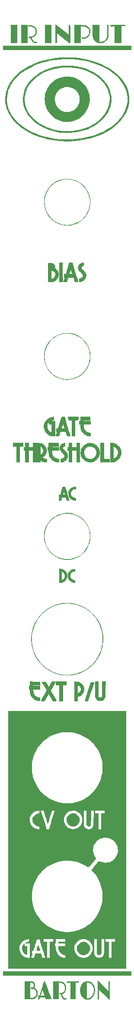
<source format=gbr>
G04 #@! TF.GenerationSoftware,KiCad,Pcbnew,5.1.10-88a1d61d58~90~ubuntu20.04.1*
G04 #@! TF.CreationDate,2021-10-02T17:31:35-04:00*
G04 #@! TF.ProjectId,irinput_panel,6972696e-7075-4745-9f70-616e656c2e6b,rev?*
G04 #@! TF.SameCoordinates,Original*
G04 #@! TF.FileFunction,Legend,Top*
G04 #@! TF.FilePolarity,Positive*
%FSLAX46Y46*%
G04 Gerber Fmt 4.6, Leading zero omitted, Abs format (unit mm)*
G04 Created by KiCad (PCBNEW 5.1.10-88a1d61d58~90~ubuntu20.04.1) date 2021-10-02 17:31:35*
%MOMM*%
%LPD*%
G01*
G04 APERTURE LIST*
%ADD10C,0.010000*%
G04 APERTURE END LIST*
D10*
G36*
X34949847Y-199375222D02*
G01*
X35051704Y-199472980D01*
X35182969Y-199599574D01*
X35336739Y-199748313D01*
X35506113Y-199912506D01*
X35684186Y-200085462D01*
X35864057Y-200260491D01*
X36017211Y-200409807D01*
X36731111Y-201106515D01*
X36726176Y-200165200D01*
X36725516Y-199950758D01*
X36725794Y-199751948D01*
X36726936Y-199574584D01*
X36728864Y-199424477D01*
X36731504Y-199307441D01*
X36734780Y-199229290D01*
X36738616Y-199195834D01*
X36738819Y-199195442D01*
X36779755Y-199169260D01*
X36832537Y-199174690D01*
X36871845Y-199208714D01*
X36873156Y-199211450D01*
X36876340Y-199243806D01*
X36879002Y-199322699D01*
X36881123Y-199443867D01*
X36882687Y-199603050D01*
X36883676Y-199795988D01*
X36884072Y-200018418D01*
X36883858Y-200266080D01*
X36883017Y-200534713D01*
X36881531Y-200820056D01*
X36880400Y-200987089D01*
X36867700Y-202718279D01*
X35861504Y-201749089D01*
X35671379Y-201566026D01*
X35490993Y-201392476D01*
X35323893Y-201231842D01*
X35173625Y-201087525D01*
X35043735Y-200962930D01*
X34937769Y-200861459D01*
X34859275Y-200786514D01*
X34811798Y-200741499D01*
X34800016Y-200730573D01*
X34744722Y-200681246D01*
X34748020Y-201624693D01*
X34748339Y-201839291D01*
X34747804Y-202038182D01*
X34746495Y-202215573D01*
X34744490Y-202365673D01*
X34741868Y-202482690D01*
X34738707Y-202560834D01*
X34735087Y-202594313D01*
X34734860Y-202594769D01*
X34695024Y-202618683D01*
X34641129Y-202615170D01*
X34603860Y-202589650D01*
X34600220Y-202559448D01*
X34596981Y-202482553D01*
X34594178Y-202363068D01*
X34591843Y-202205099D01*
X34590012Y-202012750D01*
X34588717Y-201790125D01*
X34587993Y-201541330D01*
X34587874Y-201270468D01*
X34588393Y-200981646D01*
X34589042Y-200797622D01*
X34596384Y-199037344D01*
X34949847Y-199375222D01*
G37*
X34949847Y-199375222D02*
X35051704Y-199472980D01*
X35182969Y-199599574D01*
X35336739Y-199748313D01*
X35506113Y-199912506D01*
X35684186Y-200085462D01*
X35864057Y-200260491D01*
X36017211Y-200409807D01*
X36731111Y-201106515D01*
X36726176Y-200165200D01*
X36725516Y-199950758D01*
X36725794Y-199751948D01*
X36726936Y-199574584D01*
X36728864Y-199424477D01*
X36731504Y-199307441D01*
X36734780Y-199229290D01*
X36738616Y-199195834D01*
X36738819Y-199195442D01*
X36779755Y-199169260D01*
X36832537Y-199174690D01*
X36871845Y-199208714D01*
X36873156Y-199211450D01*
X36876340Y-199243806D01*
X36879002Y-199322699D01*
X36881123Y-199443867D01*
X36882687Y-199603050D01*
X36883676Y-199795988D01*
X36884072Y-200018418D01*
X36883858Y-200266080D01*
X36883017Y-200534713D01*
X36881531Y-200820056D01*
X36880400Y-200987089D01*
X36867700Y-202718279D01*
X35861504Y-201749089D01*
X35671379Y-201566026D01*
X35490993Y-201392476D01*
X35323893Y-201231842D01*
X35173625Y-201087525D01*
X35043735Y-200962930D01*
X34937769Y-200861459D01*
X34859275Y-200786514D01*
X34811798Y-200741499D01*
X34800016Y-200730573D01*
X34744722Y-200681246D01*
X34748020Y-201624693D01*
X34748339Y-201839291D01*
X34747804Y-202038182D01*
X34746495Y-202215573D01*
X34744490Y-202365673D01*
X34741868Y-202482690D01*
X34738707Y-202560834D01*
X34735087Y-202594313D01*
X34734860Y-202594769D01*
X34695024Y-202618683D01*
X34641129Y-202615170D01*
X34603860Y-202589650D01*
X34600220Y-202559448D01*
X34596981Y-202482553D01*
X34594178Y-202363068D01*
X34591843Y-202205099D01*
X34590012Y-202012750D01*
X34588717Y-201790125D01*
X34587993Y-201541330D01*
X34587874Y-201270468D01*
X34588393Y-200981646D01*
X34589042Y-200797622D01*
X34596384Y-199037344D01*
X34949847Y-199375222D01*
G36*
X26599750Y-199192841D02*
G01*
X26873763Y-199194593D01*
X27103155Y-199200441D01*
X27294036Y-199211841D01*
X27452517Y-199230250D01*
X27584706Y-199257125D01*
X27696715Y-199293920D01*
X27794653Y-199342094D01*
X27884631Y-199403103D01*
X27972758Y-199478402D01*
X28030022Y-199533777D01*
X28177846Y-199709243D01*
X28281994Y-199899171D01*
X28345250Y-200110633D01*
X28370399Y-200350697D01*
X28371098Y-200399913D01*
X28350159Y-200651669D01*
X28288690Y-200886344D01*
X28189863Y-201098388D01*
X28056845Y-201282248D01*
X27892807Y-201432375D01*
X27724341Y-201532628D01*
X27643064Y-201575085D01*
X27583958Y-201614393D01*
X27558797Y-201642615D01*
X27558600Y-201644380D01*
X27568341Y-201694193D01*
X27594059Y-201776355D01*
X27630495Y-201877068D01*
X27672390Y-201982532D01*
X27714486Y-202078949D01*
X27751525Y-202152518D01*
X27753645Y-202156202D01*
X27828000Y-202260674D01*
X27918467Y-202353399D01*
X28011970Y-202422701D01*
X28089057Y-202455653D01*
X28169055Y-202459445D01*
X28253652Y-202444715D01*
X28256515Y-202443792D01*
X28321540Y-202428505D01*
X28366769Y-202428754D01*
X28370903Y-202430593D01*
X28395303Y-202471415D01*
X28391061Y-202530621D01*
X28361785Y-202587349D01*
X28340348Y-202607259D01*
X28266746Y-202635292D01*
X28166182Y-202644547D01*
X28058955Y-202634868D01*
X27974025Y-202610056D01*
X27875974Y-202551033D01*
X27771373Y-202461929D01*
X27676480Y-202358056D01*
X27619313Y-202276036D01*
X27583635Y-202205742D01*
X27538449Y-202103270D01*
X27490563Y-201984550D01*
X27460995Y-201905611D01*
X27366153Y-201643500D01*
X27275288Y-201651447D01*
X27187296Y-201641739D01*
X27125889Y-201600326D01*
X27101464Y-201534440D01*
X27101400Y-201530495D01*
X27112717Y-201483269D01*
X27151513Y-201453124D01*
X27225056Y-201437286D01*
X27340612Y-201432980D01*
X27356475Y-201433094D01*
X27544757Y-201417690D01*
X27706431Y-201364219D01*
X27853023Y-201268179D01*
X27910019Y-201216834D01*
X28046443Y-201049753D01*
X28143705Y-200852669D01*
X28200465Y-200629493D01*
X28215383Y-200384137D01*
X28213192Y-200332150D01*
X28180150Y-200098913D01*
X28109432Y-199898933D01*
X27999435Y-199729692D01*
X27848551Y-199588676D01*
X27669610Y-199480399D01*
X27580359Y-199438049D01*
X27507193Y-199410067D01*
X27433971Y-199392822D01*
X27344553Y-199382683D01*
X27222798Y-199376018D01*
X27201701Y-199375132D01*
X26923600Y-199363674D01*
X26923600Y-202596000D01*
X25907600Y-202596000D01*
X25907600Y-199192400D01*
X26599750Y-199192841D01*
G37*
X26599750Y-199192841D02*
X26873763Y-199194593D01*
X27103155Y-199200441D01*
X27294036Y-199211841D01*
X27452517Y-199230250D01*
X27584706Y-199257125D01*
X27696715Y-199293920D01*
X27794653Y-199342094D01*
X27884631Y-199403103D01*
X27972758Y-199478402D01*
X28030022Y-199533777D01*
X28177846Y-199709243D01*
X28281994Y-199899171D01*
X28345250Y-200110633D01*
X28370399Y-200350697D01*
X28371098Y-200399913D01*
X28350159Y-200651669D01*
X28288690Y-200886344D01*
X28189863Y-201098388D01*
X28056845Y-201282248D01*
X27892807Y-201432375D01*
X27724341Y-201532628D01*
X27643064Y-201575085D01*
X27583958Y-201614393D01*
X27558797Y-201642615D01*
X27558600Y-201644380D01*
X27568341Y-201694193D01*
X27594059Y-201776355D01*
X27630495Y-201877068D01*
X27672390Y-201982532D01*
X27714486Y-202078949D01*
X27751525Y-202152518D01*
X27753645Y-202156202D01*
X27828000Y-202260674D01*
X27918467Y-202353399D01*
X28011970Y-202422701D01*
X28089057Y-202455653D01*
X28169055Y-202459445D01*
X28253652Y-202444715D01*
X28256515Y-202443792D01*
X28321540Y-202428505D01*
X28366769Y-202428754D01*
X28370903Y-202430593D01*
X28395303Y-202471415D01*
X28391061Y-202530621D01*
X28361785Y-202587349D01*
X28340348Y-202607259D01*
X28266746Y-202635292D01*
X28166182Y-202644547D01*
X28058955Y-202634868D01*
X27974025Y-202610056D01*
X27875974Y-202551033D01*
X27771373Y-202461929D01*
X27676480Y-202358056D01*
X27619313Y-202276036D01*
X27583635Y-202205742D01*
X27538449Y-202103270D01*
X27490563Y-201984550D01*
X27460995Y-201905611D01*
X27366153Y-201643500D01*
X27275288Y-201651447D01*
X27187296Y-201641739D01*
X27125889Y-201600326D01*
X27101464Y-201534440D01*
X27101400Y-201530495D01*
X27112717Y-201483269D01*
X27151513Y-201453124D01*
X27225056Y-201437286D01*
X27340612Y-201432980D01*
X27356475Y-201433094D01*
X27544757Y-201417690D01*
X27706431Y-201364219D01*
X27853023Y-201268179D01*
X27910019Y-201216834D01*
X28046443Y-201049753D01*
X28143705Y-200852669D01*
X28200465Y-200629493D01*
X28215383Y-200384137D01*
X28213192Y-200332150D01*
X28180150Y-200098913D01*
X28109432Y-199898933D01*
X27999435Y-199729692D01*
X27848551Y-199588676D01*
X27669610Y-199480399D01*
X27580359Y-199438049D01*
X27507193Y-199410067D01*
X27433971Y-199392822D01*
X27344553Y-199382683D01*
X27222798Y-199376018D01*
X27201701Y-199375132D01*
X26923600Y-199363674D01*
X26923600Y-202596000D01*
X25907600Y-202596000D01*
X25907600Y-199192400D01*
X26599750Y-199192841D01*
G36*
X32802798Y-199158066D02*
G01*
X33043971Y-199217738D01*
X33225239Y-199297349D01*
X33385102Y-199404784D01*
X33540476Y-199549997D01*
X33679895Y-199720448D01*
X33791891Y-199903596D01*
X33806314Y-199932850D01*
X33882227Y-200105334D01*
X33935988Y-200263215D01*
X33971727Y-200423874D01*
X33993575Y-200604688D01*
X34003205Y-200761128D01*
X34000161Y-201094687D01*
X33959100Y-201397810D01*
X33878942Y-201674936D01*
X33758607Y-201930504D01*
X33692784Y-202037072D01*
X33532287Y-202236368D01*
X33342977Y-202399356D01*
X33131090Y-202523554D01*
X32902862Y-202606483D01*
X32664527Y-202645663D01*
X32422323Y-202638616D01*
X32260453Y-202606654D01*
X32032836Y-202519678D01*
X31822231Y-202387902D01*
X31633329Y-202215809D01*
X31470826Y-202007881D01*
X31339413Y-201768603D01*
X31309510Y-201698302D01*
X31238807Y-201490285D01*
X31193440Y-201276990D01*
X31171352Y-201044644D01*
X31170487Y-200779476D01*
X31170814Y-200769476D01*
X31177213Y-200618563D01*
X31186225Y-200503474D01*
X31200201Y-200409235D01*
X31216646Y-200340981D01*
X32409691Y-200340981D01*
X32409890Y-200624706D01*
X32410000Y-200894800D01*
X32410208Y-201227255D01*
X32410878Y-201512049D01*
X32412071Y-201752324D01*
X32413853Y-201951218D01*
X32416287Y-202111870D01*
X32419438Y-202237419D01*
X32423369Y-202331004D01*
X32428144Y-202395765D01*
X32433828Y-202434841D01*
X32440484Y-202451370D01*
X32441750Y-202452178D01*
X32507120Y-202464264D01*
X32604779Y-202465797D01*
X32717438Y-202457302D01*
X32821499Y-202440655D01*
X33038774Y-202369576D01*
X33239045Y-202253846D01*
X33418127Y-202097971D01*
X33571834Y-201906456D01*
X33695979Y-201683805D01*
X33786377Y-201434526D01*
X33798168Y-201389500D01*
X33828027Y-201218993D01*
X33843296Y-201019697D01*
X33844183Y-200808966D01*
X33830896Y-200604150D01*
X33803643Y-200422603D01*
X33785710Y-200348991D01*
X33703403Y-200114555D01*
X33597622Y-199914745D01*
X33460579Y-199735871D01*
X33401278Y-199673145D01*
X33210114Y-199512326D01*
X33003986Y-199399998D01*
X32782473Y-199335978D01*
X32586410Y-199319400D01*
X32550254Y-199318066D01*
X32519373Y-199316525D01*
X32493353Y-199318465D01*
X32471783Y-199327576D01*
X32454249Y-199347548D01*
X32440337Y-199382068D01*
X32429635Y-199434827D01*
X32421730Y-199509513D01*
X32416208Y-199609816D01*
X32412656Y-199739425D01*
X32410661Y-199902030D01*
X32409811Y-200101319D01*
X32409691Y-200340981D01*
X31216646Y-200340981D01*
X31221492Y-200320870D01*
X31252447Y-200223404D01*
X31259912Y-200201765D01*
X31349338Y-199978914D01*
X31452670Y-199791761D01*
X31578916Y-199625442D01*
X31664303Y-199534545D01*
X31860848Y-199372640D01*
X32079622Y-199253029D01*
X32313972Y-199176722D01*
X32557248Y-199144731D01*
X32802798Y-199158066D01*
G37*
X32802798Y-199158066D02*
X33043971Y-199217738D01*
X33225239Y-199297349D01*
X33385102Y-199404784D01*
X33540476Y-199549997D01*
X33679895Y-199720448D01*
X33791891Y-199903596D01*
X33806314Y-199932850D01*
X33882227Y-200105334D01*
X33935988Y-200263215D01*
X33971727Y-200423874D01*
X33993575Y-200604688D01*
X34003205Y-200761128D01*
X34000161Y-201094687D01*
X33959100Y-201397810D01*
X33878942Y-201674936D01*
X33758607Y-201930504D01*
X33692784Y-202037072D01*
X33532287Y-202236368D01*
X33342977Y-202399356D01*
X33131090Y-202523554D01*
X32902862Y-202606483D01*
X32664527Y-202645663D01*
X32422323Y-202638616D01*
X32260453Y-202606654D01*
X32032836Y-202519678D01*
X31822231Y-202387902D01*
X31633329Y-202215809D01*
X31470826Y-202007881D01*
X31339413Y-201768603D01*
X31309510Y-201698302D01*
X31238807Y-201490285D01*
X31193440Y-201276990D01*
X31171352Y-201044644D01*
X31170487Y-200779476D01*
X31170814Y-200769476D01*
X31177213Y-200618563D01*
X31186225Y-200503474D01*
X31200201Y-200409235D01*
X31216646Y-200340981D01*
X32409691Y-200340981D01*
X32409890Y-200624706D01*
X32410000Y-200894800D01*
X32410208Y-201227255D01*
X32410878Y-201512049D01*
X32412071Y-201752324D01*
X32413853Y-201951218D01*
X32416287Y-202111870D01*
X32419438Y-202237419D01*
X32423369Y-202331004D01*
X32428144Y-202395765D01*
X32433828Y-202434841D01*
X32440484Y-202451370D01*
X32441750Y-202452178D01*
X32507120Y-202464264D01*
X32604779Y-202465797D01*
X32717438Y-202457302D01*
X32821499Y-202440655D01*
X33038774Y-202369576D01*
X33239045Y-202253846D01*
X33418127Y-202097971D01*
X33571834Y-201906456D01*
X33695979Y-201683805D01*
X33786377Y-201434526D01*
X33798168Y-201389500D01*
X33828027Y-201218993D01*
X33843296Y-201019697D01*
X33844183Y-200808966D01*
X33830896Y-200604150D01*
X33803643Y-200422603D01*
X33785710Y-200348991D01*
X33703403Y-200114555D01*
X33597622Y-199914745D01*
X33460579Y-199735871D01*
X33401278Y-199673145D01*
X33210114Y-199512326D01*
X33003986Y-199399998D01*
X32782473Y-199335978D01*
X32586410Y-199319400D01*
X32550254Y-199318066D01*
X32519373Y-199316525D01*
X32493353Y-199318465D01*
X32471783Y-199327576D01*
X32454249Y-199347548D01*
X32440337Y-199382068D01*
X32429635Y-199434827D01*
X32421730Y-199509513D01*
X32416208Y-199609816D01*
X32412656Y-199739425D01*
X32410661Y-199902030D01*
X32409811Y-200101319D01*
X32409691Y-200340981D01*
X31216646Y-200340981D01*
X31221492Y-200320870D01*
X31252447Y-200223404D01*
X31259912Y-200201765D01*
X31349338Y-199978914D01*
X31452670Y-199791761D01*
X31578916Y-199625442D01*
X31664303Y-199534545D01*
X31860848Y-199372640D01*
X32079622Y-199253029D01*
X32313972Y-199176722D01*
X32557248Y-199144731D01*
X32802798Y-199158066D01*
G36*
X24143045Y-199045296D02*
G01*
X24152939Y-199069647D01*
X24178962Y-199137047D01*
X24219412Y-199242977D01*
X24272590Y-199382919D01*
X24336793Y-199552352D01*
X24410322Y-199746758D01*
X24491476Y-199961617D01*
X24578553Y-200192411D01*
X24669854Y-200434619D01*
X24763677Y-200683724D01*
X24858321Y-200935205D01*
X24952086Y-201184544D01*
X25043272Y-201427221D01*
X25130177Y-201658718D01*
X25211100Y-201874514D01*
X25284341Y-202070092D01*
X25348199Y-202240931D01*
X25400974Y-202382513D01*
X25440964Y-202490318D01*
X25466469Y-202559827D01*
X25475787Y-202586522D01*
X25475800Y-202586629D01*
X25451665Y-202589459D01*
X25384305Y-202591326D01*
X25281287Y-202592178D01*
X25150178Y-202591962D01*
X24998544Y-202590626D01*
X24963056Y-202590175D01*
X24450313Y-202583300D01*
X24371646Y-202380100D01*
X24292980Y-202176900D01*
X23257830Y-202176900D01*
X23178652Y-202392800D01*
X23135695Y-202502567D01*
X23101244Y-202571209D01*
X23070630Y-202606661D01*
X23047164Y-202616275D01*
X22988939Y-202604749D01*
X22961593Y-202583773D01*
X22941482Y-202543627D01*
X22952081Y-202492989D01*
X22960082Y-202474597D01*
X22988827Y-202408701D01*
X23024433Y-202322785D01*
X23039245Y-202285866D01*
X23086657Y-202166232D01*
X23017578Y-202133124D01*
X22964238Y-202092080D01*
X22948533Y-202028504D01*
X22948500Y-202024157D01*
X22952254Y-201976303D01*
X22972463Y-201955063D01*
X23342200Y-201955063D01*
X23355280Y-201967079D01*
X23397921Y-201975857D01*
X23475226Y-201981758D01*
X23592295Y-201985144D01*
X23754230Y-201986378D01*
X23784141Y-201986400D01*
X24226082Y-201986400D01*
X23998763Y-201384961D01*
X23935855Y-201219154D01*
X23878094Y-201068113D01*
X23828126Y-200938661D01*
X23788596Y-200837621D01*
X23762150Y-200771813D01*
X23752157Y-200749058D01*
X23740622Y-200764315D01*
X23716352Y-200820397D01*
X23681934Y-200909692D01*
X23639953Y-201024591D01*
X23592998Y-201157483D01*
X23543655Y-201300758D01*
X23494510Y-201446806D01*
X23448152Y-201588018D01*
X23407166Y-201716782D01*
X23374140Y-201825489D01*
X23351661Y-201906528D01*
X23342316Y-201952290D01*
X23342200Y-201955063D01*
X22972463Y-201955063D01*
X22973021Y-201954477D01*
X23025051Y-201948517D01*
X23054908Y-201948300D01*
X23161317Y-201948300D01*
X23648638Y-200493096D01*
X23735730Y-200233484D01*
X23818067Y-199988938D01*
X23894240Y-199763580D01*
X23962841Y-199561534D01*
X24022463Y-199386922D01*
X24071696Y-199243867D01*
X24109134Y-199136492D01*
X24133368Y-199068922D01*
X24142990Y-199045278D01*
X24143045Y-199045296D01*
G37*
X24143045Y-199045296D02*
X24152939Y-199069647D01*
X24178962Y-199137047D01*
X24219412Y-199242977D01*
X24272590Y-199382919D01*
X24336793Y-199552352D01*
X24410322Y-199746758D01*
X24491476Y-199961617D01*
X24578553Y-200192411D01*
X24669854Y-200434619D01*
X24763677Y-200683724D01*
X24858321Y-200935205D01*
X24952086Y-201184544D01*
X25043272Y-201427221D01*
X25130177Y-201658718D01*
X25211100Y-201874514D01*
X25284341Y-202070092D01*
X25348199Y-202240931D01*
X25400974Y-202382513D01*
X25440964Y-202490318D01*
X25466469Y-202559827D01*
X25475787Y-202586522D01*
X25475800Y-202586629D01*
X25451665Y-202589459D01*
X25384305Y-202591326D01*
X25281287Y-202592178D01*
X25150178Y-202591962D01*
X24998544Y-202590626D01*
X24963056Y-202590175D01*
X24450313Y-202583300D01*
X24371646Y-202380100D01*
X24292980Y-202176900D01*
X23257830Y-202176900D01*
X23178652Y-202392800D01*
X23135695Y-202502567D01*
X23101244Y-202571209D01*
X23070630Y-202606661D01*
X23047164Y-202616275D01*
X22988939Y-202604749D01*
X22961593Y-202583773D01*
X22941482Y-202543627D01*
X22952081Y-202492989D01*
X22960082Y-202474597D01*
X22988827Y-202408701D01*
X23024433Y-202322785D01*
X23039245Y-202285866D01*
X23086657Y-202166232D01*
X23017578Y-202133124D01*
X22964238Y-202092080D01*
X22948533Y-202028504D01*
X22948500Y-202024157D01*
X22952254Y-201976303D01*
X22972463Y-201955063D01*
X23342200Y-201955063D01*
X23355280Y-201967079D01*
X23397921Y-201975857D01*
X23475226Y-201981758D01*
X23592295Y-201985144D01*
X23754230Y-201986378D01*
X23784141Y-201986400D01*
X24226082Y-201986400D01*
X23998763Y-201384961D01*
X23935855Y-201219154D01*
X23878094Y-201068113D01*
X23828126Y-200938661D01*
X23788596Y-200837621D01*
X23762150Y-200771813D01*
X23752157Y-200749058D01*
X23740622Y-200764315D01*
X23716352Y-200820397D01*
X23681934Y-200909692D01*
X23639953Y-201024591D01*
X23592998Y-201157483D01*
X23543655Y-201300758D01*
X23494510Y-201446806D01*
X23448152Y-201588018D01*
X23407166Y-201716782D01*
X23374140Y-201825489D01*
X23351661Y-201906528D01*
X23342316Y-201952290D01*
X23342200Y-201955063D01*
X22972463Y-201955063D01*
X22973021Y-201954477D01*
X23025051Y-201948517D01*
X23054908Y-201948300D01*
X23161317Y-201948300D01*
X23648638Y-200493096D01*
X23735730Y-200233484D01*
X23818067Y-199988938D01*
X23894240Y-199763580D01*
X23962841Y-199561534D01*
X24022463Y-199386922D01*
X24071696Y-199243867D01*
X24109134Y-199136492D01*
X24133368Y-199068922D01*
X24142990Y-199045278D01*
X24143045Y-199045296D01*
G36*
X21805500Y-199205220D02*
G01*
X21937274Y-199274640D01*
X22084153Y-199378415D01*
X22190769Y-199512223D01*
X22255113Y-199672669D01*
X22275258Y-199845634D01*
X22264032Y-200007863D01*
X22226369Y-200145199D01*
X22155767Y-200279476D01*
X22137925Y-200306693D01*
X22052909Y-200433026D01*
X22119704Y-200449450D01*
X22260094Y-200506452D01*
X22399308Y-200603290D01*
X22526246Y-200729978D01*
X22629806Y-200876532D01*
X22661346Y-200936673D01*
X22738648Y-201155383D01*
X22772218Y-201384793D01*
X22763289Y-201616089D01*
X22713096Y-201840457D01*
X22622873Y-202049080D01*
X22493856Y-202233145D01*
X22477178Y-202251700D01*
X22366542Y-202347621D01*
X22222905Y-202437714D01*
X22063944Y-202512662D01*
X21907339Y-202563153D01*
X21871883Y-202570630D01*
X21810558Y-202577295D01*
X21706540Y-202583304D01*
X21567934Y-202588419D01*
X21402845Y-202592399D01*
X21219377Y-202595005D01*
X21025636Y-202595997D01*
X21014633Y-202596000D01*
X20294200Y-202596000D01*
X20294200Y-202418200D01*
X21310200Y-202418200D01*
X21494350Y-202417758D01*
X21619560Y-202411909D01*
X21755005Y-202397207D01*
X21847257Y-202381548D01*
X22030707Y-202329452D01*
X22181938Y-202254211D01*
X22317469Y-202147004D01*
X22353942Y-202110994D01*
X22466102Y-201963469D01*
X22544179Y-201792353D01*
X22588618Y-201606434D01*
X22599867Y-201414504D01*
X22578373Y-201225350D01*
X22524581Y-201047763D01*
X22438939Y-200890532D01*
X22321893Y-200762447D01*
X22283934Y-200733272D01*
X22169186Y-200661346D01*
X22057878Y-200614823D01*
X21932607Y-200588462D01*
X21775972Y-200577024D01*
X21763892Y-200576661D01*
X21641987Y-200571693D01*
X21562164Y-200562823D01*
X21515708Y-200546834D01*
X21493907Y-200520512D01*
X21488045Y-200480642D01*
X21488000Y-200474863D01*
X21504061Y-200416104D01*
X21555302Y-200384195D01*
X21646311Y-200376947D01*
X21687308Y-200379728D01*
X21812609Y-200368175D01*
X21921846Y-200313043D01*
X22009880Y-200220363D01*
X22071567Y-200096168D01*
X22101768Y-199946489D01*
X22103950Y-199890900D01*
X22086780Y-199726289D01*
X22034095Y-199595140D01*
X21944130Y-199495853D01*
X21815123Y-199426829D01*
X21645309Y-199386469D01*
X21536200Y-199376039D01*
X21310200Y-199363153D01*
X21310200Y-202418200D01*
X20294200Y-202418200D01*
X20294200Y-199188426D01*
X21805500Y-199205220D01*
G37*
X21805500Y-199205220D02*
X21937274Y-199274640D01*
X22084153Y-199378415D01*
X22190769Y-199512223D01*
X22255113Y-199672669D01*
X22275258Y-199845634D01*
X22264032Y-200007863D01*
X22226369Y-200145199D01*
X22155767Y-200279476D01*
X22137925Y-200306693D01*
X22052909Y-200433026D01*
X22119704Y-200449450D01*
X22260094Y-200506452D01*
X22399308Y-200603290D01*
X22526246Y-200729978D01*
X22629806Y-200876532D01*
X22661346Y-200936673D01*
X22738648Y-201155383D01*
X22772218Y-201384793D01*
X22763289Y-201616089D01*
X22713096Y-201840457D01*
X22622873Y-202049080D01*
X22493856Y-202233145D01*
X22477178Y-202251700D01*
X22366542Y-202347621D01*
X22222905Y-202437714D01*
X22063944Y-202512662D01*
X21907339Y-202563153D01*
X21871883Y-202570630D01*
X21810558Y-202577295D01*
X21706540Y-202583304D01*
X21567934Y-202588419D01*
X21402845Y-202592399D01*
X21219377Y-202595005D01*
X21025636Y-202595997D01*
X21014633Y-202596000D01*
X20294200Y-202596000D01*
X20294200Y-202418200D01*
X21310200Y-202418200D01*
X21494350Y-202417758D01*
X21619560Y-202411909D01*
X21755005Y-202397207D01*
X21847257Y-202381548D01*
X22030707Y-202329452D01*
X22181938Y-202254211D01*
X22317469Y-202147004D01*
X22353942Y-202110994D01*
X22466102Y-201963469D01*
X22544179Y-201792353D01*
X22588618Y-201606434D01*
X22599867Y-201414504D01*
X22578373Y-201225350D01*
X22524581Y-201047763D01*
X22438939Y-200890532D01*
X22321893Y-200762447D01*
X22283934Y-200733272D01*
X22169186Y-200661346D01*
X22057878Y-200614823D01*
X21932607Y-200588462D01*
X21775972Y-200577024D01*
X21763892Y-200576661D01*
X21641987Y-200571693D01*
X21562164Y-200562823D01*
X21515708Y-200546834D01*
X21493907Y-200520512D01*
X21488045Y-200480642D01*
X21488000Y-200474863D01*
X21504061Y-200416104D01*
X21555302Y-200384195D01*
X21646311Y-200376947D01*
X21687308Y-200379728D01*
X21812609Y-200368175D01*
X21921846Y-200313043D01*
X22009880Y-200220363D01*
X22071567Y-200096168D01*
X22101768Y-199946489D01*
X22103950Y-199890900D01*
X22086780Y-199726289D01*
X22034095Y-199595140D01*
X21944130Y-199495853D01*
X21815123Y-199426829D01*
X21645309Y-199386469D01*
X21536200Y-199376039D01*
X21310200Y-199363153D01*
X21310200Y-202418200D01*
X20294200Y-202418200D01*
X20294200Y-199188426D01*
X21805500Y-199205220D01*
G36*
X30825960Y-199167417D02*
G01*
X30863048Y-199196910D01*
X30875333Y-199224205D01*
X30874234Y-199279152D01*
X30835612Y-199324173D01*
X30801035Y-199345324D01*
X30752898Y-199359015D01*
X30680607Y-199366707D01*
X30573567Y-199369865D01*
X30502186Y-199370200D01*
X30225600Y-199370200D01*
X30225600Y-202596000D01*
X29235000Y-202596000D01*
X29235000Y-199363770D01*
X28885750Y-199373335D01*
X28746683Y-199376913D01*
X28650305Y-199377974D01*
X28588519Y-199375410D01*
X28553234Y-199368111D01*
X28536356Y-199354969D01*
X28529792Y-199334876D01*
X28528200Y-199324351D01*
X28524246Y-199291960D01*
X28525426Y-199265355D01*
X28536217Y-199243960D01*
X28561093Y-199227195D01*
X28604532Y-199214484D01*
X28671008Y-199205248D01*
X28764999Y-199198909D01*
X28890978Y-199194890D01*
X29053424Y-199192613D01*
X29256810Y-199191500D01*
X29505614Y-199190973D01*
X29561960Y-199190885D01*
X29785284Y-199190074D01*
X29996741Y-199188419D01*
X30189977Y-199186035D01*
X30358637Y-199183037D01*
X30496367Y-199179542D01*
X30596814Y-199175664D01*
X30653624Y-199171519D01*
X30657400Y-199170978D01*
X30760705Y-199159578D01*
X30825960Y-199167417D01*
G37*
X30825960Y-199167417D02*
X30863048Y-199196910D01*
X30875333Y-199224205D01*
X30874234Y-199279152D01*
X30835612Y-199324173D01*
X30801035Y-199345324D01*
X30752898Y-199359015D01*
X30680607Y-199366707D01*
X30573567Y-199369865D01*
X30502186Y-199370200D01*
X30225600Y-199370200D01*
X30225600Y-202596000D01*
X29235000Y-202596000D01*
X29235000Y-199363770D01*
X28885750Y-199373335D01*
X28746683Y-199376913D01*
X28650305Y-199377974D01*
X28588519Y-199375410D01*
X28553234Y-199368111D01*
X28536356Y-199354969D01*
X28529792Y-199334876D01*
X28528200Y-199324351D01*
X28524246Y-199291960D01*
X28525426Y-199265355D01*
X28536217Y-199243960D01*
X28561093Y-199227195D01*
X28604532Y-199214484D01*
X28671008Y-199205248D01*
X28764999Y-199198909D01*
X28890978Y-199194890D01*
X29053424Y-199192613D01*
X29256810Y-199191500D01*
X29505614Y-199190973D01*
X29561960Y-199190885D01*
X29785284Y-199190074D01*
X29996741Y-199188419D01*
X30189977Y-199186035D01*
X30358637Y-199183037D01*
X30496367Y-199179542D01*
X30596814Y-199175664D01*
X30653624Y-199171519D01*
X30657400Y-199170978D01*
X30760705Y-199159578D01*
X30825960Y-199167417D01*
G36*
X41096800Y-197998600D02*
G01*
X16103200Y-197998600D01*
X16103200Y-197211200D01*
X41096800Y-197211200D01*
X41096800Y-197998600D01*
G37*
X41096800Y-197998600D02*
X16103200Y-197998600D01*
X16103200Y-197211200D01*
X41096800Y-197211200D01*
X41096800Y-197998600D01*
G36*
X40106200Y-196601600D02*
G01*
X17093800Y-196601600D01*
X17093800Y-192595221D01*
X19195237Y-192595221D01*
X19197319Y-192870541D01*
X19241524Y-193150793D01*
X19326545Y-193426414D01*
X19411802Y-193615662D01*
X19544206Y-193825761D01*
X19715612Y-194026286D01*
X19914259Y-194205778D01*
X20128382Y-194352778D01*
X20218000Y-194401037D01*
X20410520Y-194486792D01*
X20590438Y-194544307D01*
X20776574Y-194577924D01*
X20987748Y-194591985D01*
X21049850Y-194592980D01*
X21310200Y-194595000D01*
X21310200Y-194572028D01*
X21513400Y-194572028D01*
X21537180Y-194580797D01*
X21602057Y-194588023D01*
X21698333Y-194592991D01*
X21816312Y-194594989D01*
X21825648Y-194595000D01*
X22137897Y-194595000D01*
X22264993Y-194182250D01*
X22392090Y-193769500D01*
X23449521Y-193769500D01*
X23706715Y-194595000D01*
X24021469Y-194595000D01*
X24152579Y-194594440D01*
X24240706Y-194591992D01*
X24293660Y-194586506D01*
X24319252Y-194576830D01*
X24325294Y-194561812D01*
X24323023Y-194550550D01*
X24309944Y-194507706D01*
X24283321Y-194421486D01*
X24244750Y-194297009D01*
X24195823Y-194139390D01*
X24138134Y-193953747D01*
X24073279Y-193745196D01*
X24002850Y-193518855D01*
X23928442Y-193279840D01*
X23851649Y-193033268D01*
X23774064Y-192784257D01*
X23697282Y-192537924D01*
X23622897Y-192299385D01*
X23552503Y-192073757D01*
X23487694Y-191866157D01*
X23430064Y-191681703D01*
X23381206Y-191525510D01*
X23342715Y-191402697D01*
X23316185Y-191318380D01*
X23313917Y-191311204D01*
X23187081Y-190910308D01*
X22917718Y-190917504D01*
X22648356Y-190924700D01*
X22347326Y-191889900D01*
X22279531Y-192107426D01*
X22215052Y-192314611D01*
X22155790Y-192505320D01*
X22103648Y-192673416D01*
X22060529Y-192812765D01*
X22028337Y-192917231D01*
X22008973Y-192980677D01*
X22006645Y-192988450D01*
X21966995Y-193121800D01*
X21615000Y-193121800D01*
X21615000Y-193756800D01*
X21693917Y-193756800D01*
X21749070Y-193763699D01*
X21761055Y-193786543D01*
X21759384Y-193791850D01*
X21741488Y-193842626D01*
X21713750Y-193926122D01*
X21679376Y-194032165D01*
X21641574Y-194150582D01*
X21603552Y-194271200D01*
X21568517Y-194383847D01*
X21539677Y-194478350D01*
X21520238Y-194544535D01*
X21513400Y-194572028D01*
X21310200Y-194572028D01*
X21310200Y-191700572D01*
X20408500Y-191686700D01*
X20555448Y-191614576D01*
X20676247Y-191566920D01*
X20832671Y-191522731D01*
X21009547Y-191485987D01*
X21100650Y-191471686D01*
X21103136Y-191447585D01*
X21105166Y-191382689D01*
X21106525Y-191287004D01*
X21107000Y-191175027D01*
X21107000Y-190886600D01*
X23951800Y-190886600D01*
X23951800Y-191496200D01*
X24637600Y-191496200D01*
X24637600Y-194595000D01*
X25247200Y-194595000D01*
X25247200Y-191699400D01*
X26110800Y-191699400D01*
X26110800Y-192309000D01*
X26339400Y-192309000D01*
X26339400Y-192647836D01*
X26346716Y-192885956D01*
X26370748Y-193089431D01*
X26414615Y-193272564D01*
X26481439Y-193449659D01*
X26541402Y-193573582D01*
X26700812Y-193829286D01*
X26894272Y-194053928D01*
X27116508Y-194244113D01*
X27362251Y-194396446D01*
X27626228Y-194507532D01*
X27903167Y-194573977D01*
X28123750Y-194592613D01*
X28269800Y-194595000D01*
X28269800Y-193985400D01*
X28186236Y-193985400D01*
X28004422Y-193964331D01*
X27810179Y-193905052D01*
X27616294Y-193813449D01*
X27435557Y-193695410D01*
X27300927Y-193577789D01*
X27162279Y-193417926D01*
X27058591Y-193250542D01*
X26986617Y-193066634D01*
X26943115Y-192857200D01*
X26932337Y-192713317D01*
X29945416Y-192713317D01*
X29963458Y-193002627D01*
X30028972Y-193286592D01*
X30120316Y-193515500D01*
X30271497Y-193781975D01*
X30450029Y-194007841D01*
X30660829Y-194198063D01*
X30908811Y-194357607D01*
X31000300Y-194404691D01*
X31201704Y-194492427D01*
X31389608Y-194549389D01*
X31582683Y-194579478D01*
X31799597Y-194586594D01*
X31863900Y-194585108D01*
X32020696Y-194576600D01*
X32147225Y-194560507D01*
X32263832Y-194533572D01*
X32346500Y-194507851D01*
X32631489Y-194386207D01*
X32889363Y-194223459D01*
X33116399Y-194023589D01*
X33308874Y-193790581D01*
X33463067Y-193528416D01*
X33575255Y-193241078D01*
X33594529Y-193172600D01*
X33622420Y-193019049D01*
X33636575Y-192836659D01*
X33636961Y-192644812D01*
X33623546Y-192462887D01*
X33596298Y-192310265D01*
X33595968Y-192309000D01*
X33496017Y-192025225D01*
X33352312Y-191761448D01*
X33169611Y-191522587D01*
X32952670Y-191313564D01*
X32706248Y-191139297D01*
X32435102Y-191004708D01*
X32283000Y-190951145D01*
X32110107Y-190913661D01*
X31909048Y-190894316D01*
X31699353Y-190893773D01*
X31500554Y-190912694D01*
X31443855Y-190922683D01*
X31183812Y-190997253D01*
X30929627Y-191112959D01*
X30692413Y-191262935D01*
X30483282Y-191440313D01*
X30336156Y-191607165D01*
X30170218Y-191865586D01*
X30049388Y-192139570D01*
X29974257Y-192423889D01*
X29945416Y-192713317D01*
X26932337Y-192713317D01*
X26924840Y-192613236D01*
X26923791Y-192531250D01*
X26923600Y-192309000D01*
X28269800Y-192309000D01*
X28269800Y-191699400D01*
X26923600Y-191699400D01*
X26923600Y-191496200D01*
X28244400Y-191496200D01*
X28244400Y-190886600D01*
X33830451Y-190886600D01*
X33837775Y-192353450D01*
X33845100Y-193820300D01*
X33923906Y-193986603D01*
X34045938Y-194191965D01*
X34198225Y-194356583D01*
X34381125Y-194480780D01*
X34541287Y-194548490D01*
X34725247Y-194585932D01*
X34924997Y-194586137D01*
X35123122Y-194550316D01*
X35265220Y-194498195D01*
X35448025Y-194386576D01*
X35608259Y-194237428D01*
X35721890Y-194081385D01*
X35750908Y-194029390D01*
X35775684Y-193977181D01*
X35796552Y-193920446D01*
X35813847Y-193854873D01*
X35827904Y-193776149D01*
X35839059Y-193679963D01*
X35847644Y-193562001D01*
X35853997Y-193417951D01*
X35858451Y-193243502D01*
X35861341Y-193034340D01*
X35863003Y-192786153D01*
X35863770Y-192494630D01*
X35863958Y-192251850D01*
X35864400Y-190886600D01*
X36042200Y-190886600D01*
X36042200Y-191496200D01*
X36728000Y-191496200D01*
X36728000Y-194595000D01*
X37337600Y-194595000D01*
X37337600Y-191497674D01*
X38010700Y-191483500D01*
X38025012Y-190886600D01*
X36042200Y-190886600D01*
X35864400Y-190886600D01*
X35254800Y-190886600D01*
X35254800Y-193698487D01*
X35197045Y-193784189D01*
X35098682Y-193891861D01*
X34980206Y-193960869D01*
X34851346Y-193988878D01*
X34721832Y-193973554D01*
X34616626Y-193923451D01*
X34580378Y-193898852D01*
X34549525Y-193875467D01*
X34523633Y-193849222D01*
X34502267Y-193816045D01*
X34484993Y-193771863D01*
X34471377Y-193712604D01*
X34460983Y-193634194D01*
X34453379Y-193532562D01*
X34448129Y-193403634D01*
X34444799Y-193243338D01*
X34442955Y-193047602D01*
X34442163Y-192812352D01*
X34441987Y-192533516D01*
X34442000Y-192286111D01*
X34442000Y-190886600D01*
X33830451Y-190886600D01*
X28244400Y-190886600D01*
X26339400Y-190886600D01*
X26339400Y-191699400D01*
X26110800Y-191699400D01*
X25247200Y-191699400D01*
X25247200Y-191497674D01*
X25920300Y-191483500D01*
X25934612Y-190886600D01*
X23951800Y-190886600D01*
X21107000Y-190886600D01*
X21107000Y-190879254D01*
X20948250Y-190894702D01*
X20670237Y-190944840D01*
X20394249Y-191038003D01*
X20130510Y-191168777D01*
X19889246Y-191331749D01*
X19680682Y-191521505D01*
X19608377Y-191604094D01*
X19492129Y-191767903D01*
X19384336Y-191958630D01*
X19295244Y-192156155D01*
X19236587Y-192334400D01*
X19195237Y-192595221D01*
X17093800Y-192595221D01*
X17093800Y-182581165D01*
X21618730Y-182581165D01*
X21640964Y-183155983D01*
X21710132Y-183724336D01*
X21825318Y-184283474D01*
X21985605Y-184830646D01*
X22190077Y-185363102D01*
X22437820Y-185878092D01*
X22727917Y-186372865D01*
X23059451Y-186844673D01*
X23431508Y-187290763D01*
X23843171Y-187708386D01*
X24243900Y-188055330D01*
X24632765Y-188343611D01*
X25053276Y-188608696D01*
X25513900Y-188855974D01*
X26046084Y-189093614D01*
X26592560Y-189284396D01*
X27156336Y-189429123D01*
X27740419Y-189528594D01*
X28219000Y-189575761D01*
X28341945Y-189580253D01*
X28502629Y-189580369D01*
X28688223Y-189576615D01*
X28885902Y-189569500D01*
X29082838Y-189559530D01*
X29266205Y-189547213D01*
X29423175Y-189533055D01*
X29486099Y-189525661D01*
X30055260Y-189426757D01*
X30616719Y-189280403D01*
X31165324Y-189088787D01*
X31695920Y-188854092D01*
X32203356Y-188578505D01*
X32682478Y-188264212D01*
X32962847Y-188051037D01*
X33407999Y-187661184D01*
X33814983Y-187239679D01*
X34182698Y-186789303D01*
X34510046Y-186312838D01*
X34795928Y-185813066D01*
X35039244Y-185292771D01*
X35238896Y-184754734D01*
X35393784Y-184201737D01*
X35502810Y-183636563D01*
X35564873Y-183061995D01*
X35578876Y-182480813D01*
X35543719Y-181895802D01*
X35508109Y-181607874D01*
X35397639Y-181019918D01*
X35239449Y-180448219D01*
X35034609Y-179894944D01*
X34784186Y-179362261D01*
X34489248Y-178852338D01*
X34150863Y-178367342D01*
X33770099Y-177909440D01*
X33592540Y-177720317D01*
X33500595Y-177624435D01*
X33440434Y-177557059D01*
X33407306Y-177511401D01*
X33396456Y-177480670D01*
X33403134Y-177458079D01*
X33406107Y-177454001D01*
X33439632Y-177412585D01*
X33499248Y-177340094D01*
X33580903Y-177241379D01*
X33680546Y-177121293D01*
X33794127Y-176984688D01*
X33917593Y-176836416D01*
X34046895Y-176681330D01*
X34177980Y-176524281D01*
X34306799Y-176370122D01*
X34429299Y-176223705D01*
X34541430Y-176089883D01*
X34639140Y-175973507D01*
X34718379Y-175879430D01*
X34775096Y-175812504D01*
X34805238Y-175777581D01*
X34809060Y-175773600D01*
X34833505Y-175783645D01*
X34893363Y-175810597D01*
X34978109Y-175849676D01*
X35029495Y-175873662D01*
X35356441Y-175999964D01*
X35692020Y-176078583D01*
X36031353Y-176110371D01*
X36369566Y-176096178D01*
X36701780Y-176036857D01*
X37023120Y-175933260D01*
X37328709Y-175786239D01*
X37613671Y-175596645D01*
X37859396Y-175379333D01*
X38090063Y-175112372D01*
X38275507Y-174823037D01*
X38417377Y-174508404D01*
X38497245Y-174249891D01*
X38560429Y-173902975D01*
X38574826Y-173558753D01*
X38542377Y-173221361D01*
X38465026Y-172894934D01*
X38344715Y-172583608D01*
X38183388Y-172291518D01*
X37982987Y-172022799D01*
X37745456Y-171781588D01*
X37472735Y-171572019D01*
X37166770Y-171398228D01*
X37154888Y-171392562D01*
X36947414Y-171302469D01*
X36753896Y-171238081D01*
X36558845Y-171196144D01*
X36346775Y-171173402D01*
X36102199Y-171166598D01*
X36080300Y-171166647D01*
X35910171Y-171168958D01*
X35777756Y-171175136D01*
X35670038Y-171186419D01*
X35573999Y-171204046D01*
X35504343Y-171221480D01*
X35153752Y-171341604D01*
X34833522Y-171501534D01*
X34545196Y-171700032D01*
X34290318Y-171935861D01*
X34070430Y-172207781D01*
X33887075Y-172514556D01*
X33883162Y-172522286D01*
X33775359Y-172761348D01*
X33700040Y-172992647D01*
X33651350Y-173236995D01*
X33630558Y-173420106D01*
X33624542Y-173776731D01*
X33668055Y-174124516D01*
X33760270Y-174460374D01*
X33900361Y-174781220D01*
X34069365Y-175058415D01*
X34206248Y-175253762D01*
X33485278Y-176119185D01*
X32764309Y-176984609D01*
X32444639Y-176773138D01*
X31947098Y-176473709D01*
X31423497Y-176215408D01*
X30880532Y-176001091D01*
X30324898Y-175833613D01*
X30134214Y-175787831D01*
X29909367Y-175739875D01*
X29705297Y-175702641D01*
X29509919Y-175674928D01*
X29311152Y-175655535D01*
X29096912Y-175643258D01*
X28855117Y-175636898D01*
X28600000Y-175635237D01*
X28323395Y-175637221D01*
X28085311Y-175643976D01*
X27873595Y-175656713D01*
X27676092Y-175676640D01*
X27480648Y-175704965D01*
X27275109Y-175742898D01*
X27063300Y-175788068D01*
X26499926Y-175939466D01*
X25955706Y-176136573D01*
X25432917Y-176377181D01*
X24933838Y-176659084D01*
X24460746Y-176980076D01*
X24015919Y-177337949D01*
X23601634Y-177730497D01*
X23220171Y-178155514D01*
X22873806Y-178610792D01*
X22564818Y-179094124D01*
X22295484Y-179603305D01*
X22068083Y-180136128D01*
X21884891Y-180690385D01*
X21842787Y-180845422D01*
X21718725Y-181423134D01*
X21644345Y-182002632D01*
X21618730Y-182581165D01*
X17093800Y-182581165D01*
X17093800Y-167747200D01*
X21234000Y-167747200D01*
X21258461Y-168050485D01*
X21330293Y-168339345D01*
X21447163Y-168609865D01*
X21606741Y-168858131D01*
X21806696Y-169080229D01*
X22044698Y-169272245D01*
X22199414Y-169368378D01*
X22450408Y-169483009D01*
X22723445Y-169560837D01*
X23001231Y-169597207D01*
X23056450Y-169599107D01*
X23189800Y-169601400D01*
X23189800Y-168998815D01*
X23022914Y-168981717D01*
X22775312Y-168932785D01*
X22545393Y-168841317D01*
X22338324Y-168712009D01*
X22159273Y-168549561D01*
X22013407Y-168358671D01*
X21905892Y-168144036D01*
X21841898Y-167910355D01*
X21841420Y-167907482D01*
X21829313Y-167684889D01*
X21863872Y-167466451D01*
X21940973Y-167257439D01*
X22056495Y-167063128D01*
X22206314Y-166888789D01*
X22386309Y-166739695D01*
X22592356Y-166621119D01*
X22820334Y-166538334D01*
X22931099Y-166513782D01*
X23028113Y-166497064D01*
X23107339Y-166484477D01*
X23154077Y-166478333D01*
X23158050Y-166478086D01*
X23172708Y-166463008D01*
X23182468Y-166414906D01*
X23187955Y-166328022D01*
X23189792Y-166196602D01*
X23189800Y-166185100D01*
X23189800Y-165893000D01*
X23054163Y-165893000D01*
X22900905Y-165906633D01*
X22721452Y-165944703D01*
X22531540Y-166002964D01*
X22346901Y-166077173D01*
X22313500Y-166092828D01*
X22039263Y-166250233D01*
X21801457Y-166439681D01*
X21602227Y-166657883D01*
X21443721Y-166901549D01*
X21328084Y-167167389D01*
X21257464Y-167452113D01*
X21234000Y-167747200D01*
X17093800Y-167747200D01*
X17093800Y-165891536D01*
X23374915Y-165891536D01*
X23905267Y-167575018D01*
X23995461Y-167861379D01*
X24082341Y-168137336D01*
X24164512Y-168398452D01*
X24240580Y-168640292D01*
X24309151Y-168858418D01*
X24368831Y-169048394D01*
X24418224Y-169205783D01*
X24455936Y-169326150D01*
X24480573Y-169405057D01*
X24488283Y-169429950D01*
X24540947Y-169601400D01*
X25067851Y-169601400D01*
X25174103Y-169264850D01*
X25201035Y-169179451D01*
X25241501Y-169051012D01*
X25293794Y-168884952D01*
X25356209Y-168686690D01*
X25427041Y-168461645D01*
X25504583Y-168215237D01*
X25587129Y-167952885D01*
X25668254Y-167695016D01*
X27914612Y-167695016D01*
X27920897Y-167903981D01*
X27944761Y-168098942D01*
X27963218Y-168184732D01*
X28062409Y-168471998D01*
X28205968Y-168737953D01*
X28390253Y-168977892D01*
X28611621Y-169187112D01*
X28866432Y-169360911D01*
X28879614Y-169368378D01*
X29151347Y-169492422D01*
X29436811Y-169568115D01*
X29732425Y-169594870D01*
X30034607Y-169572094D01*
X30074739Y-169565366D01*
X30368048Y-169487874D01*
X30640883Y-169364777D01*
X30890010Y-169198255D01*
X31112192Y-168990489D01*
X31304194Y-168743661D01*
X31312301Y-168731320D01*
X31453789Y-168468996D01*
X31549325Y-168190230D01*
X31598438Y-167901205D01*
X31600658Y-167608104D01*
X31555515Y-167317112D01*
X31462539Y-167034412D01*
X31444453Y-166993138D01*
X31295910Y-166725465D01*
X31108329Y-166487662D01*
X30886231Y-166283459D01*
X30634137Y-166116584D01*
X30356567Y-165990769D01*
X30156839Y-165930874D01*
X29971426Y-165901692D01*
X29760114Y-165893742D01*
X29542006Y-165906077D01*
X29336207Y-165937746D01*
X29185110Y-165979196D01*
X28901161Y-166105018D01*
X28645099Y-166270506D01*
X28420631Y-166471622D01*
X28231468Y-166704331D01*
X28081319Y-166964596D01*
X27973893Y-167248383D01*
X27955503Y-167317022D01*
X27926086Y-167492534D01*
X27914612Y-167695016D01*
X25668254Y-167695016D01*
X25672975Y-167680010D01*
X25755706Y-167417000D01*
X26231056Y-165905700D01*
X25926204Y-165898540D01*
X25807149Y-165896695D01*
X25707811Y-165896953D01*
X25638510Y-165899161D01*
X25609568Y-165903166D01*
X25609523Y-165903210D01*
X25599906Y-165929053D01*
X25576716Y-165998835D01*
X25541412Y-166107967D01*
X25495449Y-166251864D01*
X25440286Y-166425936D01*
X25377378Y-166625597D01*
X25308185Y-166846259D01*
X25234162Y-167083335D01*
X25209471Y-167162628D01*
X25134203Y-167404019D01*
X25063298Y-167630474D01*
X24998212Y-167837406D01*
X24940402Y-168020228D01*
X24891324Y-168174353D01*
X24852436Y-168295195D01*
X24825194Y-168378166D01*
X24811056Y-168418681D01*
X24809530Y-168421936D01*
X24799970Y-168400712D01*
X24776859Y-168335397D01*
X24741636Y-168230438D01*
X24695741Y-168090282D01*
X24640615Y-167919375D01*
X24577697Y-167722163D01*
X24508427Y-167503094D01*
X24434245Y-167266614D01*
X24403998Y-167169677D01*
X24010186Y-165905700D01*
X23692551Y-165898618D01*
X23440578Y-165893000D01*
X31798466Y-165893000D01*
X31813100Y-168852100D01*
X31885486Y-168999611D01*
X32004425Y-169189985D01*
X32154203Y-169346404D01*
X32328302Y-169466413D01*
X32520205Y-169547557D01*
X32723394Y-169587381D01*
X32931352Y-169583430D01*
X33137561Y-169533247D01*
X33215772Y-169500770D01*
X33407398Y-169384940D01*
X33570026Y-169232917D01*
X33695199Y-169052888D01*
X33711971Y-169020440D01*
X33794300Y-168853246D01*
X33808566Y-165893000D01*
X34010200Y-165893000D01*
X34010200Y-166477200D01*
X34696000Y-166477200D01*
X34696000Y-169601400D01*
X35279809Y-169601400D01*
X35286354Y-168045650D01*
X35292900Y-166489900D01*
X35629450Y-166482812D01*
X35966000Y-166475725D01*
X35966000Y-165893000D01*
X34010200Y-165893000D01*
X33808566Y-165893000D01*
X33224037Y-165893000D01*
X33217068Y-167311045D01*
X33210100Y-168729091D01*
X33136901Y-168825040D01*
X33034488Y-168922171D01*
X32914101Y-168977622D01*
X32785804Y-168991685D01*
X32659662Y-168964653D01*
X32545739Y-168896816D01*
X32464883Y-168805568D01*
X32397300Y-168703476D01*
X32389750Y-167298238D01*
X32382201Y-165893000D01*
X31798466Y-165893000D01*
X23440578Y-165893000D01*
X23374915Y-165891536D01*
X17093800Y-165891536D01*
X17093800Y-157648176D01*
X21629235Y-157648176D01*
X21633464Y-157912724D01*
X21643910Y-158161698D01*
X21660575Y-158381897D01*
X21674500Y-158501600D01*
X21781575Y-159096450D01*
X21935450Y-159673539D01*
X22135153Y-160230905D01*
X22379716Y-160766586D01*
X22668168Y-161278618D01*
X22999539Y-161765041D01*
X23372858Y-162223891D01*
X23671063Y-162540065D01*
X24113971Y-162947047D01*
X24581919Y-163309849D01*
X25074677Y-163628361D01*
X25592017Y-163902474D01*
X26133709Y-164132077D01*
X26699522Y-164317060D01*
X27289229Y-164457314D01*
X27850700Y-164546505D01*
X27958713Y-164555233D01*
X28107610Y-164560801D01*
X28287586Y-164563407D01*
X28488837Y-164563247D01*
X28701557Y-164560521D01*
X28915941Y-164555426D01*
X29122186Y-164548161D01*
X29310485Y-164538923D01*
X29471034Y-164527911D01*
X29594029Y-164515322D01*
X29625971Y-164510649D01*
X30233220Y-164387103D01*
X30814746Y-164219798D01*
X31370468Y-164008776D01*
X31900304Y-163754078D01*
X32404172Y-163455745D01*
X32881991Y-163113818D01*
X33333679Y-162728339D01*
X33528233Y-162540833D01*
X33923558Y-162110394D01*
X34281864Y-161647965D01*
X34600863Y-161157672D01*
X34878266Y-160643641D01*
X35111783Y-160109997D01*
X35299124Y-159560865D01*
X35403271Y-159162000D01*
X35459834Y-158898244D01*
X35502810Y-158657291D01*
X35533724Y-158424801D01*
X35554102Y-158186433D01*
X35565467Y-157927847D01*
X35569346Y-157634703D01*
X35569381Y-157599900D01*
X35562137Y-157203329D01*
X35538896Y-156841513D01*
X35497394Y-156500298D01*
X35435369Y-156165532D01*
X35350557Y-155823060D01*
X35240695Y-155458729D01*
X35213991Y-155377400D01*
X35006143Y-154831774D01*
X34753772Y-154308192D01*
X34459243Y-153809141D01*
X34124917Y-153337108D01*
X33753159Y-152894582D01*
X33346331Y-152484048D01*
X32906796Y-152107995D01*
X32436918Y-151768911D01*
X31939058Y-151469282D01*
X31415581Y-151211596D01*
X31152700Y-151102279D01*
X30735991Y-150952894D01*
X30317835Y-150831971D01*
X29881307Y-150735058D01*
X29527100Y-150674762D01*
X29398121Y-150660652D01*
X29228477Y-150650034D01*
X29028174Y-150642852D01*
X28807223Y-150639049D01*
X28575632Y-150638567D01*
X28343411Y-150641348D01*
X28120568Y-150647337D01*
X27917113Y-150656475D01*
X27743055Y-150668706D01*
X27608402Y-150683972D01*
X27596700Y-150685790D01*
X26989317Y-150807195D01*
X26408428Y-150971903D01*
X25853664Y-151180098D01*
X25324661Y-151431964D01*
X24821053Y-151727686D01*
X24342472Y-152067448D01*
X23888554Y-152451433D01*
X23671063Y-152659734D01*
X23267757Y-153097235D01*
X22905693Y-153563740D01*
X22585840Y-154057286D01*
X22309169Y-154575911D01*
X22076648Y-155117653D01*
X21889250Y-155680549D01*
X21747943Y-156262638D01*
X21674500Y-156698200D01*
X21653857Y-156893063D01*
X21639431Y-157125146D01*
X21631224Y-157381250D01*
X21629235Y-157648176D01*
X17093800Y-157648176D01*
X17093800Y-146614400D01*
X40106200Y-146614400D01*
X40106200Y-196601600D01*
G37*
X40106200Y-196601600D02*
X17093800Y-196601600D01*
X17093800Y-192595221D01*
X19195237Y-192595221D01*
X19197319Y-192870541D01*
X19241524Y-193150793D01*
X19326545Y-193426414D01*
X19411802Y-193615662D01*
X19544206Y-193825761D01*
X19715612Y-194026286D01*
X19914259Y-194205778D01*
X20128382Y-194352778D01*
X20218000Y-194401037D01*
X20410520Y-194486792D01*
X20590438Y-194544307D01*
X20776574Y-194577924D01*
X20987748Y-194591985D01*
X21049850Y-194592980D01*
X21310200Y-194595000D01*
X21310200Y-194572028D01*
X21513400Y-194572028D01*
X21537180Y-194580797D01*
X21602057Y-194588023D01*
X21698333Y-194592991D01*
X21816312Y-194594989D01*
X21825648Y-194595000D01*
X22137897Y-194595000D01*
X22264993Y-194182250D01*
X22392090Y-193769500D01*
X23449521Y-193769500D01*
X23706715Y-194595000D01*
X24021469Y-194595000D01*
X24152579Y-194594440D01*
X24240706Y-194591992D01*
X24293660Y-194586506D01*
X24319252Y-194576830D01*
X24325294Y-194561812D01*
X24323023Y-194550550D01*
X24309944Y-194507706D01*
X24283321Y-194421486D01*
X24244750Y-194297009D01*
X24195823Y-194139390D01*
X24138134Y-193953747D01*
X24073279Y-193745196D01*
X24002850Y-193518855D01*
X23928442Y-193279840D01*
X23851649Y-193033268D01*
X23774064Y-192784257D01*
X23697282Y-192537924D01*
X23622897Y-192299385D01*
X23552503Y-192073757D01*
X23487694Y-191866157D01*
X23430064Y-191681703D01*
X23381206Y-191525510D01*
X23342715Y-191402697D01*
X23316185Y-191318380D01*
X23313917Y-191311204D01*
X23187081Y-190910308D01*
X22917718Y-190917504D01*
X22648356Y-190924700D01*
X22347326Y-191889900D01*
X22279531Y-192107426D01*
X22215052Y-192314611D01*
X22155790Y-192505320D01*
X22103648Y-192673416D01*
X22060529Y-192812765D01*
X22028337Y-192917231D01*
X22008973Y-192980677D01*
X22006645Y-192988450D01*
X21966995Y-193121800D01*
X21615000Y-193121800D01*
X21615000Y-193756800D01*
X21693917Y-193756800D01*
X21749070Y-193763699D01*
X21761055Y-193786543D01*
X21759384Y-193791850D01*
X21741488Y-193842626D01*
X21713750Y-193926122D01*
X21679376Y-194032165D01*
X21641574Y-194150582D01*
X21603552Y-194271200D01*
X21568517Y-194383847D01*
X21539677Y-194478350D01*
X21520238Y-194544535D01*
X21513400Y-194572028D01*
X21310200Y-194572028D01*
X21310200Y-191700572D01*
X20408500Y-191686700D01*
X20555448Y-191614576D01*
X20676247Y-191566920D01*
X20832671Y-191522731D01*
X21009547Y-191485987D01*
X21100650Y-191471686D01*
X21103136Y-191447585D01*
X21105166Y-191382689D01*
X21106525Y-191287004D01*
X21107000Y-191175027D01*
X21107000Y-190886600D01*
X23951800Y-190886600D01*
X23951800Y-191496200D01*
X24637600Y-191496200D01*
X24637600Y-194595000D01*
X25247200Y-194595000D01*
X25247200Y-191699400D01*
X26110800Y-191699400D01*
X26110800Y-192309000D01*
X26339400Y-192309000D01*
X26339400Y-192647836D01*
X26346716Y-192885956D01*
X26370748Y-193089431D01*
X26414615Y-193272564D01*
X26481439Y-193449659D01*
X26541402Y-193573582D01*
X26700812Y-193829286D01*
X26894272Y-194053928D01*
X27116508Y-194244113D01*
X27362251Y-194396446D01*
X27626228Y-194507532D01*
X27903167Y-194573977D01*
X28123750Y-194592613D01*
X28269800Y-194595000D01*
X28269800Y-193985400D01*
X28186236Y-193985400D01*
X28004422Y-193964331D01*
X27810179Y-193905052D01*
X27616294Y-193813449D01*
X27435557Y-193695410D01*
X27300927Y-193577789D01*
X27162279Y-193417926D01*
X27058591Y-193250542D01*
X26986617Y-193066634D01*
X26943115Y-192857200D01*
X26932337Y-192713317D01*
X29945416Y-192713317D01*
X29963458Y-193002627D01*
X30028972Y-193286592D01*
X30120316Y-193515500D01*
X30271497Y-193781975D01*
X30450029Y-194007841D01*
X30660829Y-194198063D01*
X30908811Y-194357607D01*
X31000300Y-194404691D01*
X31201704Y-194492427D01*
X31389608Y-194549389D01*
X31582683Y-194579478D01*
X31799597Y-194586594D01*
X31863900Y-194585108D01*
X32020696Y-194576600D01*
X32147225Y-194560507D01*
X32263832Y-194533572D01*
X32346500Y-194507851D01*
X32631489Y-194386207D01*
X32889363Y-194223459D01*
X33116399Y-194023589D01*
X33308874Y-193790581D01*
X33463067Y-193528416D01*
X33575255Y-193241078D01*
X33594529Y-193172600D01*
X33622420Y-193019049D01*
X33636575Y-192836659D01*
X33636961Y-192644812D01*
X33623546Y-192462887D01*
X33596298Y-192310265D01*
X33595968Y-192309000D01*
X33496017Y-192025225D01*
X33352312Y-191761448D01*
X33169611Y-191522587D01*
X32952670Y-191313564D01*
X32706248Y-191139297D01*
X32435102Y-191004708D01*
X32283000Y-190951145D01*
X32110107Y-190913661D01*
X31909048Y-190894316D01*
X31699353Y-190893773D01*
X31500554Y-190912694D01*
X31443855Y-190922683D01*
X31183812Y-190997253D01*
X30929627Y-191112959D01*
X30692413Y-191262935D01*
X30483282Y-191440313D01*
X30336156Y-191607165D01*
X30170218Y-191865586D01*
X30049388Y-192139570D01*
X29974257Y-192423889D01*
X29945416Y-192713317D01*
X26932337Y-192713317D01*
X26924840Y-192613236D01*
X26923791Y-192531250D01*
X26923600Y-192309000D01*
X28269800Y-192309000D01*
X28269800Y-191699400D01*
X26923600Y-191699400D01*
X26923600Y-191496200D01*
X28244400Y-191496200D01*
X28244400Y-190886600D01*
X33830451Y-190886600D01*
X33837775Y-192353450D01*
X33845100Y-193820300D01*
X33923906Y-193986603D01*
X34045938Y-194191965D01*
X34198225Y-194356583D01*
X34381125Y-194480780D01*
X34541287Y-194548490D01*
X34725247Y-194585932D01*
X34924997Y-194586137D01*
X35123122Y-194550316D01*
X35265220Y-194498195D01*
X35448025Y-194386576D01*
X35608259Y-194237428D01*
X35721890Y-194081385D01*
X35750908Y-194029390D01*
X35775684Y-193977181D01*
X35796552Y-193920446D01*
X35813847Y-193854873D01*
X35827904Y-193776149D01*
X35839059Y-193679963D01*
X35847644Y-193562001D01*
X35853997Y-193417951D01*
X35858451Y-193243502D01*
X35861341Y-193034340D01*
X35863003Y-192786153D01*
X35863770Y-192494630D01*
X35863958Y-192251850D01*
X35864400Y-190886600D01*
X36042200Y-190886600D01*
X36042200Y-191496200D01*
X36728000Y-191496200D01*
X36728000Y-194595000D01*
X37337600Y-194595000D01*
X37337600Y-191497674D01*
X38010700Y-191483500D01*
X38025012Y-190886600D01*
X36042200Y-190886600D01*
X35864400Y-190886600D01*
X35254800Y-190886600D01*
X35254800Y-193698487D01*
X35197045Y-193784189D01*
X35098682Y-193891861D01*
X34980206Y-193960869D01*
X34851346Y-193988878D01*
X34721832Y-193973554D01*
X34616626Y-193923451D01*
X34580378Y-193898852D01*
X34549525Y-193875467D01*
X34523633Y-193849222D01*
X34502267Y-193816045D01*
X34484993Y-193771863D01*
X34471377Y-193712604D01*
X34460983Y-193634194D01*
X34453379Y-193532562D01*
X34448129Y-193403634D01*
X34444799Y-193243338D01*
X34442955Y-193047602D01*
X34442163Y-192812352D01*
X34441987Y-192533516D01*
X34442000Y-192286111D01*
X34442000Y-190886600D01*
X33830451Y-190886600D01*
X28244400Y-190886600D01*
X26339400Y-190886600D01*
X26339400Y-191699400D01*
X26110800Y-191699400D01*
X25247200Y-191699400D01*
X25247200Y-191497674D01*
X25920300Y-191483500D01*
X25934612Y-190886600D01*
X23951800Y-190886600D01*
X21107000Y-190886600D01*
X21107000Y-190879254D01*
X20948250Y-190894702D01*
X20670237Y-190944840D01*
X20394249Y-191038003D01*
X20130510Y-191168777D01*
X19889246Y-191331749D01*
X19680682Y-191521505D01*
X19608377Y-191604094D01*
X19492129Y-191767903D01*
X19384336Y-191958630D01*
X19295244Y-192156155D01*
X19236587Y-192334400D01*
X19195237Y-192595221D01*
X17093800Y-192595221D01*
X17093800Y-182581165D01*
X21618730Y-182581165D01*
X21640964Y-183155983D01*
X21710132Y-183724336D01*
X21825318Y-184283474D01*
X21985605Y-184830646D01*
X22190077Y-185363102D01*
X22437820Y-185878092D01*
X22727917Y-186372865D01*
X23059451Y-186844673D01*
X23431508Y-187290763D01*
X23843171Y-187708386D01*
X24243900Y-188055330D01*
X24632765Y-188343611D01*
X25053276Y-188608696D01*
X25513900Y-188855974D01*
X26046084Y-189093614D01*
X26592560Y-189284396D01*
X27156336Y-189429123D01*
X27740419Y-189528594D01*
X28219000Y-189575761D01*
X28341945Y-189580253D01*
X28502629Y-189580369D01*
X28688223Y-189576615D01*
X28885902Y-189569500D01*
X29082838Y-189559530D01*
X29266205Y-189547213D01*
X29423175Y-189533055D01*
X29486099Y-189525661D01*
X30055260Y-189426757D01*
X30616719Y-189280403D01*
X31165324Y-189088787D01*
X31695920Y-188854092D01*
X32203356Y-188578505D01*
X32682478Y-188264212D01*
X32962847Y-188051037D01*
X33407999Y-187661184D01*
X33814983Y-187239679D01*
X34182698Y-186789303D01*
X34510046Y-186312838D01*
X34795928Y-185813066D01*
X35039244Y-185292771D01*
X35238896Y-184754734D01*
X35393784Y-184201737D01*
X35502810Y-183636563D01*
X35564873Y-183061995D01*
X35578876Y-182480813D01*
X35543719Y-181895802D01*
X35508109Y-181607874D01*
X35397639Y-181019918D01*
X35239449Y-180448219D01*
X35034609Y-179894944D01*
X34784186Y-179362261D01*
X34489248Y-178852338D01*
X34150863Y-178367342D01*
X33770099Y-177909440D01*
X33592540Y-177720317D01*
X33500595Y-177624435D01*
X33440434Y-177557059D01*
X33407306Y-177511401D01*
X33396456Y-177480670D01*
X33403134Y-177458079D01*
X33406107Y-177454001D01*
X33439632Y-177412585D01*
X33499248Y-177340094D01*
X33580903Y-177241379D01*
X33680546Y-177121293D01*
X33794127Y-176984688D01*
X33917593Y-176836416D01*
X34046895Y-176681330D01*
X34177980Y-176524281D01*
X34306799Y-176370122D01*
X34429299Y-176223705D01*
X34541430Y-176089883D01*
X34639140Y-175973507D01*
X34718379Y-175879430D01*
X34775096Y-175812504D01*
X34805238Y-175777581D01*
X34809060Y-175773600D01*
X34833505Y-175783645D01*
X34893363Y-175810597D01*
X34978109Y-175849676D01*
X35029495Y-175873662D01*
X35356441Y-175999964D01*
X35692020Y-176078583D01*
X36031353Y-176110371D01*
X36369566Y-176096178D01*
X36701780Y-176036857D01*
X37023120Y-175933260D01*
X37328709Y-175786239D01*
X37613671Y-175596645D01*
X37859396Y-175379333D01*
X38090063Y-175112372D01*
X38275507Y-174823037D01*
X38417377Y-174508404D01*
X38497245Y-174249891D01*
X38560429Y-173902975D01*
X38574826Y-173558753D01*
X38542377Y-173221361D01*
X38465026Y-172894934D01*
X38344715Y-172583608D01*
X38183388Y-172291518D01*
X37982987Y-172022799D01*
X37745456Y-171781588D01*
X37472735Y-171572019D01*
X37166770Y-171398228D01*
X37154888Y-171392562D01*
X36947414Y-171302469D01*
X36753896Y-171238081D01*
X36558845Y-171196144D01*
X36346775Y-171173402D01*
X36102199Y-171166598D01*
X36080300Y-171166647D01*
X35910171Y-171168958D01*
X35777756Y-171175136D01*
X35670038Y-171186419D01*
X35573999Y-171204046D01*
X35504343Y-171221480D01*
X35153752Y-171341604D01*
X34833522Y-171501534D01*
X34545196Y-171700032D01*
X34290318Y-171935861D01*
X34070430Y-172207781D01*
X33887075Y-172514556D01*
X33883162Y-172522286D01*
X33775359Y-172761348D01*
X33700040Y-172992647D01*
X33651350Y-173236995D01*
X33630558Y-173420106D01*
X33624542Y-173776731D01*
X33668055Y-174124516D01*
X33760270Y-174460374D01*
X33900361Y-174781220D01*
X34069365Y-175058415D01*
X34206248Y-175253762D01*
X33485278Y-176119185D01*
X32764309Y-176984609D01*
X32444639Y-176773138D01*
X31947098Y-176473709D01*
X31423497Y-176215408D01*
X30880532Y-176001091D01*
X30324898Y-175833613D01*
X30134214Y-175787831D01*
X29909367Y-175739875D01*
X29705297Y-175702641D01*
X29509919Y-175674928D01*
X29311152Y-175655535D01*
X29096912Y-175643258D01*
X28855117Y-175636898D01*
X28600000Y-175635237D01*
X28323395Y-175637221D01*
X28085311Y-175643976D01*
X27873595Y-175656713D01*
X27676092Y-175676640D01*
X27480648Y-175704965D01*
X27275109Y-175742898D01*
X27063300Y-175788068D01*
X26499926Y-175939466D01*
X25955706Y-176136573D01*
X25432917Y-176377181D01*
X24933838Y-176659084D01*
X24460746Y-176980076D01*
X24015919Y-177337949D01*
X23601634Y-177730497D01*
X23220171Y-178155514D01*
X22873806Y-178610792D01*
X22564818Y-179094124D01*
X22295484Y-179603305D01*
X22068083Y-180136128D01*
X21884891Y-180690385D01*
X21842787Y-180845422D01*
X21718725Y-181423134D01*
X21644345Y-182002632D01*
X21618730Y-182581165D01*
X17093800Y-182581165D01*
X17093800Y-167747200D01*
X21234000Y-167747200D01*
X21258461Y-168050485D01*
X21330293Y-168339345D01*
X21447163Y-168609865D01*
X21606741Y-168858131D01*
X21806696Y-169080229D01*
X22044698Y-169272245D01*
X22199414Y-169368378D01*
X22450408Y-169483009D01*
X22723445Y-169560837D01*
X23001231Y-169597207D01*
X23056450Y-169599107D01*
X23189800Y-169601400D01*
X23189800Y-168998815D01*
X23022914Y-168981717D01*
X22775312Y-168932785D01*
X22545393Y-168841317D01*
X22338324Y-168712009D01*
X22159273Y-168549561D01*
X22013407Y-168358671D01*
X21905892Y-168144036D01*
X21841898Y-167910355D01*
X21841420Y-167907482D01*
X21829313Y-167684889D01*
X21863872Y-167466451D01*
X21940973Y-167257439D01*
X22056495Y-167063128D01*
X22206314Y-166888789D01*
X22386309Y-166739695D01*
X22592356Y-166621119D01*
X22820334Y-166538334D01*
X22931099Y-166513782D01*
X23028113Y-166497064D01*
X23107339Y-166484477D01*
X23154077Y-166478333D01*
X23158050Y-166478086D01*
X23172708Y-166463008D01*
X23182468Y-166414906D01*
X23187955Y-166328022D01*
X23189792Y-166196602D01*
X23189800Y-166185100D01*
X23189800Y-165893000D01*
X23054163Y-165893000D01*
X22900905Y-165906633D01*
X22721452Y-165944703D01*
X22531540Y-166002964D01*
X22346901Y-166077173D01*
X22313500Y-166092828D01*
X22039263Y-166250233D01*
X21801457Y-166439681D01*
X21602227Y-166657883D01*
X21443721Y-166901549D01*
X21328084Y-167167389D01*
X21257464Y-167452113D01*
X21234000Y-167747200D01*
X17093800Y-167747200D01*
X17093800Y-165891536D01*
X23374915Y-165891536D01*
X23905267Y-167575018D01*
X23995461Y-167861379D01*
X24082341Y-168137336D01*
X24164512Y-168398452D01*
X24240580Y-168640292D01*
X24309151Y-168858418D01*
X24368831Y-169048394D01*
X24418224Y-169205783D01*
X24455936Y-169326150D01*
X24480573Y-169405057D01*
X24488283Y-169429950D01*
X24540947Y-169601400D01*
X25067851Y-169601400D01*
X25174103Y-169264850D01*
X25201035Y-169179451D01*
X25241501Y-169051012D01*
X25293794Y-168884952D01*
X25356209Y-168686690D01*
X25427041Y-168461645D01*
X25504583Y-168215237D01*
X25587129Y-167952885D01*
X25668254Y-167695016D01*
X27914612Y-167695016D01*
X27920897Y-167903981D01*
X27944761Y-168098942D01*
X27963218Y-168184732D01*
X28062409Y-168471998D01*
X28205968Y-168737953D01*
X28390253Y-168977892D01*
X28611621Y-169187112D01*
X28866432Y-169360911D01*
X28879614Y-169368378D01*
X29151347Y-169492422D01*
X29436811Y-169568115D01*
X29732425Y-169594870D01*
X30034607Y-169572094D01*
X30074739Y-169565366D01*
X30368048Y-169487874D01*
X30640883Y-169364777D01*
X30890010Y-169198255D01*
X31112192Y-168990489D01*
X31304194Y-168743661D01*
X31312301Y-168731320D01*
X31453789Y-168468996D01*
X31549325Y-168190230D01*
X31598438Y-167901205D01*
X31600658Y-167608104D01*
X31555515Y-167317112D01*
X31462539Y-167034412D01*
X31444453Y-166993138D01*
X31295910Y-166725465D01*
X31108329Y-166487662D01*
X30886231Y-166283459D01*
X30634137Y-166116584D01*
X30356567Y-165990769D01*
X30156839Y-165930874D01*
X29971426Y-165901692D01*
X29760114Y-165893742D01*
X29542006Y-165906077D01*
X29336207Y-165937746D01*
X29185110Y-165979196D01*
X28901161Y-166105018D01*
X28645099Y-166270506D01*
X28420631Y-166471622D01*
X28231468Y-166704331D01*
X28081319Y-166964596D01*
X27973893Y-167248383D01*
X27955503Y-167317022D01*
X27926086Y-167492534D01*
X27914612Y-167695016D01*
X25668254Y-167695016D01*
X25672975Y-167680010D01*
X25755706Y-167417000D01*
X26231056Y-165905700D01*
X25926204Y-165898540D01*
X25807149Y-165896695D01*
X25707811Y-165896953D01*
X25638510Y-165899161D01*
X25609568Y-165903166D01*
X25609523Y-165903210D01*
X25599906Y-165929053D01*
X25576716Y-165998835D01*
X25541412Y-166107967D01*
X25495449Y-166251864D01*
X25440286Y-166425936D01*
X25377378Y-166625597D01*
X25308185Y-166846259D01*
X25234162Y-167083335D01*
X25209471Y-167162628D01*
X25134203Y-167404019D01*
X25063298Y-167630474D01*
X24998212Y-167837406D01*
X24940402Y-168020228D01*
X24891324Y-168174353D01*
X24852436Y-168295195D01*
X24825194Y-168378166D01*
X24811056Y-168418681D01*
X24809530Y-168421936D01*
X24799970Y-168400712D01*
X24776859Y-168335397D01*
X24741636Y-168230438D01*
X24695741Y-168090282D01*
X24640615Y-167919375D01*
X24577697Y-167722163D01*
X24508427Y-167503094D01*
X24434245Y-167266614D01*
X24403998Y-167169677D01*
X24010186Y-165905700D01*
X23692551Y-165898618D01*
X23440578Y-165893000D01*
X31798466Y-165893000D01*
X31813100Y-168852100D01*
X31885486Y-168999611D01*
X32004425Y-169189985D01*
X32154203Y-169346404D01*
X32328302Y-169466413D01*
X32520205Y-169547557D01*
X32723394Y-169587381D01*
X32931352Y-169583430D01*
X33137561Y-169533247D01*
X33215772Y-169500770D01*
X33407398Y-169384940D01*
X33570026Y-169232917D01*
X33695199Y-169052888D01*
X33711971Y-169020440D01*
X33794300Y-168853246D01*
X33808566Y-165893000D01*
X34010200Y-165893000D01*
X34010200Y-166477200D01*
X34696000Y-166477200D01*
X34696000Y-169601400D01*
X35279809Y-169601400D01*
X35286354Y-168045650D01*
X35292900Y-166489900D01*
X35629450Y-166482812D01*
X35966000Y-166475725D01*
X35966000Y-165893000D01*
X34010200Y-165893000D01*
X33808566Y-165893000D01*
X33224037Y-165893000D01*
X33217068Y-167311045D01*
X33210100Y-168729091D01*
X33136901Y-168825040D01*
X33034488Y-168922171D01*
X32914101Y-168977622D01*
X32785804Y-168991685D01*
X32659662Y-168964653D01*
X32545739Y-168896816D01*
X32464883Y-168805568D01*
X32397300Y-168703476D01*
X32389750Y-167298238D01*
X32382201Y-165893000D01*
X31798466Y-165893000D01*
X23440578Y-165893000D01*
X23374915Y-165891536D01*
X17093800Y-165891536D01*
X17093800Y-157648176D01*
X21629235Y-157648176D01*
X21633464Y-157912724D01*
X21643910Y-158161698D01*
X21660575Y-158381897D01*
X21674500Y-158501600D01*
X21781575Y-159096450D01*
X21935450Y-159673539D01*
X22135153Y-160230905D01*
X22379716Y-160766586D01*
X22668168Y-161278618D01*
X22999539Y-161765041D01*
X23372858Y-162223891D01*
X23671063Y-162540065D01*
X24113971Y-162947047D01*
X24581919Y-163309849D01*
X25074677Y-163628361D01*
X25592017Y-163902474D01*
X26133709Y-164132077D01*
X26699522Y-164317060D01*
X27289229Y-164457314D01*
X27850700Y-164546505D01*
X27958713Y-164555233D01*
X28107610Y-164560801D01*
X28287586Y-164563407D01*
X28488837Y-164563247D01*
X28701557Y-164560521D01*
X28915941Y-164555426D01*
X29122186Y-164548161D01*
X29310485Y-164538923D01*
X29471034Y-164527911D01*
X29594029Y-164515322D01*
X29625971Y-164510649D01*
X30233220Y-164387103D01*
X30814746Y-164219798D01*
X31370468Y-164008776D01*
X31900304Y-163754078D01*
X32404172Y-163455745D01*
X32881991Y-163113818D01*
X33333679Y-162728339D01*
X33528233Y-162540833D01*
X33923558Y-162110394D01*
X34281864Y-161647965D01*
X34600863Y-161157672D01*
X34878266Y-160643641D01*
X35111783Y-160109997D01*
X35299124Y-159560865D01*
X35403271Y-159162000D01*
X35459834Y-158898244D01*
X35502810Y-158657291D01*
X35533724Y-158424801D01*
X35554102Y-158186433D01*
X35565467Y-157927847D01*
X35569346Y-157634703D01*
X35569381Y-157599900D01*
X35562137Y-157203329D01*
X35538896Y-156841513D01*
X35497394Y-156500298D01*
X35435369Y-156165532D01*
X35350557Y-155823060D01*
X35240695Y-155458729D01*
X35213991Y-155377400D01*
X35006143Y-154831774D01*
X34753772Y-154308192D01*
X34459243Y-153809141D01*
X34124917Y-153337108D01*
X33753159Y-152894582D01*
X33346331Y-152484048D01*
X32906796Y-152107995D01*
X32436918Y-151768911D01*
X31939058Y-151469282D01*
X31415581Y-151211596D01*
X31152700Y-151102279D01*
X30735991Y-150952894D01*
X30317835Y-150831971D01*
X29881307Y-150735058D01*
X29527100Y-150674762D01*
X29398121Y-150660652D01*
X29228477Y-150650034D01*
X29028174Y-150642852D01*
X28807223Y-150639049D01*
X28575632Y-150638567D01*
X28343411Y-150641348D01*
X28120568Y-150647337D01*
X27917113Y-150656475D01*
X27743055Y-150668706D01*
X27608402Y-150683972D01*
X27596700Y-150685790D01*
X26989317Y-150807195D01*
X26408428Y-150971903D01*
X25853664Y-151180098D01*
X25324661Y-151431964D01*
X24821053Y-151727686D01*
X24342472Y-152067448D01*
X23888554Y-152451433D01*
X23671063Y-152659734D01*
X23267757Y-153097235D01*
X22905693Y-153563740D01*
X22585840Y-154057286D01*
X22309169Y-154575911D01*
X22076648Y-155117653D01*
X21889250Y-155680549D01*
X21747943Y-156262638D01*
X21674500Y-156698200D01*
X21653857Y-156893063D01*
X21639431Y-157125146D01*
X21631224Y-157381250D01*
X21629235Y-157648176D01*
X17093800Y-157648176D01*
X17093800Y-146614400D01*
X40106200Y-146614400D01*
X40106200Y-196601600D01*
G36*
X22294450Y-140880044D02*
G01*
X23253300Y-140886700D01*
X23267612Y-141483600D01*
X21945200Y-141483600D01*
X21945200Y-141686800D01*
X23266000Y-141686800D01*
X23266000Y-142321800D01*
X21939435Y-142321800D01*
X21949096Y-142671050D01*
X21953538Y-142812378D01*
X21959307Y-142915445D01*
X21968733Y-142992776D01*
X21984145Y-143056901D01*
X22007871Y-143120346D01*
X22042242Y-143195639D01*
X22049445Y-143210800D01*
X22182120Y-143432579D01*
X22351136Y-143620883D01*
X22552196Y-143772715D01*
X22781000Y-143885078D01*
X23033250Y-143954975D01*
X23139000Y-143970291D01*
X23278700Y-143985500D01*
X23278700Y-144595100D01*
X23151700Y-144599037D01*
X23046112Y-144596659D01*
X22930722Y-144586021D01*
X22891033Y-144580151D01*
X22606885Y-144506535D01*
X22338389Y-144388008D01*
X22090754Y-144229369D01*
X21869186Y-144035419D01*
X21678892Y-143810959D01*
X21525080Y-143560787D01*
X21412957Y-143289704D01*
X21384737Y-143191601D01*
X21360171Y-143075022D01*
X21344720Y-142946905D01*
X21337051Y-142792851D01*
X21335600Y-142660636D01*
X21335600Y-142321800D01*
X21107000Y-142321800D01*
X21107000Y-141686800D01*
X21335600Y-141686800D01*
X21335600Y-140873389D01*
X22294450Y-140880044D01*
G37*
X22294450Y-140880044D02*
X23253300Y-140886700D01*
X23267612Y-141483600D01*
X21945200Y-141483600D01*
X21945200Y-141686800D01*
X23266000Y-141686800D01*
X23266000Y-142321800D01*
X21939435Y-142321800D01*
X21949096Y-142671050D01*
X21953538Y-142812378D01*
X21959307Y-142915445D01*
X21968733Y-142992776D01*
X21984145Y-143056901D01*
X22007871Y-143120346D01*
X22042242Y-143195639D01*
X22049445Y-143210800D01*
X22182120Y-143432579D01*
X22351136Y-143620883D01*
X22552196Y-143772715D01*
X22781000Y-143885078D01*
X23033250Y-143954975D01*
X23139000Y-143970291D01*
X23278700Y-143985500D01*
X23278700Y-144595100D01*
X23151700Y-144599037D01*
X23046112Y-144596659D01*
X22930722Y-144586021D01*
X22891033Y-144580151D01*
X22606885Y-144506535D01*
X22338389Y-144388008D01*
X22090754Y-144229369D01*
X21869186Y-144035419D01*
X21678892Y-143810959D01*
X21525080Y-143560787D01*
X21412957Y-143289704D01*
X21384737Y-143191601D01*
X21360171Y-143075022D01*
X21344720Y-142946905D01*
X21337051Y-142792851D01*
X21335600Y-142660636D01*
X21335600Y-142321800D01*
X21107000Y-142321800D01*
X21107000Y-141686800D01*
X21335600Y-141686800D01*
X21335600Y-140873389D01*
X22294450Y-140880044D01*
G36*
X26091328Y-140874758D02*
G01*
X26197447Y-140876382D01*
X26273937Y-140878862D01*
X26311628Y-140881969D01*
X26314000Y-140883018D01*
X26301653Y-140906226D01*
X26266472Y-140968464D01*
X26211244Y-141064898D01*
X26138755Y-141190692D01*
X26051792Y-141341011D01*
X25953144Y-141511021D01*
X25845597Y-141695886D01*
X25828866Y-141724605D01*
X25703355Y-141940518D01*
X25601588Y-142117053D01*
X25521354Y-142258502D01*
X25460445Y-142369158D01*
X25416651Y-142453313D01*
X25387763Y-142515260D01*
X25371572Y-142559290D01*
X25365868Y-142589697D01*
X25368443Y-142610772D01*
X25370317Y-142615522D01*
X25388426Y-142649356D01*
X25429331Y-142722238D01*
X25490251Y-142829322D01*
X25568409Y-142965764D01*
X25661024Y-143126718D01*
X25765318Y-143307340D01*
X25878510Y-143502785D01*
X25947585Y-143621786D01*
X26063849Y-143821920D01*
X26172258Y-144008540D01*
X26270141Y-144177049D01*
X26354829Y-144322851D01*
X26423653Y-144441348D01*
X26473943Y-144527946D01*
X26503028Y-144578047D01*
X26509232Y-144588750D01*
X26489451Y-144595593D01*
X26427614Y-144601346D01*
X26332464Y-144605523D01*
X26212742Y-144607637D01*
X26166726Y-144607800D01*
X25813254Y-144607800D01*
X25424711Y-143934199D01*
X25326826Y-143764861D01*
X25236170Y-143608719D01*
X25156101Y-143471500D01*
X25089974Y-143358930D01*
X25041146Y-143276737D01*
X25012973Y-143230649D01*
X25008333Y-143223729D01*
X24995603Y-143221463D01*
X24973431Y-143240309D01*
X24939496Y-143283826D01*
X24891474Y-143355575D01*
X24827042Y-143459113D01*
X24743877Y-143598001D01*
X24639655Y-143775797D01*
X24572793Y-143890980D01*
X24165087Y-144595100D01*
X23814143Y-144602186D01*
X23673440Y-144604386D01*
X23576382Y-144603893D01*
X23515857Y-144600050D01*
X23484752Y-144592205D01*
X23475953Y-144579702D01*
X23477792Y-144571243D01*
X23493251Y-144541884D01*
X23531568Y-144473274D01*
X23590075Y-144370082D01*
X23666099Y-144236976D01*
X23756969Y-144078623D01*
X23860016Y-143899692D01*
X23972567Y-143704851D01*
X24052292Y-143567165D01*
X24169239Y-143364751D01*
X24277905Y-143175436D01*
X24375700Y-143003826D01*
X24460032Y-142854523D01*
X24528310Y-142732134D01*
X24577944Y-142641262D01*
X24606341Y-142586511D01*
X24612200Y-142572235D01*
X24599562Y-142541188D01*
X24563053Y-142470205D01*
X24504773Y-142363004D01*
X24426827Y-142223304D01*
X24331316Y-142054827D01*
X24220343Y-141861291D01*
X24096011Y-141646416D01*
X23960422Y-141413922D01*
X23878026Y-141273445D01*
X23808154Y-141153039D01*
X23748462Y-141047264D01*
X23703339Y-140964135D01*
X23677175Y-140911664D01*
X23672400Y-140898078D01*
X23697148Y-140887455D01*
X23769065Y-140880797D01*
X23884664Y-140878292D01*
X24017922Y-140879633D01*
X24363445Y-140886700D01*
X24670155Y-141412447D01*
X24756431Y-141558617D01*
X24834856Y-141688214D01*
X24901720Y-141795372D01*
X24953310Y-141874223D01*
X24985918Y-141918900D01*
X24995400Y-141926739D01*
X25012830Y-141902385D01*
X25051758Y-141840204D01*
X25108430Y-141746446D01*
X25179093Y-141627363D01*
X25259994Y-141489208D01*
X25314718Y-141394865D01*
X25615500Y-140874445D01*
X25964750Y-140874222D01*
X26091328Y-140874758D01*
G37*
X26091328Y-140874758D02*
X26197447Y-140876382D01*
X26273937Y-140878862D01*
X26311628Y-140881969D01*
X26314000Y-140883018D01*
X26301653Y-140906226D01*
X26266472Y-140968464D01*
X26211244Y-141064898D01*
X26138755Y-141190692D01*
X26051792Y-141341011D01*
X25953144Y-141511021D01*
X25845597Y-141695886D01*
X25828866Y-141724605D01*
X25703355Y-141940518D01*
X25601588Y-142117053D01*
X25521354Y-142258502D01*
X25460445Y-142369158D01*
X25416651Y-142453313D01*
X25387763Y-142515260D01*
X25371572Y-142559290D01*
X25365868Y-142589697D01*
X25368443Y-142610772D01*
X25370317Y-142615522D01*
X25388426Y-142649356D01*
X25429331Y-142722238D01*
X25490251Y-142829322D01*
X25568409Y-142965764D01*
X25661024Y-143126718D01*
X25765318Y-143307340D01*
X25878510Y-143502785D01*
X25947585Y-143621786D01*
X26063849Y-143821920D01*
X26172258Y-144008540D01*
X26270141Y-144177049D01*
X26354829Y-144322851D01*
X26423653Y-144441348D01*
X26473943Y-144527946D01*
X26503028Y-144578047D01*
X26509232Y-144588750D01*
X26489451Y-144595593D01*
X26427614Y-144601346D01*
X26332464Y-144605523D01*
X26212742Y-144607637D01*
X26166726Y-144607800D01*
X25813254Y-144607800D01*
X25424711Y-143934199D01*
X25326826Y-143764861D01*
X25236170Y-143608719D01*
X25156101Y-143471500D01*
X25089974Y-143358930D01*
X25041146Y-143276737D01*
X25012973Y-143230649D01*
X25008333Y-143223729D01*
X24995603Y-143221463D01*
X24973431Y-143240309D01*
X24939496Y-143283826D01*
X24891474Y-143355575D01*
X24827042Y-143459113D01*
X24743877Y-143598001D01*
X24639655Y-143775797D01*
X24572793Y-143890980D01*
X24165087Y-144595100D01*
X23814143Y-144602186D01*
X23673440Y-144604386D01*
X23576382Y-144603893D01*
X23515857Y-144600050D01*
X23484752Y-144592205D01*
X23475953Y-144579702D01*
X23477792Y-144571243D01*
X23493251Y-144541884D01*
X23531568Y-144473274D01*
X23590075Y-144370082D01*
X23666099Y-144236976D01*
X23756969Y-144078623D01*
X23860016Y-143899692D01*
X23972567Y-143704851D01*
X24052292Y-143567165D01*
X24169239Y-143364751D01*
X24277905Y-143175436D01*
X24375700Y-143003826D01*
X24460032Y-142854523D01*
X24528310Y-142732134D01*
X24577944Y-142641262D01*
X24606341Y-142586511D01*
X24612200Y-142572235D01*
X24599562Y-142541188D01*
X24563053Y-142470205D01*
X24504773Y-142363004D01*
X24426827Y-142223304D01*
X24331316Y-142054827D01*
X24220343Y-141861291D01*
X24096011Y-141646416D01*
X23960422Y-141413922D01*
X23878026Y-141273445D01*
X23808154Y-141153039D01*
X23748462Y-141047264D01*
X23703339Y-140964135D01*
X23677175Y-140911664D01*
X23672400Y-140898078D01*
X23697148Y-140887455D01*
X23769065Y-140880797D01*
X23884664Y-140878292D01*
X24017922Y-140879633D01*
X24363445Y-140886700D01*
X24670155Y-141412447D01*
X24756431Y-141558617D01*
X24834856Y-141688214D01*
X24901720Y-141795372D01*
X24953310Y-141874223D01*
X24985918Y-141918900D01*
X24995400Y-141926739D01*
X25012830Y-141902385D01*
X25051758Y-141840204D01*
X25108430Y-141746446D01*
X25179093Y-141627363D01*
X25259994Y-141489208D01*
X25314718Y-141394865D01*
X25615500Y-140874445D01*
X25964750Y-140874222D01*
X26091328Y-140874758D01*
G36*
X28396800Y-141483600D02*
G01*
X27711000Y-141483600D01*
X27711000Y-144607800D01*
X27101400Y-144607800D01*
X27101400Y-141483600D01*
X26415600Y-141483600D01*
X26415600Y-140874000D01*
X28396800Y-140874000D01*
X28396800Y-141483600D01*
G37*
X28396800Y-141483600D02*
X27711000Y-141483600D01*
X27711000Y-144607800D01*
X27101400Y-144607800D01*
X27101400Y-141483600D01*
X26415600Y-141483600D01*
X26415600Y-140874000D01*
X28396800Y-140874000D01*
X28396800Y-141483600D01*
G36*
X30384350Y-140879501D02*
G01*
X30539710Y-140886835D01*
X30658815Y-140897428D01*
X30756196Y-140913448D01*
X30846388Y-140937061D01*
X30908373Y-140957624D01*
X31154273Y-141069194D01*
X31371633Y-141218226D01*
X31556780Y-141399676D01*
X31706038Y-141608500D01*
X31815733Y-141839653D01*
X31882192Y-142088091D01*
X31902000Y-142321800D01*
X31878857Y-142589594D01*
X31809014Y-142838245D01*
X31691843Y-143069239D01*
X31526718Y-143284060D01*
X31472623Y-143340694D01*
X31291628Y-143501234D01*
X31106032Y-143620651D01*
X30901273Y-143707635D01*
X30811882Y-143734978D01*
X30657400Y-143777928D01*
X30657400Y-144607800D01*
X30369533Y-144607800D01*
X30253328Y-144606387D01*
X30156441Y-144602552D01*
X30089778Y-144596902D01*
X30064733Y-144590866D01*
X30061973Y-144563320D01*
X30059352Y-144489003D01*
X30056908Y-144371946D01*
X30054677Y-144216178D01*
X30052695Y-144025729D01*
X30050998Y-143804629D01*
X30049625Y-143556906D01*
X30048609Y-143286592D01*
X30047989Y-142997715D01*
X30047800Y-142720653D01*
X30047800Y-141975115D01*
X30657272Y-141975115D01*
X30657283Y-142175477D01*
X30657400Y-142334500D01*
X30657826Y-142567224D01*
X30659217Y-142753377D01*
X30661739Y-142897181D01*
X30665562Y-143002860D01*
X30670852Y-143074635D01*
X30677777Y-143116729D01*
X30686505Y-143133366D01*
X30689150Y-143134042D01*
X30730188Y-143123782D01*
X30796609Y-143098557D01*
X30827811Y-143084948D01*
X30946514Y-143011215D01*
X31063752Y-142904197D01*
X31164179Y-142779476D01*
X31215644Y-142691248D01*
X31268366Y-142533651D01*
X31289800Y-142355594D01*
X31279068Y-142177308D01*
X31243882Y-142040384D01*
X31150281Y-141862371D01*
X31016898Y-141711107D01*
X30876638Y-141609632D01*
X30816961Y-141574660D01*
X30769181Y-141548430D01*
X30731982Y-141535292D01*
X30704047Y-141539599D01*
X30684061Y-141565702D01*
X30670706Y-141617954D01*
X30662667Y-141700705D01*
X30658628Y-141818308D01*
X30657272Y-141975115D01*
X30047800Y-141975115D01*
X30047800Y-140867373D01*
X30384350Y-140879501D01*
G37*
X30384350Y-140879501D02*
X30539710Y-140886835D01*
X30658815Y-140897428D01*
X30756196Y-140913448D01*
X30846388Y-140937061D01*
X30908373Y-140957624D01*
X31154273Y-141069194D01*
X31371633Y-141218226D01*
X31556780Y-141399676D01*
X31706038Y-141608500D01*
X31815733Y-141839653D01*
X31882192Y-142088091D01*
X31902000Y-142321800D01*
X31878857Y-142589594D01*
X31809014Y-142838245D01*
X31691843Y-143069239D01*
X31526718Y-143284060D01*
X31472623Y-143340694D01*
X31291628Y-143501234D01*
X31106032Y-143620651D01*
X30901273Y-143707635D01*
X30811882Y-143734978D01*
X30657400Y-143777928D01*
X30657400Y-144607800D01*
X30369533Y-144607800D01*
X30253328Y-144606387D01*
X30156441Y-144602552D01*
X30089778Y-144596902D01*
X30064733Y-144590866D01*
X30061973Y-144563320D01*
X30059352Y-144489003D01*
X30056908Y-144371946D01*
X30054677Y-144216178D01*
X30052695Y-144025729D01*
X30050998Y-143804629D01*
X30049625Y-143556906D01*
X30048609Y-143286592D01*
X30047989Y-142997715D01*
X30047800Y-142720653D01*
X30047800Y-141975115D01*
X30657272Y-141975115D01*
X30657283Y-142175477D01*
X30657400Y-142334500D01*
X30657826Y-142567224D01*
X30659217Y-142753377D01*
X30661739Y-142897181D01*
X30665562Y-143002860D01*
X30670852Y-143074635D01*
X30677777Y-143116729D01*
X30686505Y-143133366D01*
X30689150Y-143134042D01*
X30730188Y-143123782D01*
X30796609Y-143098557D01*
X30827811Y-143084948D01*
X30946514Y-143011215D01*
X31063752Y-142904197D01*
X31164179Y-142779476D01*
X31215644Y-142691248D01*
X31268366Y-142533651D01*
X31289800Y-142355594D01*
X31279068Y-142177308D01*
X31243882Y-142040384D01*
X31150281Y-141862371D01*
X31016898Y-141711107D01*
X30876638Y-141609632D01*
X30816961Y-141574660D01*
X30769181Y-141548430D01*
X30731982Y-141535292D01*
X30704047Y-141539599D01*
X30684061Y-141565702D01*
X30670706Y-141617954D01*
X30662667Y-141700705D01*
X30658628Y-141818308D01*
X30657272Y-141975115D01*
X30047800Y-141975115D01*
X30047800Y-140867373D01*
X30384350Y-140879501D01*
G36*
X33796170Y-140981949D02*
G01*
X33860186Y-140986769D01*
X33883200Y-140993842D01*
X33875358Y-141020570D01*
X33852665Y-141091689D01*
X33816372Y-141203411D01*
X33767727Y-141351945D01*
X33707979Y-141533502D01*
X33638378Y-141744294D01*
X33560174Y-141980529D01*
X33474615Y-142238419D01*
X33382951Y-142514174D01*
X33286431Y-142804004D01*
X33284183Y-142810748D01*
X32685167Y-144607800D01*
X32382483Y-144607800D01*
X32265488Y-144606306D01*
X32169858Y-144602240D01*
X32105355Y-144596218D01*
X32081746Y-144588859D01*
X32081753Y-144588750D01*
X32089961Y-144562166D01*
X32113101Y-144491223D01*
X32149909Y-144379712D01*
X32199121Y-144231423D01*
X32259474Y-144050146D01*
X32329704Y-143839671D01*
X32408547Y-143603789D01*
X32494742Y-143346291D01*
X32587023Y-143070967D01*
X32684127Y-142781607D01*
X32685003Y-142779000D01*
X33286300Y-140988300D01*
X33584750Y-140981143D01*
X33701054Y-140979933D01*
X33796170Y-140981949D01*
G37*
X33796170Y-140981949D02*
X33860186Y-140986769D01*
X33883200Y-140993842D01*
X33875358Y-141020570D01*
X33852665Y-141091689D01*
X33816372Y-141203411D01*
X33767727Y-141351945D01*
X33707979Y-141533502D01*
X33638378Y-141744294D01*
X33560174Y-141980529D01*
X33474615Y-142238419D01*
X33382951Y-142514174D01*
X33286431Y-142804004D01*
X33284183Y-142810748D01*
X32685167Y-144607800D01*
X32382483Y-144607800D01*
X32265488Y-144606306D01*
X32169858Y-144602240D01*
X32105355Y-144596218D01*
X32081746Y-144588859D01*
X32081753Y-144588750D01*
X32089961Y-144562166D01*
X32113101Y-144491223D01*
X32149909Y-144379712D01*
X32199121Y-144231423D01*
X32259474Y-144050146D01*
X32329704Y-143839671D01*
X32408547Y-143603789D01*
X32494742Y-143346291D01*
X32587023Y-143070967D01*
X32684127Y-142781607D01*
X32685003Y-142779000D01*
X33286300Y-140988300D01*
X33584750Y-140981143D01*
X33701054Y-140979933D01*
X33796170Y-140981949D01*
G36*
X34670600Y-143660009D02*
G01*
X34729623Y-143771625D01*
X34814698Y-143885467D01*
X34925856Y-143955919D01*
X35061508Y-143982011D01*
X35075010Y-143982150D01*
X35219430Y-143959177D01*
X35339410Y-143892401D01*
X35411547Y-143814433D01*
X35470700Y-143731500D01*
X35477663Y-142302750D01*
X35484627Y-140874000D01*
X36094933Y-140874000D01*
X36087616Y-142354128D01*
X36080300Y-143834257D01*
X35999279Y-143998778D01*
X35875571Y-144202397D01*
X35725191Y-144363321D01*
X35546015Y-144483330D01*
X35335920Y-144564204D01*
X35319313Y-144568624D01*
X35146936Y-144600583D01*
X34987662Y-144599408D01*
X34823615Y-144567081D01*
X34722271Y-144533604D01*
X34622276Y-144490876D01*
X34581959Y-144469595D01*
X34470170Y-144387466D01*
X34353410Y-144274226D01*
X34245945Y-144145780D01*
X34162040Y-144018034D01*
X34142175Y-143979217D01*
X34073700Y-143833100D01*
X34059066Y-140874000D01*
X34670600Y-140874000D01*
X34670600Y-143660009D01*
G37*
X34670600Y-143660009D02*
X34729623Y-143771625D01*
X34814698Y-143885467D01*
X34925856Y-143955919D01*
X35061508Y-143982011D01*
X35075010Y-143982150D01*
X35219430Y-143959177D01*
X35339410Y-143892401D01*
X35411547Y-143814433D01*
X35470700Y-143731500D01*
X35477663Y-142302750D01*
X35484627Y-140874000D01*
X36094933Y-140874000D01*
X36087616Y-142354128D01*
X36080300Y-143834257D01*
X35999279Y-143998778D01*
X35875571Y-144202397D01*
X35725191Y-144363321D01*
X35546015Y-144483330D01*
X35335920Y-144564204D01*
X35319313Y-144568624D01*
X35146936Y-144600583D01*
X34987662Y-144599408D01*
X34823615Y-144567081D01*
X34722271Y-144533604D01*
X34622276Y-144490876D01*
X34581959Y-144469595D01*
X34470170Y-144387466D01*
X34353410Y-144274226D01*
X34245945Y-144145780D01*
X34162040Y-144018034D01*
X34142175Y-143979217D01*
X34073700Y-143833100D01*
X34059066Y-140874000D01*
X34670600Y-140874000D01*
X34670600Y-143660009D01*
G36*
X28878430Y-125600580D02*
G01*
X29119240Y-125608157D01*
X29335451Y-125622388D01*
X29540081Y-125644582D01*
X29746150Y-125676051D01*
X29966680Y-125718105D01*
X30124000Y-125751748D01*
X30687796Y-125901925D01*
X31234784Y-126098764D01*
X31762177Y-126340102D01*
X32267187Y-126623775D01*
X32747027Y-126947618D01*
X33198910Y-127309468D01*
X33620049Y-127707161D01*
X34007656Y-128138533D01*
X34358945Y-128601419D01*
X34671127Y-129093656D01*
X34846843Y-129418600D01*
X35084768Y-129932171D01*
X35275386Y-130442041D01*
X35420783Y-130956381D01*
X35523047Y-131483365D01*
X35584262Y-132031163D01*
X35602296Y-132377700D01*
X35596589Y-132980245D01*
X35541886Y-133571820D01*
X35438661Y-134150750D01*
X35287390Y-134715360D01*
X35088547Y-135263977D01*
X34842609Y-135794925D01*
X34550049Y-136306529D01*
X34439530Y-136476535D01*
X34219556Y-136789714D01*
X33998276Y-137072592D01*
X33761769Y-137341784D01*
X33496116Y-137613905D01*
X33444696Y-137663932D01*
X33003484Y-138055267D01*
X32532864Y-138405981D01*
X32035590Y-138714770D01*
X31514416Y-138980336D01*
X30972097Y-139201377D01*
X30411386Y-139376593D01*
X29835039Y-139504682D01*
X29415898Y-139566533D01*
X29240896Y-139582017D01*
X29029206Y-139592835D01*
X28793817Y-139598996D01*
X28547718Y-139600508D01*
X28303898Y-139597380D01*
X28075346Y-139589619D01*
X27875050Y-139577235D01*
X27755708Y-139565470D01*
X27174844Y-139469860D01*
X26605828Y-139325861D01*
X26051930Y-139135030D01*
X25516423Y-138898927D01*
X25002579Y-138619111D01*
X24513671Y-138297139D01*
X24052969Y-137934571D01*
X23747718Y-137656199D01*
X23328088Y-137216977D01*
X22954054Y-136756258D01*
X22625075Y-136272985D01*
X22340610Y-135766104D01*
X22100119Y-135234558D01*
X21903061Y-134677292D01*
X21748895Y-134093250D01*
X21648663Y-133558800D01*
X21629392Y-133394467D01*
X21615046Y-133190894D01*
X21605625Y-132959398D01*
X21601685Y-132742075D01*
X21619101Y-132742075D01*
X21641707Y-133165100D01*
X21717943Y-133764004D01*
X21841937Y-134346842D01*
X22012881Y-134911871D01*
X22229966Y-135457350D01*
X22492387Y-135981538D01*
X22799333Y-136482694D01*
X23149999Y-136959076D01*
X23543576Y-137408943D01*
X23670787Y-137539364D01*
X23928301Y-137786051D01*
X24183536Y-138006790D01*
X24453431Y-138215439D01*
X24751900Y-138423833D01*
X24940498Y-138542371D01*
X25163306Y-138669980D01*
X25406376Y-138799559D01*
X25655761Y-138924008D01*
X25897514Y-139036227D01*
X26117686Y-139129113D01*
X26196145Y-139159101D01*
X26581805Y-139285855D01*
X26998754Y-139395264D01*
X27429249Y-139483279D01*
X27855549Y-139545852D01*
X27923573Y-139553378D01*
X28070013Y-139563810D01*
X28255426Y-139569402D01*
X28468248Y-139570476D01*
X28696915Y-139567356D01*
X28929862Y-139560363D01*
X29155526Y-139549819D01*
X29362343Y-139536047D01*
X29538748Y-139519367D01*
X29641792Y-139505522D01*
X30115355Y-139416498D01*
X30555910Y-139305107D01*
X30978089Y-139166615D01*
X31396525Y-138996289D01*
X31774783Y-138815543D01*
X32290833Y-138525321D01*
X32775949Y-138194867D01*
X33230287Y-137824048D01*
X33654006Y-137412730D01*
X34047264Y-136960780D01*
X34193596Y-136771900D01*
X34525868Y-136287314D01*
X34813219Y-135781489D01*
X35055380Y-135257405D01*
X35252084Y-134718043D01*
X35403063Y-134166386D01*
X35508049Y-133605414D01*
X35566775Y-133038109D01*
X35578972Y-132467452D01*
X35544374Y-131896424D01*
X35462712Y-131328006D01*
X35333718Y-130765180D01*
X35157125Y-130210927D01*
X34932665Y-129668229D01*
X34847497Y-129491084D01*
X34559455Y-128968389D01*
X34232938Y-128477832D01*
X33869916Y-128020809D01*
X33472356Y-127598716D01*
X33042228Y-127212951D01*
X32581499Y-126864909D01*
X32092138Y-126555986D01*
X31576113Y-126287580D01*
X31035394Y-126061087D01*
X30471948Y-125877903D01*
X29887744Y-125739425D01*
X29459456Y-125668741D01*
X29260521Y-125648124D01*
X29025104Y-125634100D01*
X28767092Y-125626670D01*
X28500372Y-125625832D01*
X28238833Y-125631588D01*
X27996362Y-125643938D01*
X27786846Y-125662880D01*
X27740543Y-125668741D01*
X27140807Y-125774819D01*
X26560168Y-125926991D01*
X26000493Y-126124173D01*
X25463647Y-126365280D01*
X24951492Y-126649231D01*
X24465895Y-126974941D01*
X24008721Y-127341326D01*
X23581833Y-127747304D01*
X23187096Y-128191791D01*
X23010722Y-128416999D01*
X22683371Y-128894096D01*
X22397508Y-129397463D01*
X22154303Y-129923042D01*
X21954926Y-130466774D01*
X21800547Y-131024602D01*
X21692336Y-131592467D01*
X21631464Y-132166310D01*
X21619101Y-132742075D01*
X21601685Y-132742075D01*
X21601127Y-132711297D01*
X21601553Y-132457913D01*
X21606899Y-132210562D01*
X21617167Y-131980564D01*
X21632354Y-131779238D01*
X21648832Y-131641100D01*
X21744525Y-131114265D01*
X21871326Y-130617503D01*
X22033341Y-130137854D01*
X22234677Y-129662360D01*
X22353156Y-129418600D01*
X22638842Y-128909686D01*
X22965502Y-128428535D01*
X23330311Y-127977340D01*
X23730443Y-127558294D01*
X24163073Y-127173592D01*
X24625376Y-126825427D01*
X25114526Y-126515992D01*
X25627696Y-126247482D01*
X26162063Y-126022090D01*
X26714801Y-125842010D01*
X27076000Y-125751748D01*
X27312916Y-125702109D01*
X27526907Y-125663907D01*
X27730992Y-125635831D01*
X27938193Y-125616572D01*
X28161527Y-125604817D01*
X28414016Y-125599258D01*
X28600000Y-125598346D01*
X28878430Y-125600580D01*
G37*
X28878430Y-125600580D02*
X29119240Y-125608157D01*
X29335451Y-125622388D01*
X29540081Y-125644582D01*
X29746150Y-125676051D01*
X29966680Y-125718105D01*
X30124000Y-125751748D01*
X30687796Y-125901925D01*
X31234784Y-126098764D01*
X31762177Y-126340102D01*
X32267187Y-126623775D01*
X32747027Y-126947618D01*
X33198910Y-127309468D01*
X33620049Y-127707161D01*
X34007656Y-128138533D01*
X34358945Y-128601419D01*
X34671127Y-129093656D01*
X34846843Y-129418600D01*
X35084768Y-129932171D01*
X35275386Y-130442041D01*
X35420783Y-130956381D01*
X35523047Y-131483365D01*
X35584262Y-132031163D01*
X35602296Y-132377700D01*
X35596589Y-132980245D01*
X35541886Y-133571820D01*
X35438661Y-134150750D01*
X35287390Y-134715360D01*
X35088547Y-135263977D01*
X34842609Y-135794925D01*
X34550049Y-136306529D01*
X34439530Y-136476535D01*
X34219556Y-136789714D01*
X33998276Y-137072592D01*
X33761769Y-137341784D01*
X33496116Y-137613905D01*
X33444696Y-137663932D01*
X33003484Y-138055267D01*
X32532864Y-138405981D01*
X32035590Y-138714770D01*
X31514416Y-138980336D01*
X30972097Y-139201377D01*
X30411386Y-139376593D01*
X29835039Y-139504682D01*
X29415898Y-139566533D01*
X29240896Y-139582017D01*
X29029206Y-139592835D01*
X28793817Y-139598996D01*
X28547718Y-139600508D01*
X28303898Y-139597380D01*
X28075346Y-139589619D01*
X27875050Y-139577235D01*
X27755708Y-139565470D01*
X27174844Y-139469860D01*
X26605828Y-139325861D01*
X26051930Y-139135030D01*
X25516423Y-138898927D01*
X25002579Y-138619111D01*
X24513671Y-138297139D01*
X24052969Y-137934571D01*
X23747718Y-137656199D01*
X23328088Y-137216977D01*
X22954054Y-136756258D01*
X22625075Y-136272985D01*
X22340610Y-135766104D01*
X22100119Y-135234558D01*
X21903061Y-134677292D01*
X21748895Y-134093250D01*
X21648663Y-133558800D01*
X21629392Y-133394467D01*
X21615046Y-133190894D01*
X21605625Y-132959398D01*
X21601685Y-132742075D01*
X21619101Y-132742075D01*
X21641707Y-133165100D01*
X21717943Y-133764004D01*
X21841937Y-134346842D01*
X22012881Y-134911871D01*
X22229966Y-135457350D01*
X22492387Y-135981538D01*
X22799333Y-136482694D01*
X23149999Y-136959076D01*
X23543576Y-137408943D01*
X23670787Y-137539364D01*
X23928301Y-137786051D01*
X24183536Y-138006790D01*
X24453431Y-138215439D01*
X24751900Y-138423833D01*
X24940498Y-138542371D01*
X25163306Y-138669980D01*
X25406376Y-138799559D01*
X25655761Y-138924008D01*
X25897514Y-139036227D01*
X26117686Y-139129113D01*
X26196145Y-139159101D01*
X26581805Y-139285855D01*
X26998754Y-139395264D01*
X27429249Y-139483279D01*
X27855549Y-139545852D01*
X27923573Y-139553378D01*
X28070013Y-139563810D01*
X28255426Y-139569402D01*
X28468248Y-139570476D01*
X28696915Y-139567356D01*
X28929862Y-139560363D01*
X29155526Y-139549819D01*
X29362343Y-139536047D01*
X29538748Y-139519367D01*
X29641792Y-139505522D01*
X30115355Y-139416498D01*
X30555910Y-139305107D01*
X30978089Y-139166615D01*
X31396525Y-138996289D01*
X31774783Y-138815543D01*
X32290833Y-138525321D01*
X32775949Y-138194867D01*
X33230287Y-137824048D01*
X33654006Y-137412730D01*
X34047264Y-136960780D01*
X34193596Y-136771900D01*
X34525868Y-136287314D01*
X34813219Y-135781489D01*
X35055380Y-135257405D01*
X35252084Y-134718043D01*
X35403063Y-134166386D01*
X35508049Y-133605414D01*
X35566775Y-133038109D01*
X35578972Y-132467452D01*
X35544374Y-131896424D01*
X35462712Y-131328006D01*
X35333718Y-130765180D01*
X35157125Y-130210927D01*
X34932665Y-129668229D01*
X34847497Y-129491084D01*
X34559455Y-128968389D01*
X34232938Y-128477832D01*
X33869916Y-128020809D01*
X33472356Y-127598716D01*
X33042228Y-127212951D01*
X32581499Y-126864909D01*
X32092138Y-126555986D01*
X31576113Y-126287580D01*
X31035394Y-126061087D01*
X30471948Y-125877903D01*
X29887744Y-125739425D01*
X29459456Y-125668741D01*
X29260521Y-125648124D01*
X29025104Y-125634100D01*
X28767092Y-125626670D01*
X28500372Y-125625832D01*
X28238833Y-125631588D01*
X27996362Y-125643938D01*
X27786846Y-125662880D01*
X27740543Y-125668741D01*
X27140807Y-125774819D01*
X26560168Y-125926991D01*
X26000493Y-126124173D01*
X25463647Y-126365280D01*
X24951492Y-126649231D01*
X24465895Y-126974941D01*
X24008721Y-127341326D01*
X23581833Y-127747304D01*
X23187096Y-128191791D01*
X23010722Y-128416999D01*
X22683371Y-128894096D01*
X22397508Y-129397463D01*
X22154303Y-129923042D01*
X21954926Y-130466774D01*
X21800547Y-131024602D01*
X21692336Y-131592467D01*
X21631464Y-132166310D01*
X21619101Y-132742075D01*
X21601685Y-132742075D01*
X21601127Y-132711297D01*
X21601553Y-132457913D01*
X21606899Y-132210562D01*
X21617167Y-131980564D01*
X21632354Y-131779238D01*
X21648832Y-131641100D01*
X21744525Y-131114265D01*
X21871326Y-130617503D01*
X22033341Y-130137854D01*
X22234677Y-129662360D01*
X22353156Y-129418600D01*
X22638842Y-128909686D01*
X22965502Y-128428535D01*
X23330311Y-127977340D01*
X23730443Y-127558294D01*
X24163073Y-127173592D01*
X24625376Y-126825427D01*
X25114526Y-126515992D01*
X25627696Y-126247482D01*
X26162063Y-126022090D01*
X26714801Y-125842010D01*
X27076000Y-125751748D01*
X27312916Y-125702109D01*
X27526907Y-125663907D01*
X27730992Y-125635831D01*
X27938193Y-125616572D01*
X28161527Y-125604817D01*
X28414016Y-125599258D01*
X28600000Y-125598346D01*
X28878430Y-125600580D01*
G36*
X27298250Y-118940894D02*
G01*
X27543549Y-118975570D01*
X27754676Y-119037558D01*
X27942256Y-119130222D01*
X27987109Y-119158836D01*
X28189182Y-119323890D01*
X28356573Y-119524815D01*
X28486572Y-119758004D01*
X28539436Y-119893600D01*
X28575721Y-120055405D01*
X28588646Y-120242810D01*
X28578754Y-120436587D01*
X28546592Y-120617512D01*
X28516206Y-120713513D01*
X28396551Y-120958980D01*
X28242964Y-121168394D01*
X28057167Y-121339802D01*
X27852640Y-121465538D01*
X27697820Y-121532227D01*
X27549810Y-121572690D01*
X27387226Y-121591692D01*
X27272850Y-121594779D01*
X27076000Y-121595400D01*
X27076000Y-121138881D01*
X27507800Y-121138881D01*
X27603050Y-121099322D01*
X27688579Y-121058129D01*
X27777977Y-121007008D01*
X27793578Y-120997002D01*
X27897681Y-120907111D01*
X27995981Y-120784477D01*
X28075630Y-120646666D01*
X28108166Y-120566860D01*
X28143320Y-120399505D01*
X28147146Y-120213575D01*
X28120230Y-120030017D01*
X28090384Y-119931887D01*
X28020870Y-119797131D01*
X27921154Y-119667892D01*
X27803588Y-119556920D01*
X27680525Y-119476964D01*
X27628450Y-119455109D01*
X27507800Y-119414083D01*
X27507800Y-121138881D01*
X27076000Y-121138881D01*
X27076000Y-118922391D01*
X27298250Y-118940894D01*
G37*
X27298250Y-118940894D02*
X27543549Y-118975570D01*
X27754676Y-119037558D01*
X27942256Y-119130222D01*
X27987109Y-119158836D01*
X28189182Y-119323890D01*
X28356573Y-119524815D01*
X28486572Y-119758004D01*
X28539436Y-119893600D01*
X28575721Y-120055405D01*
X28588646Y-120242810D01*
X28578754Y-120436587D01*
X28546592Y-120617512D01*
X28516206Y-120713513D01*
X28396551Y-120958980D01*
X28242964Y-121168394D01*
X28057167Y-121339802D01*
X27852640Y-121465538D01*
X27697820Y-121532227D01*
X27549810Y-121572690D01*
X27387226Y-121591692D01*
X27272850Y-121594779D01*
X27076000Y-121595400D01*
X27076000Y-121138881D01*
X27507800Y-121138881D01*
X27603050Y-121099322D01*
X27688579Y-121058129D01*
X27777977Y-121007008D01*
X27793578Y-120997002D01*
X27897681Y-120907111D01*
X27995981Y-120784477D01*
X28075630Y-120646666D01*
X28108166Y-120566860D01*
X28143320Y-120399505D01*
X28147146Y-120213575D01*
X28120230Y-120030017D01*
X28090384Y-119931887D01*
X28020870Y-119797131D01*
X27921154Y-119667892D01*
X27803588Y-119556920D01*
X27680525Y-119476964D01*
X27628450Y-119455109D01*
X27507800Y-119414083D01*
X27507800Y-121138881D01*
X27076000Y-121138881D01*
X27076000Y-118922391D01*
X27298250Y-118940894D01*
G36*
X30124000Y-119378524D02*
G01*
X30003074Y-119392845D01*
X29793756Y-119441493D01*
X29601159Y-119532801D01*
X29433429Y-119661194D01*
X29298717Y-119821096D01*
X29246630Y-119910445D01*
X29208304Y-119992715D01*
X29185835Y-120064340D01*
X29175287Y-120144726D01*
X29172728Y-120253279D01*
X29172797Y-120274600D01*
X29175948Y-120391697D01*
X29186468Y-120476966D01*
X29208160Y-120549253D01*
X29243457Y-120624761D01*
X29300628Y-120721263D01*
X29368697Y-120817291D01*
X29403486Y-120859204D01*
X29502826Y-120945352D01*
X29634654Y-121027107D01*
X29780876Y-121095345D01*
X29923400Y-121140942D01*
X29983979Y-121151958D01*
X30124000Y-121169453D01*
X30124000Y-121595400D01*
X29977950Y-121593128D01*
X29871211Y-121585810D01*
X29763669Y-121569742D01*
X29717600Y-121559114D01*
X29517652Y-121482335D01*
X29322400Y-121368314D01*
X29143162Y-121226125D01*
X28991258Y-121064843D01*
X28878006Y-120893541D01*
X28871545Y-120880861D01*
X28775907Y-120636366D01*
X28729578Y-120389437D01*
X28731717Y-120144798D01*
X28781482Y-119907174D01*
X28878031Y-119681290D01*
X29020522Y-119471868D01*
X29146461Y-119338243D01*
X29327565Y-119193100D01*
X29524643Y-119078106D01*
X29727033Y-118998052D01*
X29924073Y-118957733D01*
X30001610Y-118953800D01*
X30124000Y-118953800D01*
X30124000Y-119378524D01*
G37*
X30124000Y-119378524D02*
X30003074Y-119392845D01*
X29793756Y-119441493D01*
X29601159Y-119532801D01*
X29433429Y-119661194D01*
X29298717Y-119821096D01*
X29246630Y-119910445D01*
X29208304Y-119992715D01*
X29185835Y-120064340D01*
X29175287Y-120144726D01*
X29172728Y-120253279D01*
X29172797Y-120274600D01*
X29175948Y-120391697D01*
X29186468Y-120476966D01*
X29208160Y-120549253D01*
X29243457Y-120624761D01*
X29300628Y-120721263D01*
X29368697Y-120817291D01*
X29403486Y-120859204D01*
X29502826Y-120945352D01*
X29634654Y-121027107D01*
X29780876Y-121095345D01*
X29923400Y-121140942D01*
X29983979Y-121151958D01*
X30124000Y-121169453D01*
X30124000Y-121595400D01*
X29977950Y-121593128D01*
X29871211Y-121585810D01*
X29763669Y-121569742D01*
X29717600Y-121559114D01*
X29517652Y-121482335D01*
X29322400Y-121368314D01*
X29143162Y-121226125D01*
X28991258Y-121064843D01*
X28878006Y-120893541D01*
X28871545Y-120880861D01*
X28775907Y-120636366D01*
X28729578Y-120389437D01*
X28731717Y-120144798D01*
X28781482Y-119907174D01*
X28878031Y-119681290D01*
X29020522Y-119471868D01*
X29146461Y-119338243D01*
X29327565Y-119193100D01*
X29524643Y-119078106D01*
X29727033Y-118998052D01*
X29924073Y-118957733D01*
X30001610Y-118953800D01*
X30124000Y-118953800D01*
X30124000Y-119378524D01*
G36*
X29065648Y-108108313D02*
G01*
X29516425Y-108179526D01*
X29956970Y-108296276D01*
X30383595Y-108456811D01*
X30792613Y-108659379D01*
X31180334Y-108902227D01*
X31543072Y-109183604D01*
X31877138Y-109501758D01*
X32178845Y-109854936D01*
X32361732Y-110111321D01*
X32604333Y-110523305D01*
X32800240Y-110952896D01*
X32949027Y-111396729D01*
X33050270Y-111851439D01*
X33103542Y-112313662D01*
X33108419Y-112780034D01*
X33064476Y-113247189D01*
X32971288Y-113711762D01*
X32862585Y-114074695D01*
X32685236Y-114513311D01*
X32466025Y-114925583D01*
X32207786Y-115309312D01*
X31913353Y-115662298D01*
X31585561Y-115982339D01*
X31227244Y-116267235D01*
X30841237Y-116514785D01*
X30430373Y-116722790D01*
X29997488Y-116889047D01*
X29545415Y-117011357D01*
X29076990Y-117087520D01*
X28968300Y-117098186D01*
X28805812Y-117111182D01*
X28674649Y-117118378D01*
X28556813Y-117119741D01*
X28434312Y-117115234D01*
X28289149Y-117104822D01*
X28194210Y-117096661D01*
X27735739Y-117030987D01*
X27287652Y-116917645D01*
X26853931Y-116759106D01*
X26438560Y-116557842D01*
X26045519Y-116316324D01*
X25678793Y-116037026D01*
X25342362Y-115722418D01*
X25040211Y-115374972D01*
X24776320Y-114997160D01*
X24754564Y-114961723D01*
X24527572Y-114540722D01*
X24347928Y-114106082D01*
X24215341Y-113661229D01*
X24129520Y-113209586D01*
X24090177Y-112754578D01*
X24091004Y-112699564D01*
X24132938Y-112699564D01*
X24138230Y-112932299D01*
X24154466Y-113143578D01*
X24182932Y-113347729D01*
X24224911Y-113559076D01*
X24246906Y-113653537D01*
X24381771Y-114107463D01*
X24560463Y-114538199D01*
X24780523Y-114943490D01*
X25039493Y-115321084D01*
X25334915Y-115668726D01*
X25664331Y-115984165D01*
X26025284Y-116265145D01*
X26415314Y-116509415D01*
X26831963Y-116714720D01*
X27272775Y-116878808D01*
X27735290Y-116999424D01*
X27937782Y-117036963D01*
X28085134Y-117053777D01*
X28270259Y-117063819D01*
X28480629Y-117067400D01*
X28703715Y-117064834D01*
X28926987Y-117056434D01*
X29137916Y-117042511D01*
X29323973Y-117023379D01*
X29472627Y-116999351D01*
X29476300Y-116998574D01*
X29941893Y-116874571D01*
X30385292Y-116706988D01*
X30803971Y-116498051D01*
X31195406Y-116249984D01*
X31557074Y-115965010D01*
X31886451Y-115645356D01*
X32181012Y-115293244D01*
X32438233Y-114910901D01*
X32655591Y-114500550D01*
X32830562Y-114064415D01*
X32841162Y-114032964D01*
X32906909Y-113828655D01*
X32958016Y-113650401D01*
X32996260Y-113486433D01*
X33023414Y-113324981D01*
X33041256Y-113154277D01*
X33051561Y-112962551D01*
X33056105Y-112738034D01*
X33056781Y-112603800D01*
X33056605Y-112405656D01*
X33054966Y-112248757D01*
X33051220Y-112123552D01*
X33044727Y-112020493D01*
X33034843Y-111930030D01*
X33020926Y-111842615D01*
X33002333Y-111748697D01*
X32997827Y-111727500D01*
X32872559Y-111252692D01*
X32706172Y-110807290D01*
X32497747Y-110389637D01*
X32246364Y-109998080D01*
X31951104Y-109630964D01*
X31674068Y-109345544D01*
X31357460Y-109070039D01*
X31027085Y-108834851D01*
X30668030Y-108629506D01*
X30619300Y-108604872D01*
X30223499Y-108427029D01*
X29833007Y-108292821D01*
X29434659Y-108198560D01*
X29015288Y-108140560D01*
X28936549Y-108133686D01*
X28472632Y-108121313D01*
X28015671Y-108157501D01*
X27568838Y-108240154D01*
X27135304Y-108367173D01*
X26718241Y-108536463D01*
X26320820Y-108745924D01*
X25946212Y-108993461D01*
X25597588Y-109276976D01*
X25278121Y-109594371D01*
X24990980Y-109943550D01*
X24739337Y-110322415D01*
X24526364Y-110728869D01*
X24355231Y-111160814D01*
X24354093Y-111164207D01*
X24276985Y-111412682D01*
X24219653Y-111644116D01*
X24179295Y-111874877D01*
X24153111Y-112121334D01*
X24138299Y-112399854D01*
X24137307Y-112431051D01*
X24132938Y-112699564D01*
X24091004Y-112699564D01*
X24097019Y-112299629D01*
X24149757Y-111848164D01*
X24248101Y-111403608D01*
X24391759Y-110969385D01*
X24580442Y-110548918D01*
X24813859Y-110145634D01*
X25091720Y-109762957D01*
X25207041Y-109625780D01*
X25537183Y-109286217D01*
X25898830Y-108985506D01*
X26289040Y-108725165D01*
X26704868Y-108506711D01*
X27143371Y-108331662D01*
X27601604Y-108201537D01*
X28076625Y-108117851D01*
X28148148Y-108109506D01*
X28608326Y-108084389D01*
X29065648Y-108108313D01*
G37*
X29065648Y-108108313D02*
X29516425Y-108179526D01*
X29956970Y-108296276D01*
X30383595Y-108456811D01*
X30792613Y-108659379D01*
X31180334Y-108902227D01*
X31543072Y-109183604D01*
X31877138Y-109501758D01*
X32178845Y-109854936D01*
X32361732Y-110111321D01*
X32604333Y-110523305D01*
X32800240Y-110952896D01*
X32949027Y-111396729D01*
X33050270Y-111851439D01*
X33103542Y-112313662D01*
X33108419Y-112780034D01*
X33064476Y-113247189D01*
X32971288Y-113711762D01*
X32862585Y-114074695D01*
X32685236Y-114513311D01*
X32466025Y-114925583D01*
X32207786Y-115309312D01*
X31913353Y-115662298D01*
X31585561Y-115982339D01*
X31227244Y-116267235D01*
X30841237Y-116514785D01*
X30430373Y-116722790D01*
X29997488Y-116889047D01*
X29545415Y-117011357D01*
X29076990Y-117087520D01*
X28968300Y-117098186D01*
X28805812Y-117111182D01*
X28674649Y-117118378D01*
X28556813Y-117119741D01*
X28434312Y-117115234D01*
X28289149Y-117104822D01*
X28194210Y-117096661D01*
X27735739Y-117030987D01*
X27287652Y-116917645D01*
X26853931Y-116759106D01*
X26438560Y-116557842D01*
X26045519Y-116316324D01*
X25678793Y-116037026D01*
X25342362Y-115722418D01*
X25040211Y-115374972D01*
X24776320Y-114997160D01*
X24754564Y-114961723D01*
X24527572Y-114540722D01*
X24347928Y-114106082D01*
X24215341Y-113661229D01*
X24129520Y-113209586D01*
X24090177Y-112754578D01*
X24091004Y-112699564D01*
X24132938Y-112699564D01*
X24138230Y-112932299D01*
X24154466Y-113143578D01*
X24182932Y-113347729D01*
X24224911Y-113559076D01*
X24246906Y-113653537D01*
X24381771Y-114107463D01*
X24560463Y-114538199D01*
X24780523Y-114943490D01*
X25039493Y-115321084D01*
X25334915Y-115668726D01*
X25664331Y-115984165D01*
X26025284Y-116265145D01*
X26415314Y-116509415D01*
X26831963Y-116714720D01*
X27272775Y-116878808D01*
X27735290Y-116999424D01*
X27937782Y-117036963D01*
X28085134Y-117053777D01*
X28270259Y-117063819D01*
X28480629Y-117067400D01*
X28703715Y-117064834D01*
X28926987Y-117056434D01*
X29137916Y-117042511D01*
X29323973Y-117023379D01*
X29472627Y-116999351D01*
X29476300Y-116998574D01*
X29941893Y-116874571D01*
X30385292Y-116706988D01*
X30803971Y-116498051D01*
X31195406Y-116249984D01*
X31557074Y-115965010D01*
X31886451Y-115645356D01*
X32181012Y-115293244D01*
X32438233Y-114910901D01*
X32655591Y-114500550D01*
X32830562Y-114064415D01*
X32841162Y-114032964D01*
X32906909Y-113828655D01*
X32958016Y-113650401D01*
X32996260Y-113486433D01*
X33023414Y-113324981D01*
X33041256Y-113154277D01*
X33051561Y-112962551D01*
X33056105Y-112738034D01*
X33056781Y-112603800D01*
X33056605Y-112405656D01*
X33054966Y-112248757D01*
X33051220Y-112123552D01*
X33044727Y-112020493D01*
X33034843Y-111930030D01*
X33020926Y-111842615D01*
X33002333Y-111748697D01*
X32997827Y-111727500D01*
X32872559Y-111252692D01*
X32706172Y-110807290D01*
X32497747Y-110389637D01*
X32246364Y-109998080D01*
X31951104Y-109630964D01*
X31674068Y-109345544D01*
X31357460Y-109070039D01*
X31027085Y-108834851D01*
X30668030Y-108629506D01*
X30619300Y-108604872D01*
X30223499Y-108427029D01*
X29833007Y-108292821D01*
X29434659Y-108198560D01*
X29015288Y-108140560D01*
X28936549Y-108133686D01*
X28472632Y-108121313D01*
X28015671Y-108157501D01*
X27568838Y-108240154D01*
X27135304Y-108367173D01*
X26718241Y-108536463D01*
X26320820Y-108745924D01*
X25946212Y-108993461D01*
X25597588Y-109276976D01*
X25278121Y-109594371D01*
X24990980Y-109943550D01*
X24739337Y-110322415D01*
X24526364Y-110728869D01*
X24355231Y-111160814D01*
X24354093Y-111164207D01*
X24276985Y-111412682D01*
X24219653Y-111644116D01*
X24179295Y-111874877D01*
X24153111Y-112121334D01*
X24138299Y-112399854D01*
X24137307Y-112431051D01*
X24132938Y-112699564D01*
X24091004Y-112699564D01*
X24097019Y-112299629D01*
X24149757Y-111848164D01*
X24248101Y-111403608D01*
X24391759Y-110969385D01*
X24580442Y-110548918D01*
X24813859Y-110145634D01*
X25091720Y-109762957D01*
X25207041Y-109625780D01*
X25537183Y-109286217D01*
X25898830Y-108985506D01*
X26289040Y-108725165D01*
X26704868Y-108506711D01*
X27143371Y-108331662D01*
X27601604Y-108201537D01*
X28076625Y-108117851D01*
X28148148Y-108109506D01*
X28608326Y-108084389D01*
X29065648Y-108108313D01*
G36*
X28280430Y-103312703D02*
G01*
X28344705Y-103516572D01*
X28413135Y-103734459D01*
X28484112Y-103961181D01*
X28556032Y-104191554D01*
X28627290Y-104420396D01*
X28696280Y-104642524D01*
X28761397Y-104852754D01*
X28821035Y-105045904D01*
X28873591Y-105216790D01*
X28917457Y-105360231D01*
X28951030Y-105471041D01*
X28972703Y-105544040D01*
X28980871Y-105574043D01*
X28980897Y-105574350D01*
X28957458Y-105582817D01*
X28894671Y-105589351D01*
X28803979Y-105592976D01*
X28757083Y-105593400D01*
X28533166Y-105593400D01*
X28350450Y-105021900D01*
X27598008Y-105021900D01*
X27510276Y-105307650D01*
X27422545Y-105593400D01*
X26952221Y-105593400D01*
X27024036Y-105380942D01*
X27070357Y-105241348D01*
X27100332Y-105142141D01*
X27114994Y-105075971D01*
X27115375Y-105035492D01*
X27102509Y-105013356D01*
X27077428Y-105002214D01*
X27077293Y-105002178D01*
X27051905Y-104991065D01*
X27036404Y-104966948D01*
X27028396Y-104919238D01*
X27025490Y-104837346D01*
X27025200Y-104771605D01*
X27025200Y-104554654D01*
X27070817Y-104552000D01*
X27741375Y-104552000D01*
X27967487Y-104552000D01*
X28084466Y-104549722D01*
X28156551Y-104542351D01*
X28189468Y-104529081D01*
X28193036Y-104520250D01*
X28185762Y-104486356D01*
X28166569Y-104418836D01*
X28138664Y-104327489D01*
X28105254Y-104222111D01*
X28069548Y-104112501D01*
X28034752Y-104008455D01*
X28004074Y-103919772D01*
X27980721Y-103856250D01*
X27967901Y-103827686D01*
X27966451Y-103828100D01*
X27958248Y-103860280D01*
X27937287Y-103931447D01*
X27906411Y-104032241D01*
X27868458Y-104153304D01*
X27852748Y-104202750D01*
X27741375Y-104552000D01*
X27070817Y-104552000D01*
X27289110Y-104539300D01*
X27533240Y-103751900D01*
X27777371Y-102964500D01*
X27971545Y-102957103D01*
X28165719Y-102949707D01*
X28280430Y-103312703D01*
G37*
X28280430Y-103312703D02*
X28344705Y-103516572D01*
X28413135Y-103734459D01*
X28484112Y-103961181D01*
X28556032Y-104191554D01*
X28627290Y-104420396D01*
X28696280Y-104642524D01*
X28761397Y-104852754D01*
X28821035Y-105045904D01*
X28873591Y-105216790D01*
X28917457Y-105360231D01*
X28951030Y-105471041D01*
X28972703Y-105544040D01*
X28980871Y-105574043D01*
X28980897Y-105574350D01*
X28957458Y-105582817D01*
X28894671Y-105589351D01*
X28803979Y-105592976D01*
X28757083Y-105593400D01*
X28533166Y-105593400D01*
X28350450Y-105021900D01*
X27598008Y-105021900D01*
X27510276Y-105307650D01*
X27422545Y-105593400D01*
X26952221Y-105593400D01*
X27024036Y-105380942D01*
X27070357Y-105241348D01*
X27100332Y-105142141D01*
X27114994Y-105075971D01*
X27115375Y-105035492D01*
X27102509Y-105013356D01*
X27077428Y-105002214D01*
X27077293Y-105002178D01*
X27051905Y-104991065D01*
X27036404Y-104966948D01*
X27028396Y-104919238D01*
X27025490Y-104837346D01*
X27025200Y-104771605D01*
X27025200Y-104554654D01*
X27070817Y-104552000D01*
X27741375Y-104552000D01*
X27967487Y-104552000D01*
X28084466Y-104549722D01*
X28156551Y-104542351D01*
X28189468Y-104529081D01*
X28193036Y-104520250D01*
X28185762Y-104486356D01*
X28166569Y-104418836D01*
X28138664Y-104327489D01*
X28105254Y-104222111D01*
X28069548Y-104112501D01*
X28034752Y-104008455D01*
X28004074Y-103919772D01*
X27980721Y-103856250D01*
X27967901Y-103827686D01*
X27966451Y-103828100D01*
X27958248Y-103860280D01*
X27937287Y-103931447D01*
X27906411Y-104032241D01*
X27868458Y-104153304D01*
X27852748Y-104202750D01*
X27741375Y-104552000D01*
X27070817Y-104552000D01*
X27289110Y-104539300D01*
X27533240Y-103751900D01*
X27777371Y-102964500D01*
X27971545Y-102957103D01*
X28165719Y-102949707D01*
X28280430Y-103312703D01*
G36*
X30251000Y-103377038D02*
G01*
X30100581Y-103394056D01*
X29909534Y-103439588D01*
X29726074Y-103527705D01*
X29561538Y-103650538D01*
X29427260Y-103800219D01*
X29362426Y-103906489D01*
X29324610Y-103997656D01*
X29302050Y-104098735D01*
X29290511Y-104229252D01*
X29289987Y-104240432D01*
X29287041Y-104351096D01*
X29292521Y-104431562D01*
X29310095Y-104502212D01*
X29343430Y-104583424D01*
X29356990Y-104612762D01*
X29466310Y-104789338D01*
X29612230Y-104938359D01*
X29785929Y-105053439D01*
X29978589Y-105128194D01*
X30100581Y-105151143D01*
X30251000Y-105168161D01*
X30251000Y-105593400D01*
X30092250Y-105592744D01*
X29942803Y-105578736D01*
X29788285Y-105542131D01*
X29768400Y-105535594D01*
X29523972Y-105427101D01*
X29311312Y-105281675D01*
X29133577Y-105103253D01*
X28993925Y-104895772D01*
X28895515Y-104663169D01*
X28841503Y-104409382D01*
X28837960Y-104375602D01*
X28841320Y-104147638D01*
X28890605Y-103918353D01*
X28982143Y-103697417D01*
X29112260Y-103494498D01*
X29218224Y-103374402D01*
X29379265Y-103237549D01*
X29563149Y-103121137D01*
X29757542Y-103030891D01*
X29950112Y-102972537D01*
X30128527Y-102951800D01*
X30251000Y-102951800D01*
X30251000Y-103377038D01*
G37*
X30251000Y-103377038D02*
X30100581Y-103394056D01*
X29909534Y-103439588D01*
X29726074Y-103527705D01*
X29561538Y-103650538D01*
X29427260Y-103800219D01*
X29362426Y-103906489D01*
X29324610Y-103997656D01*
X29302050Y-104098735D01*
X29290511Y-104229252D01*
X29289987Y-104240432D01*
X29287041Y-104351096D01*
X29292521Y-104431562D01*
X29310095Y-104502212D01*
X29343430Y-104583424D01*
X29356990Y-104612762D01*
X29466310Y-104789338D01*
X29612230Y-104938359D01*
X29785929Y-105053439D01*
X29978589Y-105128194D01*
X30100581Y-105151143D01*
X30251000Y-105168161D01*
X30251000Y-105593400D01*
X30092250Y-105592744D01*
X29942803Y-105578736D01*
X29788285Y-105542131D01*
X29768400Y-105535594D01*
X29523972Y-105427101D01*
X29311312Y-105281675D01*
X29133577Y-105103253D01*
X28993925Y-104895772D01*
X28895515Y-104663169D01*
X28841503Y-104409382D01*
X28837960Y-104375602D01*
X28841320Y-104147638D01*
X28890605Y-103918353D01*
X28982143Y-103697417D01*
X29112260Y-103494498D01*
X29218224Y-103374402D01*
X29379265Y-103237549D01*
X29563149Y-103121137D01*
X29757542Y-103030891D01*
X29950112Y-102972537D01*
X30128527Y-102951800D01*
X30251000Y-102951800D01*
X30251000Y-103377038D01*
G36*
X19989400Y-95077800D02*
G01*
X19303600Y-95077800D01*
X19303600Y-98176600D01*
X18694000Y-98176600D01*
X18694000Y-95077800D01*
X18008200Y-95077800D01*
X18008200Y-94468200D01*
X19989400Y-94468200D01*
X19989400Y-95077800D01*
G37*
X19989400Y-95077800D02*
X19303600Y-95077800D01*
X19303600Y-98176600D01*
X18694000Y-98176600D01*
X18694000Y-95077800D01*
X18008200Y-95077800D01*
X18008200Y-94468200D01*
X19989400Y-94468200D01*
X19989400Y-95077800D01*
G36*
X21030800Y-95281000D02*
G01*
X21919800Y-95281000D01*
X21919800Y-94468200D01*
X22554800Y-94468200D01*
X22554800Y-98176600D01*
X21919800Y-98176600D01*
X21919800Y-95890600D01*
X21030800Y-95890600D01*
X21030800Y-98176600D01*
X20421200Y-98176600D01*
X20421200Y-95890600D01*
X20167200Y-95890600D01*
X20167200Y-95281000D01*
X20421200Y-95281000D01*
X20421200Y-94468200D01*
X21030800Y-94468200D01*
X21030800Y-95281000D01*
G37*
X21030800Y-95281000D02*
X21919800Y-95281000D01*
X21919800Y-94468200D01*
X22554800Y-94468200D01*
X22554800Y-98176600D01*
X21919800Y-98176600D01*
X21919800Y-95890600D01*
X21030800Y-95890600D01*
X21030800Y-98176600D01*
X20421200Y-98176600D01*
X20421200Y-95890600D01*
X20167200Y-95890600D01*
X20167200Y-95281000D01*
X20421200Y-95281000D01*
X20421200Y-94468200D01*
X21030800Y-94468200D01*
X21030800Y-95281000D01*
G36*
X23290622Y-94483063D02*
G01*
X23527879Y-94529956D01*
X23740581Y-94612329D01*
X23937454Y-94733636D01*
X24127220Y-94897328D01*
X24142300Y-94912302D01*
X24314056Y-95118435D01*
X24441285Y-95344726D01*
X24523325Y-95585717D01*
X24559518Y-95835948D01*
X24549203Y-96089960D01*
X24491720Y-96342294D01*
X24386408Y-96587491D01*
X24352146Y-96647676D01*
X24243223Y-96798733D01*
X24102296Y-96949318D01*
X23945711Y-97083377D01*
X23825839Y-97164599D01*
X23669814Y-97256900D01*
X23740957Y-97307092D01*
X23909124Y-97405609D01*
X24101747Y-97485664D01*
X24300480Y-97541121D01*
X24486979Y-97565848D01*
X24516950Y-97566558D01*
X24612200Y-97567000D01*
X24612200Y-98176600D01*
X24464464Y-98176600D01*
X24187813Y-98151934D01*
X23910365Y-98077657D01*
X23630754Y-97953351D01*
X23507300Y-97883070D01*
X23329500Y-97775199D01*
X23322122Y-97975899D01*
X23314745Y-98176600D01*
X22707200Y-98176600D01*
X22707200Y-96726157D01*
X23316800Y-96726157D01*
X23399350Y-96698050D01*
X23470607Y-96666366D01*
X23555360Y-96618749D01*
X23591125Y-96595673D01*
X23735220Y-96469169D01*
X23842699Y-96315637D01*
X23912648Y-96143390D01*
X23944153Y-95960738D01*
X23936299Y-95775992D01*
X23888172Y-95597464D01*
X23798858Y-95433463D01*
X23728296Y-95348764D01*
X23625818Y-95258310D01*
X23509065Y-95179348D01*
X23397936Y-95124905D01*
X23373950Y-95116825D01*
X23316800Y-95099776D01*
X23316800Y-96726157D01*
X22707200Y-96726157D01*
X22707200Y-94468200D01*
X23020089Y-94468200D01*
X23290622Y-94483063D01*
G37*
X23290622Y-94483063D02*
X23527879Y-94529956D01*
X23740581Y-94612329D01*
X23937454Y-94733636D01*
X24127220Y-94897328D01*
X24142300Y-94912302D01*
X24314056Y-95118435D01*
X24441285Y-95344726D01*
X24523325Y-95585717D01*
X24559518Y-95835948D01*
X24549203Y-96089960D01*
X24491720Y-96342294D01*
X24386408Y-96587491D01*
X24352146Y-96647676D01*
X24243223Y-96798733D01*
X24102296Y-96949318D01*
X23945711Y-97083377D01*
X23825839Y-97164599D01*
X23669814Y-97256900D01*
X23740957Y-97307092D01*
X23909124Y-97405609D01*
X24101747Y-97485664D01*
X24300480Y-97541121D01*
X24486979Y-97565848D01*
X24516950Y-97566558D01*
X24612200Y-97567000D01*
X24612200Y-98176600D01*
X24464464Y-98176600D01*
X24187813Y-98151934D01*
X23910365Y-98077657D01*
X23630754Y-97953351D01*
X23507300Y-97883070D01*
X23329500Y-97775199D01*
X23322122Y-97975899D01*
X23314745Y-98176600D01*
X22707200Y-98176600D01*
X22707200Y-96726157D01*
X23316800Y-96726157D01*
X23399350Y-96698050D01*
X23470607Y-96666366D01*
X23555360Y-96618749D01*
X23591125Y-96595673D01*
X23735220Y-96469169D01*
X23842699Y-96315637D01*
X23912648Y-96143390D01*
X23944153Y-95960738D01*
X23936299Y-95775992D01*
X23888172Y-95597464D01*
X23798858Y-95433463D01*
X23728296Y-95348764D01*
X23625818Y-95258310D01*
X23509065Y-95179348D01*
X23397936Y-95124905D01*
X23373950Y-95116825D01*
X23316800Y-95099776D01*
X23316800Y-96726157D01*
X22707200Y-96726157D01*
X22707200Y-94468200D01*
X23020089Y-94468200D01*
X23290622Y-94483063D01*
G36*
X26923600Y-95077800D02*
G01*
X25599733Y-95077800D01*
X25607616Y-95173050D01*
X25615500Y-95268300D01*
X26282250Y-95275071D01*
X26949000Y-95281843D01*
X26949000Y-95890600D01*
X25594952Y-95890600D01*
X25610593Y-96214450D01*
X25625677Y-96417487D01*
X25651461Y-96583050D01*
X25691497Y-96723960D01*
X25749332Y-96853037D01*
X25819815Y-96970104D01*
X25965970Y-97147002D01*
X26149881Y-97300008D01*
X26361737Y-97423073D01*
X26591731Y-97510146D01*
X26752905Y-97545621D01*
X26949000Y-97576107D01*
X26949000Y-98176600D01*
X26777550Y-98174730D01*
X26657495Y-98166807D01*
X26522756Y-98148208D01*
X26428300Y-98128916D01*
X26140023Y-98032193D01*
X25875224Y-97891513D01*
X25636872Y-97709394D01*
X25427937Y-97488356D01*
X25251390Y-97230917D01*
X25158381Y-97051718D01*
X25074941Y-96820721D01*
X25020035Y-96553188D01*
X24994813Y-96255367D01*
X24993200Y-96153972D01*
X24993200Y-95890600D01*
X24790000Y-95890600D01*
X24790000Y-95281000D01*
X24993200Y-95281000D01*
X24993200Y-94468200D01*
X26923600Y-94468200D01*
X26923600Y-95077800D01*
G37*
X26923600Y-95077800D02*
X25599733Y-95077800D01*
X25607616Y-95173050D01*
X25615500Y-95268300D01*
X26282250Y-95275071D01*
X26949000Y-95281843D01*
X26949000Y-95890600D01*
X25594952Y-95890600D01*
X25610593Y-96214450D01*
X25625677Y-96417487D01*
X25651461Y-96583050D01*
X25691497Y-96723960D01*
X25749332Y-96853037D01*
X25819815Y-96970104D01*
X25965970Y-97147002D01*
X26149881Y-97300008D01*
X26361737Y-97423073D01*
X26591731Y-97510146D01*
X26752905Y-97545621D01*
X26949000Y-97576107D01*
X26949000Y-98176600D01*
X26777550Y-98174730D01*
X26657495Y-98166807D01*
X26522756Y-98148208D01*
X26428300Y-98128916D01*
X26140023Y-98032193D01*
X25875224Y-97891513D01*
X25636872Y-97709394D01*
X25427937Y-97488356D01*
X25251390Y-97230917D01*
X25158381Y-97051718D01*
X25074941Y-96820721D01*
X25020035Y-96553188D01*
X24994813Y-96255367D01*
X24993200Y-96153972D01*
X24993200Y-95890600D01*
X24790000Y-95890600D01*
X24790000Y-95281000D01*
X24993200Y-95281000D01*
X24993200Y-94468200D01*
X26923600Y-94468200D01*
X26923600Y-95077800D01*
G36*
X28193600Y-95071111D02*
G01*
X28090183Y-95084982D01*
X27965018Y-95120789D01*
X27858583Y-95187140D01*
X27783288Y-95274901D01*
X27759892Y-95328150D01*
X27743726Y-95417506D01*
X27754741Y-95501278D01*
X27796914Y-95587716D01*
X27874221Y-95685069D01*
X27985939Y-95797169D01*
X28165162Y-95968693D01*
X28309416Y-96114129D01*
X28423009Y-96239605D01*
X28510250Y-96351249D01*
X28575449Y-96455189D01*
X28622913Y-96557553D01*
X28656952Y-96664470D01*
X28681874Y-96782066D01*
X28682992Y-96788536D01*
X28695507Y-97005435D01*
X28661683Y-97218739D01*
X28585958Y-97423198D01*
X28472765Y-97613564D01*
X28326542Y-97784591D01*
X28151722Y-97931029D01*
X27952742Y-98047630D01*
X27734037Y-98129147D01*
X27516352Y-98168915D01*
X27355400Y-98183945D01*
X27355400Y-97573544D01*
X27477996Y-97557281D01*
X27640458Y-97515701D01*
X27791109Y-97439907D01*
X27919716Y-97337669D01*
X28016046Y-97216758D01*
X28062521Y-97113395D01*
X28084012Y-97022153D01*
X28087990Y-96938714D01*
X28071142Y-96856705D01*
X28030157Y-96769753D01*
X27961720Y-96671485D01*
X27862519Y-96555528D01*
X27729241Y-96415509D01*
X27667171Y-96352864D01*
X27500432Y-96179687D01*
X27370685Y-96029554D01*
X27273738Y-95895768D01*
X27205401Y-95771627D01*
X27161483Y-95650434D01*
X27137794Y-95525489D01*
X27135418Y-95502763D01*
X27140778Y-95298529D01*
X27193358Y-95104252D01*
X27289795Y-94925214D01*
X27426724Y-94766702D01*
X27600780Y-94633999D01*
X27733329Y-94563587D01*
X27850727Y-94519019D01*
X27973399Y-94486127D01*
X28047142Y-94474424D01*
X28193600Y-94461144D01*
X28193600Y-95071111D01*
G37*
X28193600Y-95071111D02*
X28090183Y-95084982D01*
X27965018Y-95120789D01*
X27858583Y-95187140D01*
X27783288Y-95274901D01*
X27759892Y-95328150D01*
X27743726Y-95417506D01*
X27754741Y-95501278D01*
X27796914Y-95587716D01*
X27874221Y-95685069D01*
X27985939Y-95797169D01*
X28165162Y-95968693D01*
X28309416Y-96114129D01*
X28423009Y-96239605D01*
X28510250Y-96351249D01*
X28575449Y-96455189D01*
X28622913Y-96557553D01*
X28656952Y-96664470D01*
X28681874Y-96782066D01*
X28682992Y-96788536D01*
X28695507Y-97005435D01*
X28661683Y-97218739D01*
X28585958Y-97423198D01*
X28472765Y-97613564D01*
X28326542Y-97784591D01*
X28151722Y-97931029D01*
X27952742Y-98047630D01*
X27734037Y-98129147D01*
X27516352Y-98168915D01*
X27355400Y-98183945D01*
X27355400Y-97573544D01*
X27477996Y-97557281D01*
X27640458Y-97515701D01*
X27791109Y-97439907D01*
X27919716Y-97337669D01*
X28016046Y-97216758D01*
X28062521Y-97113395D01*
X28084012Y-97022153D01*
X28087990Y-96938714D01*
X28071142Y-96856705D01*
X28030157Y-96769753D01*
X27961720Y-96671485D01*
X27862519Y-96555528D01*
X27729241Y-96415509D01*
X27667171Y-96352864D01*
X27500432Y-96179687D01*
X27370685Y-96029554D01*
X27273738Y-95895768D01*
X27205401Y-95771627D01*
X27161483Y-95650434D01*
X27137794Y-95525489D01*
X27135418Y-95502763D01*
X27140778Y-95298529D01*
X27193358Y-95104252D01*
X27289795Y-94925214D01*
X27426724Y-94766702D01*
X27600780Y-94633999D01*
X27733329Y-94563587D01*
X27850727Y-94519019D01*
X27973399Y-94486127D01*
X28047142Y-94474424D01*
X28193600Y-94461144D01*
X28193600Y-95071111D01*
G36*
X29565200Y-95281000D02*
G01*
X30454200Y-95281000D01*
X30454200Y-94468200D01*
X31089200Y-94468200D01*
X31089200Y-98176600D01*
X30454200Y-98176600D01*
X30454200Y-95890600D01*
X29565200Y-95890600D01*
X29565200Y-98176600D01*
X28955600Y-98176600D01*
X28955600Y-95890600D01*
X28701600Y-95890600D01*
X28701600Y-95281000D01*
X28955600Y-95281000D01*
X28955600Y-94468200D01*
X29565200Y-94468200D01*
X29565200Y-95281000D01*
G37*
X29565200Y-95281000D02*
X30454200Y-95281000D01*
X30454200Y-94468200D01*
X31089200Y-94468200D01*
X31089200Y-98176600D01*
X30454200Y-98176600D01*
X30454200Y-95890600D01*
X29565200Y-95890600D01*
X29565200Y-98176600D01*
X28955600Y-98176600D01*
X28955600Y-95890600D01*
X28701600Y-95890600D01*
X28701600Y-95281000D01*
X28955600Y-95281000D01*
X28955600Y-94468200D01*
X29565200Y-94468200D01*
X29565200Y-95281000D01*
G36*
X33352447Y-94481166D02*
G01*
X33569761Y-94520340D01*
X33779016Y-94590266D01*
X33847356Y-94619777D01*
X34118219Y-94769766D01*
X34357901Y-94958876D01*
X34564080Y-95184425D01*
X34734438Y-95443728D01*
X34866653Y-95734102D01*
X34902820Y-95840440D01*
X34946058Y-96038373D01*
X34963993Y-96261886D01*
X34956860Y-96492643D01*
X34924892Y-96712308D01*
X34890041Y-96843100D01*
X34782260Y-97112848D01*
X34644644Y-97349530D01*
X34469388Y-97565853D01*
X34406388Y-97630575D01*
X34185349Y-97824805D01*
X33959773Y-97971977D01*
X33721301Y-98075691D01*
X33461575Y-98139546D01*
X33172236Y-98167141D01*
X33159300Y-98167561D01*
X33006550Y-98169970D01*
X32888080Y-98165738D01*
X32787644Y-98153514D01*
X32688998Y-98131953D01*
X32670130Y-98126963D01*
X32371537Y-98021313D01*
X32100977Y-97874155D01*
X31861050Y-97687666D01*
X31654356Y-97464021D01*
X31483496Y-97205394D01*
X31420627Y-97081693D01*
X31336895Y-96871992D01*
X31285200Y-96663830D01*
X31261441Y-96437969D01*
X31259375Y-96348783D01*
X31861997Y-96348783D01*
X31889604Y-96579609D01*
X31962499Y-96804401D01*
X32080519Y-97017689D01*
X32243497Y-97214002D01*
X32260637Y-97230914D01*
X32441377Y-97372166D01*
X32649809Y-97476586D01*
X32876163Y-97541655D01*
X33110669Y-97564852D01*
X33343556Y-97543655D01*
X33412411Y-97528064D01*
X33603324Y-97461772D01*
X33776368Y-97364022D01*
X33944921Y-97226857D01*
X33987052Y-97186339D01*
X34146273Y-96995770D01*
X34261262Y-96786604D01*
X34331988Y-96564889D01*
X34358420Y-96336674D01*
X34340527Y-96108008D01*
X34278279Y-95884939D01*
X34171645Y-95673514D01*
X34020595Y-95479783D01*
X33995841Y-95454355D01*
X33801943Y-95293548D01*
X33590264Y-95177119D01*
X33366682Y-95105000D01*
X33137072Y-95077127D01*
X32907310Y-95093433D01*
X32683273Y-95153850D01*
X32470838Y-95258315D01*
X32275880Y-95406758D01*
X32207749Y-95474527D01*
X32052555Y-95674794D01*
X31943308Y-95890905D01*
X31879843Y-96117391D01*
X31861997Y-96348783D01*
X31259375Y-96348783D01*
X31258763Y-96322400D01*
X31266195Y-96116698D01*
X31292468Y-95935820D01*
X31342027Y-95761399D01*
X31419315Y-95575066D01*
X31459755Y-95491551D01*
X31615972Y-95234851D01*
X31812245Y-95005739D01*
X32042921Y-94809628D01*
X32302352Y-94651931D01*
X32369643Y-94619777D01*
X32580245Y-94539203D01*
X32792956Y-94490594D01*
X33026354Y-94470159D01*
X33108500Y-94468950D01*
X33352447Y-94481166D01*
G37*
X33352447Y-94481166D02*
X33569761Y-94520340D01*
X33779016Y-94590266D01*
X33847356Y-94619777D01*
X34118219Y-94769766D01*
X34357901Y-94958876D01*
X34564080Y-95184425D01*
X34734438Y-95443728D01*
X34866653Y-95734102D01*
X34902820Y-95840440D01*
X34946058Y-96038373D01*
X34963993Y-96261886D01*
X34956860Y-96492643D01*
X34924892Y-96712308D01*
X34890041Y-96843100D01*
X34782260Y-97112848D01*
X34644644Y-97349530D01*
X34469388Y-97565853D01*
X34406388Y-97630575D01*
X34185349Y-97824805D01*
X33959773Y-97971977D01*
X33721301Y-98075691D01*
X33461575Y-98139546D01*
X33172236Y-98167141D01*
X33159300Y-98167561D01*
X33006550Y-98169970D01*
X32888080Y-98165738D01*
X32787644Y-98153514D01*
X32688998Y-98131953D01*
X32670130Y-98126963D01*
X32371537Y-98021313D01*
X32100977Y-97874155D01*
X31861050Y-97687666D01*
X31654356Y-97464021D01*
X31483496Y-97205394D01*
X31420627Y-97081693D01*
X31336895Y-96871992D01*
X31285200Y-96663830D01*
X31261441Y-96437969D01*
X31259375Y-96348783D01*
X31861997Y-96348783D01*
X31889604Y-96579609D01*
X31962499Y-96804401D01*
X32080519Y-97017689D01*
X32243497Y-97214002D01*
X32260637Y-97230914D01*
X32441377Y-97372166D01*
X32649809Y-97476586D01*
X32876163Y-97541655D01*
X33110669Y-97564852D01*
X33343556Y-97543655D01*
X33412411Y-97528064D01*
X33603324Y-97461772D01*
X33776368Y-97364022D01*
X33944921Y-97226857D01*
X33987052Y-97186339D01*
X34146273Y-96995770D01*
X34261262Y-96786604D01*
X34331988Y-96564889D01*
X34358420Y-96336674D01*
X34340527Y-96108008D01*
X34278279Y-95884939D01*
X34171645Y-95673514D01*
X34020595Y-95479783D01*
X33995841Y-95454355D01*
X33801943Y-95293548D01*
X33590264Y-95177119D01*
X33366682Y-95105000D01*
X33137072Y-95077127D01*
X32907310Y-95093433D01*
X32683273Y-95153850D01*
X32470838Y-95258315D01*
X32275880Y-95406758D01*
X32207749Y-95474527D01*
X32052555Y-95674794D01*
X31943308Y-95890905D01*
X31879843Y-96117391D01*
X31861997Y-96348783D01*
X31259375Y-96348783D01*
X31258763Y-96322400D01*
X31266195Y-96116698D01*
X31292468Y-95935820D01*
X31342027Y-95761399D01*
X31419315Y-95575066D01*
X31459755Y-95491551D01*
X31615972Y-95234851D01*
X31812245Y-95005739D01*
X32042921Y-94809628D01*
X32302352Y-94651931D01*
X32369643Y-94619777D01*
X32580245Y-94539203D01*
X32792956Y-94490594D01*
X33026354Y-94470159D01*
X33108500Y-94468950D01*
X33352447Y-94481166D01*
G36*
X35762800Y-97567000D02*
G01*
X36880400Y-97567000D01*
X36880400Y-98176600D01*
X35153200Y-98176600D01*
X35153200Y-94468200D01*
X35762800Y-94468200D01*
X35762800Y-97567000D01*
G37*
X35762800Y-97567000D02*
X36880400Y-97567000D01*
X36880400Y-98176600D01*
X35153200Y-98176600D01*
X35153200Y-94468200D01*
X35762800Y-94468200D01*
X35762800Y-97567000D01*
G36*
X37524311Y-94474141D02*
G01*
X37689336Y-94494812D01*
X37845340Y-94534483D01*
X38010324Y-94597424D01*
X38150400Y-94662282D01*
X38264104Y-94720619D01*
X38356372Y-94776822D01*
X38441677Y-94841628D01*
X38534494Y-94925773D01*
X38621065Y-95011383D01*
X38801766Y-95214339D01*
X38942351Y-95422063D01*
X39052298Y-95650324D01*
X39118911Y-95839800D01*
X39156635Y-96011587D01*
X39176203Y-96211743D01*
X39177313Y-96421075D01*
X39159663Y-96620391D01*
X39133299Y-96754200D01*
X39033329Y-97039872D01*
X38890301Y-97305392D01*
X38708984Y-97545579D01*
X38494149Y-97755250D01*
X38250567Y-97929222D01*
X37983007Y-98062312D01*
X37901307Y-98092625D01*
X37800791Y-98123819D01*
X37703572Y-98145226D01*
X37593948Y-98159223D01*
X37456215Y-98168184D01*
X37382050Y-98171165D01*
X37058200Y-98182606D01*
X37058200Y-96324111D01*
X37667800Y-96324111D01*
X37667800Y-97519623D01*
X37724950Y-97503178D01*
X37778776Y-97483467D01*
X37858147Y-97449722D01*
X37921800Y-97420543D01*
X38057476Y-97336884D01*
X38194143Y-97219026D01*
X38317580Y-97081238D01*
X38413565Y-96937790D01*
X38425453Y-96915210D01*
X38511196Y-96698449D01*
X38559863Y-96468322D01*
X38568643Y-96240879D01*
X38559573Y-96148709D01*
X38509300Y-95936959D01*
X38424173Y-95732632D01*
X38311331Y-95549898D01*
X38188829Y-95412720D01*
X38105679Y-95345000D01*
X38006053Y-95276060D01*
X37902240Y-95213072D01*
X37806531Y-95163205D01*
X37731216Y-95133630D01*
X37701843Y-95128600D01*
X37693743Y-95136277D01*
X37686981Y-95161877D01*
X37681446Y-95209253D01*
X37677028Y-95282258D01*
X37673618Y-95384744D01*
X37671105Y-95520566D01*
X37669381Y-95693575D01*
X37668336Y-95907625D01*
X37667859Y-96166568D01*
X37667800Y-96324111D01*
X37058200Y-96324111D01*
X37058200Y-94468200D01*
X37332263Y-94468200D01*
X37524311Y-94474141D01*
G37*
X37524311Y-94474141D02*
X37689336Y-94494812D01*
X37845340Y-94534483D01*
X38010324Y-94597424D01*
X38150400Y-94662282D01*
X38264104Y-94720619D01*
X38356372Y-94776822D01*
X38441677Y-94841628D01*
X38534494Y-94925773D01*
X38621065Y-95011383D01*
X38801766Y-95214339D01*
X38942351Y-95422063D01*
X39052298Y-95650324D01*
X39118911Y-95839800D01*
X39156635Y-96011587D01*
X39176203Y-96211743D01*
X39177313Y-96421075D01*
X39159663Y-96620391D01*
X39133299Y-96754200D01*
X39033329Y-97039872D01*
X38890301Y-97305392D01*
X38708984Y-97545579D01*
X38494149Y-97755250D01*
X38250567Y-97929222D01*
X37983007Y-98062312D01*
X37901307Y-98092625D01*
X37800791Y-98123819D01*
X37703572Y-98145226D01*
X37593948Y-98159223D01*
X37456215Y-98168184D01*
X37382050Y-98171165D01*
X37058200Y-98182606D01*
X37058200Y-96324111D01*
X37667800Y-96324111D01*
X37667800Y-97519623D01*
X37724950Y-97503178D01*
X37778776Y-97483467D01*
X37858147Y-97449722D01*
X37921800Y-97420543D01*
X38057476Y-97336884D01*
X38194143Y-97219026D01*
X38317580Y-97081238D01*
X38413565Y-96937790D01*
X38425453Y-96915210D01*
X38511196Y-96698449D01*
X38559863Y-96468322D01*
X38568643Y-96240879D01*
X38559573Y-96148709D01*
X38509300Y-95936959D01*
X38424173Y-95732632D01*
X38311331Y-95549898D01*
X38188829Y-95412720D01*
X38105679Y-95345000D01*
X38006053Y-95276060D01*
X37902240Y-95213072D01*
X37806531Y-95163205D01*
X37731216Y-95133630D01*
X37701843Y-95128600D01*
X37693743Y-95136277D01*
X37686981Y-95161877D01*
X37681446Y-95209253D01*
X37677028Y-95282258D01*
X37673618Y-95384744D01*
X37671105Y-95520566D01*
X37669381Y-95693575D01*
X37668336Y-95907625D01*
X37667859Y-96166568D01*
X37667800Y-96324111D01*
X37058200Y-96324111D01*
X37058200Y-94468200D01*
X37332263Y-94468200D01*
X37524311Y-94474141D01*
G36*
X25983800Y-89997800D02*
G01*
X25888550Y-89998101D01*
X25754672Y-90012888D01*
X25599376Y-90053049D01*
X25441817Y-90113392D01*
X25412169Y-90127210D01*
X25285300Y-90188300D01*
X26187000Y-90202172D01*
X26187000Y-93096600D01*
X25913950Y-93094580D01*
X25779783Y-93090243D01*
X25644517Y-93080263D01*
X25528482Y-93066368D01*
X25480077Y-93057653D01*
X25250777Y-92985952D01*
X25019371Y-92873359D01*
X24798195Y-92727686D01*
X24599583Y-92556746D01*
X24477862Y-92422884D01*
X24304421Y-92171209D01*
X24176615Y-91904611D01*
X24094169Y-91628044D01*
X24056803Y-91346461D01*
X24057982Y-91301778D01*
X24663712Y-91301778D01*
X24691779Y-91522917D01*
X24758031Y-91735476D01*
X24861197Y-91933017D01*
X25000004Y-92109102D01*
X25173183Y-92257295D01*
X25331895Y-92349663D01*
X25421479Y-92390720D01*
X25495517Y-92421236D01*
X25540471Y-92435712D01*
X25544933Y-92436200D01*
X25554254Y-92426349D01*
X25561721Y-92393894D01*
X25567506Y-92334481D01*
X25571784Y-92243755D01*
X25574729Y-92117362D01*
X25576514Y-91950948D01*
X25577314Y-91740159D01*
X25577400Y-91623400D01*
X25577400Y-90810600D01*
X25044000Y-90810600D01*
X25042942Y-90588350D01*
X25041885Y-90366100D01*
X24958723Y-90460167D01*
X24821335Y-90651253D01*
X24727219Y-90859508D01*
X24675101Y-91078495D01*
X24663712Y-91301778D01*
X24057982Y-91301778D01*
X24064240Y-91064814D01*
X24116202Y-90788056D01*
X24212412Y-90521140D01*
X24352592Y-90269019D01*
X24536463Y-90036646D01*
X24616210Y-89956002D01*
X24835842Y-89769847D01*
X25065955Y-89622750D01*
X25315332Y-89510724D01*
X25592755Y-89429781D01*
X25888550Y-89378265D01*
X25983800Y-89365993D01*
X25983800Y-89997800D01*
G37*
X25983800Y-89997800D02*
X25888550Y-89998101D01*
X25754672Y-90012888D01*
X25599376Y-90053049D01*
X25441817Y-90113392D01*
X25412169Y-90127210D01*
X25285300Y-90188300D01*
X26187000Y-90202172D01*
X26187000Y-93096600D01*
X25913950Y-93094580D01*
X25779783Y-93090243D01*
X25644517Y-93080263D01*
X25528482Y-93066368D01*
X25480077Y-93057653D01*
X25250777Y-92985952D01*
X25019371Y-92873359D01*
X24798195Y-92727686D01*
X24599583Y-92556746D01*
X24477862Y-92422884D01*
X24304421Y-92171209D01*
X24176615Y-91904611D01*
X24094169Y-91628044D01*
X24056803Y-91346461D01*
X24057982Y-91301778D01*
X24663712Y-91301778D01*
X24691779Y-91522917D01*
X24758031Y-91735476D01*
X24861197Y-91933017D01*
X25000004Y-92109102D01*
X25173183Y-92257295D01*
X25331895Y-92349663D01*
X25421479Y-92390720D01*
X25495517Y-92421236D01*
X25540471Y-92435712D01*
X25544933Y-92436200D01*
X25554254Y-92426349D01*
X25561721Y-92393894D01*
X25567506Y-92334481D01*
X25571784Y-92243755D01*
X25574729Y-92117362D01*
X25576514Y-91950948D01*
X25577314Y-91740159D01*
X25577400Y-91623400D01*
X25577400Y-90810600D01*
X25044000Y-90810600D01*
X25042942Y-90588350D01*
X25041885Y-90366100D01*
X24958723Y-90460167D01*
X24821335Y-90651253D01*
X24727219Y-90859508D01*
X24675101Y-91078495D01*
X24663712Y-91301778D01*
X24057982Y-91301778D01*
X24064240Y-91064814D01*
X24116202Y-90788056D01*
X24212412Y-90521140D01*
X24352592Y-90269019D01*
X24536463Y-90036646D01*
X24616210Y-89956002D01*
X24835842Y-89769847D01*
X25065955Y-89622750D01*
X25315332Y-89510724D01*
X25592755Y-89429781D01*
X25888550Y-89378265D01*
X25983800Y-89365993D01*
X25983800Y-89997800D01*
G36*
X28624953Y-91209837D02*
G01*
X28716382Y-91503439D01*
X28803553Y-91783252D01*
X28885269Y-92045444D01*
X28960332Y-92286179D01*
X29027547Y-92501623D01*
X29085716Y-92687942D01*
X29133643Y-92841300D01*
X29170130Y-92957864D01*
X29193982Y-93033799D01*
X29204002Y-93065271D01*
X29204127Y-93065631D01*
X29198581Y-93079260D01*
X29166171Y-93087984D01*
X29100486Y-93092322D01*
X28995119Y-93092795D01*
X28890946Y-93091031D01*
X28566258Y-93083900D01*
X28437765Y-92670651D01*
X28309272Y-92257403D01*
X27789065Y-92264251D01*
X27268858Y-92271100D01*
X27140679Y-92683522D01*
X27012500Y-93095945D01*
X26688650Y-93096272D01*
X26567098Y-93095928D01*
X26466370Y-93094754D01*
X26395986Y-93092926D01*
X26365464Y-93090623D01*
X26364912Y-93090250D01*
X26372307Y-93065200D01*
X26392687Y-92999991D01*
X26423459Y-92902818D01*
X26462034Y-92781875D01*
X26491411Y-92690200D01*
X26533966Y-92556613D01*
X26570474Y-92440057D01*
X26598309Y-92349070D01*
X26614846Y-92292191D01*
X26618298Y-92277450D01*
X26596584Y-92264075D01*
X26543564Y-92258401D01*
X26542600Y-92258400D01*
X26466400Y-92258400D01*
X26466400Y-91625625D01*
X26520467Y-91623400D01*
X27462218Y-91623400D01*
X28114970Y-91623400D01*
X28081836Y-91515450D01*
X28012578Y-91291991D01*
X27949991Y-91094387D01*
X27895428Y-90926679D01*
X27850244Y-90792904D01*
X27815794Y-90697105D01*
X27793432Y-90643320D01*
X27785932Y-90632800D01*
X27768301Y-90654517D01*
X27752794Y-90702650D01*
X27740087Y-90749281D01*
X27714502Y-90834715D01*
X27678965Y-90949476D01*
X27636402Y-91084089D01*
X27599828Y-91197950D01*
X27462218Y-91623400D01*
X26520467Y-91623400D01*
X26647751Y-91618162D01*
X26829103Y-91610700D01*
X27174801Y-90505800D01*
X27520500Y-89400900D01*
X27788893Y-89393737D01*
X28057286Y-89386575D01*
X28624953Y-91209837D01*
G37*
X28624953Y-91209837D02*
X28716382Y-91503439D01*
X28803553Y-91783252D01*
X28885269Y-92045444D01*
X28960332Y-92286179D01*
X29027547Y-92501623D01*
X29085716Y-92687942D01*
X29133643Y-92841300D01*
X29170130Y-92957864D01*
X29193982Y-93033799D01*
X29204002Y-93065271D01*
X29204127Y-93065631D01*
X29198581Y-93079260D01*
X29166171Y-93087984D01*
X29100486Y-93092322D01*
X28995119Y-93092795D01*
X28890946Y-93091031D01*
X28566258Y-93083900D01*
X28437765Y-92670651D01*
X28309272Y-92257403D01*
X27789065Y-92264251D01*
X27268858Y-92271100D01*
X27140679Y-92683522D01*
X27012500Y-93095945D01*
X26688650Y-93096272D01*
X26567098Y-93095928D01*
X26466370Y-93094754D01*
X26395986Y-93092926D01*
X26365464Y-93090623D01*
X26364912Y-93090250D01*
X26372307Y-93065200D01*
X26392687Y-92999991D01*
X26423459Y-92902818D01*
X26462034Y-92781875D01*
X26491411Y-92690200D01*
X26533966Y-92556613D01*
X26570474Y-92440057D01*
X26598309Y-92349070D01*
X26614846Y-92292191D01*
X26618298Y-92277450D01*
X26596584Y-92264075D01*
X26543564Y-92258401D01*
X26542600Y-92258400D01*
X26466400Y-92258400D01*
X26466400Y-91625625D01*
X26520467Y-91623400D01*
X27462218Y-91623400D01*
X28114970Y-91623400D01*
X28081836Y-91515450D01*
X28012578Y-91291991D01*
X27949991Y-91094387D01*
X27895428Y-90926679D01*
X27850244Y-90792904D01*
X27815794Y-90697105D01*
X27793432Y-90643320D01*
X27785932Y-90632800D01*
X27768301Y-90654517D01*
X27752794Y-90702650D01*
X27740087Y-90749281D01*
X27714502Y-90834715D01*
X27678965Y-90949476D01*
X27636402Y-91084089D01*
X27599828Y-91197950D01*
X27462218Y-91623400D01*
X26520467Y-91623400D01*
X26647751Y-91618162D01*
X26829103Y-91610700D01*
X27174801Y-90505800D01*
X27520500Y-89400900D01*
X27788893Y-89393737D01*
X28057286Y-89386575D01*
X28624953Y-91209837D01*
G36*
X30797100Y-89985100D02*
G01*
X30124000Y-89999274D01*
X30124000Y-93096600D01*
X29514400Y-93096600D01*
X29514400Y-89999233D01*
X29165150Y-89992166D01*
X28815900Y-89985100D01*
X28808743Y-89686650D01*
X28801587Y-89388200D01*
X30811412Y-89388200D01*
X30797100Y-89985100D01*
G37*
X30797100Y-89985100D02*
X30124000Y-89999274D01*
X30124000Y-93096600D01*
X29514400Y-93096600D01*
X29514400Y-89999233D01*
X29165150Y-89992166D01*
X28815900Y-89985100D01*
X28808743Y-89686650D01*
X28801587Y-89388200D01*
X30811412Y-89388200D01*
X30797100Y-89985100D01*
G36*
X33121200Y-89997800D02*
G01*
X31800400Y-89997800D01*
X31800400Y-90201000D01*
X33146600Y-90201000D01*
X33146600Y-90810600D01*
X31800400Y-90810600D01*
X31800400Y-91047235D01*
X31808628Y-91270269D01*
X31835111Y-91459193D01*
X31882542Y-91628258D01*
X31933392Y-91750400D01*
X32031509Y-91911834D01*
X32166595Y-92068680D01*
X32325514Y-92207992D01*
X32495126Y-92316826D01*
X32522030Y-92330377D01*
X32648072Y-92383128D01*
X32790163Y-92429693D01*
X32930302Y-92465115D01*
X33050486Y-92484441D01*
X33089450Y-92486558D01*
X33113532Y-92488655D01*
X33129676Y-92500153D01*
X33139468Y-92529526D01*
X33144495Y-92585249D01*
X33146343Y-92675797D01*
X33146600Y-92791800D01*
X33146600Y-93096600D01*
X32975150Y-93094580D01*
X32852646Y-93087520D01*
X32719976Y-93071508D01*
X32641923Y-93057458D01*
X32394932Y-92979861D01*
X32151855Y-92858179D01*
X31921358Y-92698906D01*
X31712109Y-92508533D01*
X31532776Y-92293555D01*
X31447282Y-92162528D01*
X31341496Y-91955311D01*
X31265725Y-91739469D01*
X31217439Y-91504345D01*
X31194106Y-91239285D01*
X31190991Y-91083650D01*
X31190800Y-90810600D01*
X30962200Y-90810600D01*
X30962200Y-90201000D01*
X31190800Y-90201000D01*
X31190800Y-89388200D01*
X33121200Y-89388200D01*
X33121200Y-89997800D01*
G37*
X33121200Y-89997800D02*
X31800400Y-89997800D01*
X31800400Y-90201000D01*
X33146600Y-90201000D01*
X33146600Y-90810600D01*
X31800400Y-90810600D01*
X31800400Y-91047235D01*
X31808628Y-91270269D01*
X31835111Y-91459193D01*
X31882542Y-91628258D01*
X31933392Y-91750400D01*
X32031509Y-91911834D01*
X32166595Y-92068680D01*
X32325514Y-92207992D01*
X32495126Y-92316826D01*
X32522030Y-92330377D01*
X32648072Y-92383128D01*
X32790163Y-92429693D01*
X32930302Y-92465115D01*
X33050486Y-92484441D01*
X33089450Y-92486558D01*
X33113532Y-92488655D01*
X33129676Y-92500153D01*
X33139468Y-92529526D01*
X33144495Y-92585249D01*
X33146343Y-92675797D01*
X33146600Y-92791800D01*
X33146600Y-93096600D01*
X32975150Y-93094580D01*
X32852646Y-93087520D01*
X32719976Y-93071508D01*
X32641923Y-93057458D01*
X32394932Y-92979861D01*
X32151855Y-92858179D01*
X31921358Y-92698906D01*
X31712109Y-92508533D01*
X31532776Y-92293555D01*
X31447282Y-92162528D01*
X31341496Y-91955311D01*
X31265725Y-91739469D01*
X31217439Y-91504345D01*
X31194106Y-91239285D01*
X31190991Y-91083650D01*
X31190800Y-90810600D01*
X30962200Y-90810600D01*
X30962200Y-90201000D01*
X31190800Y-90201000D01*
X31190800Y-89388200D01*
X33121200Y-89388200D01*
X33121200Y-89997800D01*
G36*
X29116616Y-73114428D02*
G01*
X29564138Y-73188500D01*
X30004305Y-73308543D01*
X30433614Y-73474761D01*
X30848566Y-73687355D01*
X31092289Y-73839328D01*
X31475819Y-74124980D01*
X31824520Y-74444991D01*
X32135017Y-74796003D01*
X32348025Y-75088422D01*
X32591522Y-75498471D01*
X32788881Y-75925680D01*
X32939826Y-76366472D01*
X33044084Y-76817269D01*
X33101379Y-77274492D01*
X33111438Y-77734563D01*
X33073984Y-78193904D01*
X32988744Y-78648937D01*
X32855442Y-79096083D01*
X32687069Y-79503898D01*
X32457975Y-79932027D01*
X32191348Y-80327072D01*
X31889580Y-80687360D01*
X31555065Y-81011216D01*
X31190196Y-81296966D01*
X30797364Y-81542937D01*
X30378964Y-81747453D01*
X29937388Y-81908841D01*
X29475030Y-82025426D01*
X28994281Y-82095535D01*
X28981000Y-82096774D01*
X28795923Y-82111709D01*
X28639148Y-82118584D01*
X28489838Y-82117361D01*
X28327154Y-82108003D01*
X28180900Y-82095347D01*
X27744098Y-82030319D01*
X27305890Y-81919328D01*
X26876262Y-81765918D01*
X26465201Y-81573634D01*
X26098100Y-81356273D01*
X25728333Y-81081420D01*
X25388380Y-80768100D01*
X25081320Y-80420866D01*
X24810232Y-80044267D01*
X24578195Y-79642854D01*
X24388288Y-79221177D01*
X24243590Y-78783787D01*
X24181376Y-78523637D01*
X24110012Y-78054498D01*
X24087741Y-77586214D01*
X24094530Y-77463189D01*
X24136170Y-77463189D01*
X24136871Y-77840080D01*
X24160761Y-78183516D01*
X24210012Y-78506291D01*
X24286796Y-78821201D01*
X24393285Y-79141038D01*
X24442570Y-79267971D01*
X24642519Y-79698697D01*
X24883150Y-80100763D01*
X25161875Y-80472119D01*
X25476101Y-80810712D01*
X25823239Y-81114491D01*
X26200698Y-81381406D01*
X26605886Y-81609405D01*
X27036214Y-81796435D01*
X27489091Y-81940447D01*
X27937782Y-82035533D01*
X28069564Y-82050475D01*
X28239288Y-82060124D01*
X28434848Y-82064676D01*
X28644137Y-82064331D01*
X28855050Y-82059287D01*
X29055481Y-82049741D01*
X29233323Y-82035892D01*
X29376472Y-82017937D01*
X29412800Y-82011392D01*
X29879859Y-81893661D01*
X30324428Y-81732417D01*
X30744224Y-81530083D01*
X31136965Y-81289086D01*
X31500367Y-81011848D01*
X31832149Y-80700794D01*
X32130029Y-80358348D01*
X32391723Y-79986935D01*
X32614949Y-79588978D01*
X32797424Y-79166903D01*
X32936867Y-78723132D01*
X33030995Y-78260091D01*
X33045788Y-78152759D01*
X33061588Y-77968045D01*
X33068318Y-77749699D01*
X33066499Y-77512614D01*
X33056654Y-77271682D01*
X33039304Y-77041795D01*
X33014971Y-76837845D01*
X32995827Y-76727073D01*
X32878226Y-76268952D01*
X32717045Y-75833336D01*
X32515037Y-75422329D01*
X32274960Y-75038034D01*
X31999568Y-74682553D01*
X31691619Y-74357991D01*
X31353866Y-74066449D01*
X30989068Y-73810032D01*
X30599978Y-73590842D01*
X30189354Y-73410982D01*
X29759950Y-73272555D01*
X29314523Y-73177665D01*
X28855829Y-73128414D01*
X28386623Y-73126905D01*
X28286134Y-73132913D01*
X27817545Y-73190925D01*
X27362910Y-73296262D01*
X26925304Y-73446763D01*
X26507802Y-73640268D01*
X26113478Y-73874616D01*
X25745407Y-74147649D01*
X25406662Y-74457205D01*
X25100319Y-74801124D01*
X24829451Y-75177247D01*
X24597134Y-75583412D01*
X24497233Y-75795173D01*
X24367486Y-76118782D01*
X24269590Y-76432404D01*
X24200483Y-76750183D01*
X24157103Y-77086263D01*
X24136389Y-77454786D01*
X24136170Y-77463189D01*
X24094530Y-77463189D01*
X24113344Y-77122312D01*
X24185605Y-76666316D01*
X24303304Y-76221752D01*
X24465223Y-75792145D01*
X24670145Y-75381021D01*
X24916852Y-74991904D01*
X25204125Y-74628321D01*
X25530745Y-74293798D01*
X25691700Y-74152458D01*
X26072047Y-73866068D01*
X26473044Y-73624025D01*
X26891188Y-73426532D01*
X27322981Y-73273792D01*
X27764921Y-73166009D01*
X28213507Y-73103386D01*
X28665239Y-73086124D01*
X29116616Y-73114428D01*
G37*
X29116616Y-73114428D02*
X29564138Y-73188500D01*
X30004305Y-73308543D01*
X30433614Y-73474761D01*
X30848566Y-73687355D01*
X31092289Y-73839328D01*
X31475819Y-74124980D01*
X31824520Y-74444991D01*
X32135017Y-74796003D01*
X32348025Y-75088422D01*
X32591522Y-75498471D01*
X32788881Y-75925680D01*
X32939826Y-76366472D01*
X33044084Y-76817269D01*
X33101379Y-77274492D01*
X33111438Y-77734563D01*
X33073984Y-78193904D01*
X32988744Y-78648937D01*
X32855442Y-79096083D01*
X32687069Y-79503898D01*
X32457975Y-79932027D01*
X32191348Y-80327072D01*
X31889580Y-80687360D01*
X31555065Y-81011216D01*
X31190196Y-81296966D01*
X30797364Y-81542937D01*
X30378964Y-81747453D01*
X29937388Y-81908841D01*
X29475030Y-82025426D01*
X28994281Y-82095535D01*
X28981000Y-82096774D01*
X28795923Y-82111709D01*
X28639148Y-82118584D01*
X28489838Y-82117361D01*
X28327154Y-82108003D01*
X28180900Y-82095347D01*
X27744098Y-82030319D01*
X27305890Y-81919328D01*
X26876262Y-81765918D01*
X26465201Y-81573634D01*
X26098100Y-81356273D01*
X25728333Y-81081420D01*
X25388380Y-80768100D01*
X25081320Y-80420866D01*
X24810232Y-80044267D01*
X24578195Y-79642854D01*
X24388288Y-79221177D01*
X24243590Y-78783787D01*
X24181376Y-78523637D01*
X24110012Y-78054498D01*
X24087741Y-77586214D01*
X24094530Y-77463189D01*
X24136170Y-77463189D01*
X24136871Y-77840080D01*
X24160761Y-78183516D01*
X24210012Y-78506291D01*
X24286796Y-78821201D01*
X24393285Y-79141038D01*
X24442570Y-79267971D01*
X24642519Y-79698697D01*
X24883150Y-80100763D01*
X25161875Y-80472119D01*
X25476101Y-80810712D01*
X25823239Y-81114491D01*
X26200698Y-81381406D01*
X26605886Y-81609405D01*
X27036214Y-81796435D01*
X27489091Y-81940447D01*
X27937782Y-82035533D01*
X28069564Y-82050475D01*
X28239288Y-82060124D01*
X28434848Y-82064676D01*
X28644137Y-82064331D01*
X28855050Y-82059287D01*
X29055481Y-82049741D01*
X29233323Y-82035892D01*
X29376472Y-82017937D01*
X29412800Y-82011392D01*
X29879859Y-81893661D01*
X30324428Y-81732417D01*
X30744224Y-81530083D01*
X31136965Y-81289086D01*
X31500367Y-81011848D01*
X31832149Y-80700794D01*
X32130029Y-80358348D01*
X32391723Y-79986935D01*
X32614949Y-79588978D01*
X32797424Y-79166903D01*
X32936867Y-78723132D01*
X33030995Y-78260091D01*
X33045788Y-78152759D01*
X33061588Y-77968045D01*
X33068318Y-77749699D01*
X33066499Y-77512614D01*
X33056654Y-77271682D01*
X33039304Y-77041795D01*
X33014971Y-76837845D01*
X32995827Y-76727073D01*
X32878226Y-76268952D01*
X32717045Y-75833336D01*
X32515037Y-75422329D01*
X32274960Y-75038034D01*
X31999568Y-74682553D01*
X31691619Y-74357991D01*
X31353866Y-74066449D01*
X30989068Y-73810032D01*
X30599978Y-73590842D01*
X30189354Y-73410982D01*
X29759950Y-73272555D01*
X29314523Y-73177665D01*
X28855829Y-73128414D01*
X28386623Y-73126905D01*
X28286134Y-73132913D01*
X27817545Y-73190925D01*
X27362910Y-73296262D01*
X26925304Y-73446763D01*
X26507802Y-73640268D01*
X26113478Y-73874616D01*
X25745407Y-74147649D01*
X25406662Y-74457205D01*
X25100319Y-74801124D01*
X24829451Y-75177247D01*
X24597134Y-75583412D01*
X24497233Y-75795173D01*
X24367486Y-76118782D01*
X24269590Y-76432404D01*
X24200483Y-76750183D01*
X24157103Y-77086263D01*
X24136389Y-77454786D01*
X24136170Y-77463189D01*
X24094530Y-77463189D01*
X24113344Y-77122312D01*
X24185605Y-76666316D01*
X24303304Y-76221752D01*
X24465223Y-75792145D01*
X24670145Y-75381021D01*
X24916852Y-74991904D01*
X25204125Y-74628321D01*
X25530745Y-74293798D01*
X25691700Y-74152458D01*
X26072047Y-73866068D01*
X26473044Y-73624025D01*
X26891188Y-73426532D01*
X27322981Y-73273792D01*
X27764921Y-73166009D01*
X28213507Y-73103386D01*
X28665239Y-73086124D01*
X29116616Y-73114428D01*
G36*
X25442437Y-59495237D02*
G01*
X25588654Y-59505298D01*
X25703742Y-59524908D01*
X25797419Y-59556393D01*
X25879402Y-59602076D01*
X25953890Y-59659532D01*
X26063137Y-59782940D01*
X26143595Y-59934742D01*
X26190888Y-60101052D01*
X26200638Y-60267984D01*
X26181635Y-60381894D01*
X26176356Y-60423470D01*
X26194581Y-60457565D01*
X26245354Y-60497201D01*
X26275096Y-60516444D01*
X26436589Y-60643123D01*
X26587941Y-60807472D01*
X26720119Y-60996374D01*
X26824090Y-61196711D01*
X26890819Y-61395366D01*
X26895736Y-61417700D01*
X26922745Y-61668070D01*
X26902553Y-61915080D01*
X26838712Y-62153175D01*
X26734774Y-62376800D01*
X26594290Y-62580401D01*
X26420813Y-62758425D01*
X26217895Y-62905316D01*
X25989086Y-63015520D01*
X25845113Y-63060645D01*
X25737560Y-63079950D01*
X25590954Y-63092463D01*
X25400702Y-63098504D01*
X25292663Y-63099200D01*
X24891600Y-63099200D01*
X24891600Y-60889400D01*
X25475800Y-60889400D01*
X25475800Y-61685266D01*
X25476386Y-61881608D01*
X25478049Y-62061557D01*
X25480641Y-62218842D01*
X25484016Y-62347191D01*
X25488027Y-62440334D01*
X25492527Y-62492000D01*
X25494850Y-62500258D01*
X25536050Y-62510681D01*
X25610476Y-62503228D01*
X25704905Y-62480598D01*
X25806115Y-62445493D01*
X25845259Y-62428690D01*
X26021704Y-62324012D01*
X26156476Y-62190289D01*
X26249390Y-62027794D01*
X26300259Y-61836796D01*
X26308893Y-61750756D01*
X26308083Y-61573880D01*
X26279159Y-61427882D01*
X26216628Y-61298154D01*
X26114996Y-61170088D01*
X26074953Y-61128703D01*
X25926081Y-61002962D01*
X25776856Y-60924770D01*
X25621148Y-60891204D01*
X25572875Y-60889400D01*
X25475800Y-60889400D01*
X24891600Y-60889400D01*
X24891600Y-60190900D01*
X25475800Y-60190900D01*
X25479726Y-60251755D01*
X25497460Y-60275221D01*
X25532950Y-60275216D01*
X25575092Y-60257214D01*
X25589579Y-60209864D01*
X25590100Y-60190900D01*
X25581087Y-60133430D01*
X25547118Y-60109289D01*
X25532950Y-60106583D01*
X25494979Y-60107541D01*
X25478913Y-60133942D01*
X25475800Y-60190900D01*
X24891600Y-60190900D01*
X24891600Y-59492400D01*
X25255375Y-59492400D01*
X25442437Y-59495237D01*
G37*
X25442437Y-59495237D02*
X25588654Y-59505298D01*
X25703742Y-59524908D01*
X25797419Y-59556393D01*
X25879402Y-59602076D01*
X25953890Y-59659532D01*
X26063137Y-59782940D01*
X26143595Y-59934742D01*
X26190888Y-60101052D01*
X26200638Y-60267984D01*
X26181635Y-60381894D01*
X26176356Y-60423470D01*
X26194581Y-60457565D01*
X26245354Y-60497201D01*
X26275096Y-60516444D01*
X26436589Y-60643123D01*
X26587941Y-60807472D01*
X26720119Y-60996374D01*
X26824090Y-61196711D01*
X26890819Y-61395366D01*
X26895736Y-61417700D01*
X26922745Y-61668070D01*
X26902553Y-61915080D01*
X26838712Y-62153175D01*
X26734774Y-62376800D01*
X26594290Y-62580401D01*
X26420813Y-62758425D01*
X26217895Y-62905316D01*
X25989086Y-63015520D01*
X25845113Y-63060645D01*
X25737560Y-63079950D01*
X25590954Y-63092463D01*
X25400702Y-63098504D01*
X25292663Y-63099200D01*
X24891600Y-63099200D01*
X24891600Y-60889400D01*
X25475800Y-60889400D01*
X25475800Y-61685266D01*
X25476386Y-61881608D01*
X25478049Y-62061557D01*
X25480641Y-62218842D01*
X25484016Y-62347191D01*
X25488027Y-62440334D01*
X25492527Y-62492000D01*
X25494850Y-62500258D01*
X25536050Y-62510681D01*
X25610476Y-62503228D01*
X25704905Y-62480598D01*
X25806115Y-62445493D01*
X25845259Y-62428690D01*
X26021704Y-62324012D01*
X26156476Y-62190289D01*
X26249390Y-62027794D01*
X26300259Y-61836796D01*
X26308893Y-61750756D01*
X26308083Y-61573880D01*
X26279159Y-61427882D01*
X26216628Y-61298154D01*
X26114996Y-61170088D01*
X26074953Y-61128703D01*
X25926081Y-61002962D01*
X25776856Y-60924770D01*
X25621148Y-60891204D01*
X25572875Y-60889400D01*
X25475800Y-60889400D01*
X24891600Y-60889400D01*
X24891600Y-60190900D01*
X25475800Y-60190900D01*
X25479726Y-60251755D01*
X25497460Y-60275221D01*
X25532950Y-60275216D01*
X25575092Y-60257214D01*
X25589579Y-60209864D01*
X25590100Y-60190900D01*
X25581087Y-60133430D01*
X25547118Y-60109289D01*
X25532950Y-60106583D01*
X25494979Y-60107541D01*
X25478913Y-60133942D01*
X25475800Y-60190900D01*
X24891600Y-60190900D01*
X24891600Y-59492400D01*
X25255375Y-59492400D01*
X25442437Y-59495237D01*
G36*
X27399850Y-59370943D02*
G01*
X27698300Y-59378100D01*
X27704814Y-61238650D01*
X27711329Y-63099200D01*
X27101400Y-63099200D01*
X27101400Y-59363787D01*
X27399850Y-59370943D01*
G37*
X27399850Y-59370943D02*
X27698300Y-59378100D01*
X27704814Y-61238650D01*
X27711329Y-63099200D01*
X27101400Y-63099200D01*
X27101400Y-59363787D01*
X27399850Y-59370943D01*
G36*
X29306828Y-59396310D02*
G01*
X29577900Y-59403500D01*
X30130001Y-61168800D01*
X30220773Y-61459127D01*
X30307538Y-61736816D01*
X30389036Y-61997821D01*
X30464006Y-62238100D01*
X30531190Y-62453610D01*
X30589327Y-62640305D01*
X30637156Y-62794144D01*
X30673419Y-62911081D01*
X30696854Y-62987074D01*
X30705803Y-63016650D01*
X30729505Y-63099200D01*
X30085782Y-63099200D01*
X29830566Y-62273700D01*
X29308797Y-62266848D01*
X28787028Y-62259997D01*
X28658313Y-62673248D01*
X28529598Y-63086500D01*
X28209199Y-63093608D01*
X28088363Y-63094976D01*
X27988376Y-63093607D01*
X27918803Y-63089816D01*
X27889211Y-63083919D01*
X27888800Y-63083030D01*
X27896021Y-63054953D01*
X27915579Y-62988609D01*
X27944314Y-62894107D01*
X27979069Y-62781558D01*
X28016682Y-62661073D01*
X28053996Y-62542763D01*
X28087852Y-62436739D01*
X28115090Y-62353111D01*
X28132552Y-62301990D01*
X28134255Y-62297431D01*
X28130336Y-62271043D01*
X28085987Y-62261314D01*
X28069317Y-62261000D01*
X27990400Y-62261000D01*
X27990400Y-61626000D01*
X28166488Y-61626000D01*
X28262520Y-61623840D01*
X28319070Y-61615610D01*
X28347339Y-61598680D01*
X28349557Y-61594250D01*
X28988255Y-61594250D01*
X28995252Y-61607844D01*
X29031709Y-61617207D01*
X29103550Y-61622931D01*
X29216704Y-61625609D01*
X29305831Y-61626000D01*
X29634895Y-61626000D01*
X29477232Y-61130651D01*
X29429185Y-60980798D01*
X29385964Y-60848073D01*
X29350027Y-60739863D01*
X29323835Y-60663554D01*
X29309849Y-60626534D01*
X29308579Y-60624313D01*
X29298012Y-60643885D01*
X29274992Y-60704892D01*
X29241977Y-60800206D01*
X29201426Y-60922699D01*
X29155797Y-61065243D01*
X29148667Y-61087912D01*
X29102055Y-61236215D01*
X29060218Y-61368873D01*
X29025693Y-61477881D01*
X29001014Y-61555237D01*
X28988716Y-61592940D01*
X28988255Y-61594250D01*
X28349557Y-61594250D01*
X28355919Y-61581550D01*
X28366111Y-61548435D01*
X28389751Y-61472090D01*
X28425200Y-61357791D01*
X28470818Y-61210815D01*
X28524969Y-61036440D01*
X28586014Y-60839943D01*
X28652314Y-60626601D01*
X28689057Y-60508400D01*
X28757489Y-60288227D01*
X28821537Y-60082066D01*
X28879564Y-59895201D01*
X28929929Y-59732913D01*
X28970994Y-59600486D01*
X29001119Y-59503203D01*
X29018666Y-59446345D01*
X29022304Y-59434410D01*
X29033311Y-59414306D01*
X29058088Y-59401685D01*
X29105891Y-59395308D01*
X29185971Y-59393936D01*
X29306828Y-59396310D01*
G37*
X29306828Y-59396310D02*
X29577900Y-59403500D01*
X30130001Y-61168800D01*
X30220773Y-61459127D01*
X30307538Y-61736816D01*
X30389036Y-61997821D01*
X30464006Y-62238100D01*
X30531190Y-62453610D01*
X30589327Y-62640305D01*
X30637156Y-62794144D01*
X30673419Y-62911081D01*
X30696854Y-62987074D01*
X30705803Y-63016650D01*
X30729505Y-63099200D01*
X30085782Y-63099200D01*
X29830566Y-62273700D01*
X29308797Y-62266848D01*
X28787028Y-62259997D01*
X28658313Y-62673248D01*
X28529598Y-63086500D01*
X28209199Y-63093608D01*
X28088363Y-63094976D01*
X27988376Y-63093607D01*
X27918803Y-63089816D01*
X27889211Y-63083919D01*
X27888800Y-63083030D01*
X27896021Y-63054953D01*
X27915579Y-62988609D01*
X27944314Y-62894107D01*
X27979069Y-62781558D01*
X28016682Y-62661073D01*
X28053996Y-62542763D01*
X28087852Y-62436739D01*
X28115090Y-62353111D01*
X28132552Y-62301990D01*
X28134255Y-62297431D01*
X28130336Y-62271043D01*
X28085987Y-62261314D01*
X28069317Y-62261000D01*
X27990400Y-62261000D01*
X27990400Y-61626000D01*
X28166488Y-61626000D01*
X28262520Y-61623840D01*
X28319070Y-61615610D01*
X28347339Y-61598680D01*
X28349557Y-61594250D01*
X28988255Y-61594250D01*
X28995252Y-61607844D01*
X29031709Y-61617207D01*
X29103550Y-61622931D01*
X29216704Y-61625609D01*
X29305831Y-61626000D01*
X29634895Y-61626000D01*
X29477232Y-61130651D01*
X29429185Y-60980798D01*
X29385964Y-60848073D01*
X29350027Y-60739863D01*
X29323835Y-60663554D01*
X29309849Y-60626534D01*
X29308579Y-60624313D01*
X29298012Y-60643885D01*
X29274992Y-60704892D01*
X29241977Y-60800206D01*
X29201426Y-60922699D01*
X29155797Y-61065243D01*
X29148667Y-61087912D01*
X29102055Y-61236215D01*
X29060218Y-61368873D01*
X29025693Y-61477881D01*
X29001014Y-61555237D01*
X28988716Y-61592940D01*
X28988255Y-61594250D01*
X28349557Y-61594250D01*
X28355919Y-61581550D01*
X28366111Y-61548435D01*
X28389751Y-61472090D01*
X28425200Y-61357791D01*
X28470818Y-61210815D01*
X28524969Y-61036440D01*
X28586014Y-60839943D01*
X28652314Y-60626601D01*
X28689057Y-60508400D01*
X28757489Y-60288227D01*
X28821537Y-60082066D01*
X28879564Y-59895201D01*
X28929929Y-59732913D01*
X28970994Y-59600486D01*
X29001119Y-59503203D01*
X29018666Y-59446345D01*
X29022304Y-59434410D01*
X29033311Y-59414306D01*
X29058088Y-59401685D01*
X29105891Y-59395308D01*
X29185971Y-59393936D01*
X29306828Y-59396310D01*
G36*
X31800400Y-60000400D02*
G01*
X31732219Y-60000400D01*
X31644196Y-60017025D01*
X31545573Y-60059535D01*
X31457507Y-60116876D01*
X31405340Y-60171139D01*
X31368920Y-60268066D01*
X31366544Y-60382035D01*
X31398432Y-60492191D01*
X31401907Y-60499132D01*
X31434244Y-60543299D01*
X31496671Y-60613412D01*
X31581540Y-60701412D01*
X31681202Y-60799238D01*
X31734553Y-60849657D01*
X31892457Y-61002056D01*
X32015163Y-61133596D01*
X32108973Y-61252717D01*
X32180189Y-61367860D01*
X32235112Y-61487466D01*
X32258294Y-61551170D01*
X32297870Y-61735648D01*
X32302408Y-61938316D01*
X32272535Y-62141188D01*
X32233214Y-62269235D01*
X32128912Y-62472585D01*
X31983414Y-62656985D01*
X31804592Y-62816635D01*
X31600318Y-62945734D01*
X31378465Y-63038484D01*
X31146904Y-63089084D01*
X31116045Y-63092305D01*
X30962200Y-63106255D01*
X30962200Y-62496504D01*
X31078801Y-62480522D01*
X31252550Y-62437544D01*
X31404176Y-62362918D01*
X31529031Y-62262749D01*
X31622471Y-62143143D01*
X31679849Y-62010205D01*
X31696520Y-61870041D01*
X31667837Y-61728757D01*
X31662006Y-61714108D01*
X31633098Y-61668791D01*
X31574425Y-61594837D01*
X31492217Y-61499456D01*
X31392702Y-61389859D01*
X31282111Y-61273256D01*
X31272844Y-61263709D01*
X31114749Y-61097522D01*
X30991082Y-60957584D01*
X30897847Y-60836914D01*
X30831050Y-60728532D01*
X30786693Y-60625456D01*
X30760783Y-60520705D01*
X30749323Y-60407299D01*
X30747771Y-60346295D01*
X30749444Y-60233416D01*
X30759485Y-60149583D01*
X30782562Y-60073179D01*
X30823344Y-59982585D01*
X30828628Y-59971805D01*
X30941135Y-59796643D01*
X31090453Y-59644584D01*
X31266599Y-59522579D01*
X31459591Y-59437582D01*
X31653942Y-59397024D01*
X31800400Y-59383744D01*
X31800400Y-60000400D01*
G37*
X31800400Y-60000400D02*
X31732219Y-60000400D01*
X31644196Y-60017025D01*
X31545573Y-60059535D01*
X31457507Y-60116876D01*
X31405340Y-60171139D01*
X31368920Y-60268066D01*
X31366544Y-60382035D01*
X31398432Y-60492191D01*
X31401907Y-60499132D01*
X31434244Y-60543299D01*
X31496671Y-60613412D01*
X31581540Y-60701412D01*
X31681202Y-60799238D01*
X31734553Y-60849657D01*
X31892457Y-61002056D01*
X32015163Y-61133596D01*
X32108973Y-61252717D01*
X32180189Y-61367860D01*
X32235112Y-61487466D01*
X32258294Y-61551170D01*
X32297870Y-61735648D01*
X32302408Y-61938316D01*
X32272535Y-62141188D01*
X32233214Y-62269235D01*
X32128912Y-62472585D01*
X31983414Y-62656985D01*
X31804592Y-62816635D01*
X31600318Y-62945734D01*
X31378465Y-63038484D01*
X31146904Y-63089084D01*
X31116045Y-63092305D01*
X30962200Y-63106255D01*
X30962200Y-62496504D01*
X31078801Y-62480522D01*
X31252550Y-62437544D01*
X31404176Y-62362918D01*
X31529031Y-62262749D01*
X31622471Y-62143143D01*
X31679849Y-62010205D01*
X31696520Y-61870041D01*
X31667837Y-61728757D01*
X31662006Y-61714108D01*
X31633098Y-61668791D01*
X31574425Y-61594837D01*
X31492217Y-61499456D01*
X31392702Y-61389859D01*
X31282111Y-61273256D01*
X31272844Y-61263709D01*
X31114749Y-61097522D01*
X30991082Y-60957584D01*
X30897847Y-60836914D01*
X30831050Y-60728532D01*
X30786693Y-60625456D01*
X30760783Y-60520705D01*
X30749323Y-60407299D01*
X30747771Y-60346295D01*
X30749444Y-60233416D01*
X30759485Y-60149583D01*
X30782562Y-60073179D01*
X30823344Y-59982585D01*
X30828628Y-59971805D01*
X30941135Y-59796643D01*
X31090453Y-59644584D01*
X31266599Y-59522579D01*
X31459591Y-59437582D01*
X31653942Y-59397024D01*
X31800400Y-59383744D01*
X31800400Y-60000400D01*
G36*
X29025761Y-43107062D02*
G01*
X29473086Y-43172362D01*
X29907862Y-43281014D01*
X30327228Y-43431189D01*
X30728320Y-43621059D01*
X31108274Y-43848796D01*
X31464229Y-44112571D01*
X31793320Y-44410555D01*
X32092685Y-44740921D01*
X32359461Y-45101840D01*
X32590785Y-45491484D01*
X32783793Y-45908024D01*
X32935622Y-46349632D01*
X33003702Y-46616597D01*
X33083110Y-47086453D01*
X33112514Y-47557131D01*
X33092545Y-48025322D01*
X33023829Y-48487721D01*
X32906997Y-48941021D01*
X32742676Y-49381916D01*
X32531496Y-49807099D01*
X32337085Y-50122096D01*
X32050767Y-50502809D01*
X31730770Y-50846982D01*
X31380193Y-51153117D01*
X31002134Y-51419716D01*
X30599692Y-51645282D01*
X30175965Y-51828319D01*
X29734052Y-51967329D01*
X29277051Y-52060815D01*
X28808062Y-52107280D01*
X28330182Y-52105226D01*
X28244400Y-52099658D01*
X27784863Y-52040490D01*
X27335577Y-51933147D01*
X26900321Y-51779838D01*
X26482876Y-51582775D01*
X26087021Y-51344166D01*
X25716536Y-51066223D01*
X25375200Y-50751157D01*
X25066794Y-50401176D01*
X24862725Y-50122096D01*
X24615902Y-49711064D01*
X24415884Y-49283065D01*
X24262914Y-48841445D01*
X24157234Y-48389556D01*
X24099090Y-47930744D01*
X24091465Y-47590591D01*
X24143197Y-47590591D01*
X24143218Y-47605200D01*
X24145469Y-47851757D01*
X24152568Y-48059350D01*
X24166279Y-48239717D01*
X24188367Y-48404600D01*
X24220598Y-48565739D01*
X24264737Y-48734876D01*
X24322548Y-48923750D01*
X24357419Y-49030121D01*
X24529368Y-49468242D01*
X24743651Y-49880604D01*
X24997563Y-50264945D01*
X25288399Y-50619003D01*
X25613453Y-50940517D01*
X25970021Y-51227225D01*
X26355398Y-51476866D01*
X26766879Y-51687179D01*
X27201758Y-51855900D01*
X27657331Y-51980770D01*
X27952300Y-52035683D01*
X28130255Y-52055617D01*
X28342353Y-52067796D01*
X28572532Y-52072216D01*
X28804730Y-52068876D01*
X29022885Y-52057769D01*
X29210934Y-52038895D01*
X29231740Y-52035957D01*
X29702692Y-51942116D01*
X30152650Y-51803160D01*
X30579418Y-51621168D01*
X30980802Y-51398218D01*
X31354608Y-51136388D01*
X31698641Y-50837756D01*
X32010707Y-50504402D01*
X32288610Y-50138402D01*
X32530158Y-49741836D01*
X32733155Y-49316782D01*
X32895406Y-48865318D01*
X32998259Y-48468800D01*
X33017328Y-48374939D01*
X33031760Y-48287078D01*
X33042194Y-48195764D01*
X33049273Y-48091542D01*
X33053636Y-47964960D01*
X33055924Y-47806562D01*
X33056778Y-47606896D01*
X33056781Y-47605200D01*
X33056605Y-47407056D01*
X33054966Y-47250157D01*
X33051220Y-47124952D01*
X33044727Y-47021893D01*
X33034843Y-46931430D01*
X33020926Y-46844015D01*
X33002333Y-46750097D01*
X32997827Y-46728900D01*
X32871321Y-46254208D01*
X32700901Y-45803295D01*
X32487818Y-45378092D01*
X32233325Y-44980526D01*
X31938672Y-44612529D01*
X31605111Y-44276030D01*
X31233895Y-43972958D01*
X31189628Y-43940894D01*
X31023534Y-43831863D01*
X30823616Y-43716128D01*
X30604817Y-43601210D01*
X30382078Y-43494632D01*
X30170343Y-43403914D01*
X29997000Y-43340567D01*
X29532716Y-43215991D01*
X29065277Y-43141734D01*
X28597030Y-43117615D01*
X28130321Y-43143450D01*
X27667499Y-43219058D01*
X27210911Y-43344257D01*
X26762904Y-43518864D01*
X26580700Y-43605468D01*
X26168993Y-43839563D01*
X25788964Y-44112378D01*
X25442408Y-44421551D01*
X25131125Y-44764718D01*
X24856912Y-45139516D01*
X24621567Y-45543580D01*
X24426888Y-45974549D01*
X24274673Y-46430058D01*
X24200060Y-46734841D01*
X24180998Y-46830475D01*
X24166620Y-46919099D01*
X24156302Y-47010243D01*
X24149423Y-47113436D01*
X24145361Y-47238205D01*
X24143493Y-47394081D01*
X24143197Y-47590591D01*
X24091465Y-47590591D01*
X24088725Y-47468359D01*
X24126382Y-47005749D01*
X24212306Y-46546264D01*
X24346739Y-46093252D01*
X24529926Y-45650063D01*
X24536299Y-45636700D01*
X24758709Y-45230174D01*
X25022429Y-44850045D01*
X25323757Y-44499234D01*
X25658987Y-44180665D01*
X26024416Y-43897262D01*
X26416340Y-43651948D01*
X26831053Y-43447645D01*
X27264853Y-43287278D01*
X27637132Y-43189552D01*
X28104921Y-43113828D01*
X28568752Y-43086941D01*
X29025761Y-43107062D01*
G37*
X29025761Y-43107062D02*
X29473086Y-43172362D01*
X29907862Y-43281014D01*
X30327228Y-43431189D01*
X30728320Y-43621059D01*
X31108274Y-43848796D01*
X31464229Y-44112571D01*
X31793320Y-44410555D01*
X32092685Y-44740921D01*
X32359461Y-45101840D01*
X32590785Y-45491484D01*
X32783793Y-45908024D01*
X32935622Y-46349632D01*
X33003702Y-46616597D01*
X33083110Y-47086453D01*
X33112514Y-47557131D01*
X33092545Y-48025322D01*
X33023829Y-48487721D01*
X32906997Y-48941021D01*
X32742676Y-49381916D01*
X32531496Y-49807099D01*
X32337085Y-50122096D01*
X32050767Y-50502809D01*
X31730770Y-50846982D01*
X31380193Y-51153117D01*
X31002134Y-51419716D01*
X30599692Y-51645282D01*
X30175965Y-51828319D01*
X29734052Y-51967329D01*
X29277051Y-52060815D01*
X28808062Y-52107280D01*
X28330182Y-52105226D01*
X28244400Y-52099658D01*
X27784863Y-52040490D01*
X27335577Y-51933147D01*
X26900321Y-51779838D01*
X26482876Y-51582775D01*
X26087021Y-51344166D01*
X25716536Y-51066223D01*
X25375200Y-50751157D01*
X25066794Y-50401176D01*
X24862725Y-50122096D01*
X24615902Y-49711064D01*
X24415884Y-49283065D01*
X24262914Y-48841445D01*
X24157234Y-48389556D01*
X24099090Y-47930744D01*
X24091465Y-47590591D01*
X24143197Y-47590591D01*
X24143218Y-47605200D01*
X24145469Y-47851757D01*
X24152568Y-48059350D01*
X24166279Y-48239717D01*
X24188367Y-48404600D01*
X24220598Y-48565739D01*
X24264737Y-48734876D01*
X24322548Y-48923750D01*
X24357419Y-49030121D01*
X24529368Y-49468242D01*
X24743651Y-49880604D01*
X24997563Y-50264945D01*
X25288399Y-50619003D01*
X25613453Y-50940517D01*
X25970021Y-51227225D01*
X26355398Y-51476866D01*
X26766879Y-51687179D01*
X27201758Y-51855900D01*
X27657331Y-51980770D01*
X27952300Y-52035683D01*
X28130255Y-52055617D01*
X28342353Y-52067796D01*
X28572532Y-52072216D01*
X28804730Y-52068876D01*
X29022885Y-52057769D01*
X29210934Y-52038895D01*
X29231740Y-52035957D01*
X29702692Y-51942116D01*
X30152650Y-51803160D01*
X30579418Y-51621168D01*
X30980802Y-51398218D01*
X31354608Y-51136388D01*
X31698641Y-50837756D01*
X32010707Y-50504402D01*
X32288610Y-50138402D01*
X32530158Y-49741836D01*
X32733155Y-49316782D01*
X32895406Y-48865318D01*
X32998259Y-48468800D01*
X33017328Y-48374939D01*
X33031760Y-48287078D01*
X33042194Y-48195764D01*
X33049273Y-48091542D01*
X33053636Y-47964960D01*
X33055924Y-47806562D01*
X33056778Y-47606896D01*
X33056781Y-47605200D01*
X33056605Y-47407056D01*
X33054966Y-47250157D01*
X33051220Y-47124952D01*
X33044727Y-47021893D01*
X33034843Y-46931430D01*
X33020926Y-46844015D01*
X33002333Y-46750097D01*
X32997827Y-46728900D01*
X32871321Y-46254208D01*
X32700901Y-45803295D01*
X32487818Y-45378092D01*
X32233325Y-44980526D01*
X31938672Y-44612529D01*
X31605111Y-44276030D01*
X31233895Y-43972958D01*
X31189628Y-43940894D01*
X31023534Y-43831863D01*
X30823616Y-43716128D01*
X30604817Y-43601210D01*
X30382078Y-43494632D01*
X30170343Y-43403914D01*
X29997000Y-43340567D01*
X29532716Y-43215991D01*
X29065277Y-43141734D01*
X28597030Y-43117615D01*
X28130321Y-43143450D01*
X27667499Y-43219058D01*
X27210911Y-43344257D01*
X26762904Y-43518864D01*
X26580700Y-43605468D01*
X26168993Y-43839563D01*
X25788964Y-44112378D01*
X25442408Y-44421551D01*
X25131125Y-44764718D01*
X24856912Y-45139516D01*
X24621567Y-45543580D01*
X24426888Y-45974549D01*
X24274673Y-46430058D01*
X24200060Y-46734841D01*
X24180998Y-46830475D01*
X24166620Y-46919099D01*
X24156302Y-47010243D01*
X24149423Y-47113436D01*
X24145361Y-47238205D01*
X24143493Y-47394081D01*
X24143197Y-47590591D01*
X24091465Y-47590591D01*
X24088725Y-47468359D01*
X24126382Y-47005749D01*
X24212306Y-46546264D01*
X24346739Y-46093252D01*
X24529926Y-45650063D01*
X24536299Y-45636700D01*
X24758709Y-45230174D01*
X25022429Y-44850045D01*
X25323757Y-44499234D01*
X25658987Y-44180665D01*
X26024416Y-43897262D01*
X26416340Y-43651948D01*
X26831053Y-43447645D01*
X27264853Y-43287278D01*
X27637132Y-43189552D01*
X28104921Y-43113828D01*
X28568752Y-43086941D01*
X29025761Y-43107062D01*
G36*
X29097246Y-19473876D02*
G01*
X29983262Y-19520425D01*
X30864035Y-19610574D01*
X31736093Y-19744321D01*
X32595959Y-19921663D01*
X33440161Y-20142597D01*
X34265225Y-20407119D01*
X34988100Y-20682272D01*
X35185545Y-20767282D01*
X35412503Y-20871549D01*
X35657880Y-20989457D01*
X35910584Y-21115396D01*
X36159523Y-21243752D01*
X36393602Y-21368913D01*
X36601731Y-21485264D01*
X36756453Y-21577047D01*
X37341915Y-21961720D01*
X37883409Y-22366268D01*
X38380265Y-22790003D01*
X38831818Y-23232236D01*
X39237401Y-23692278D01*
X39596347Y-24169441D01*
X39907988Y-24663036D01*
X40106124Y-25035152D01*
X40332488Y-25547942D01*
X40508161Y-26062983D01*
X40633131Y-26579890D01*
X40707386Y-27098275D01*
X40730915Y-27617752D01*
X40703704Y-28137936D01*
X40625742Y-28658439D01*
X40497016Y-29178875D01*
X40317515Y-29698859D01*
X40257150Y-29846700D01*
X40032745Y-30320954D01*
X39765231Y-30781914D01*
X39452728Y-31232279D01*
X39093353Y-31674748D01*
X38685223Y-32112022D01*
X38659847Y-32137449D01*
X38164830Y-32597067D01*
X37627928Y-33029724D01*
X37050926Y-33434416D01*
X36435605Y-33810142D01*
X35783748Y-34155897D01*
X35097139Y-34470680D01*
X34377560Y-34753486D01*
X33626795Y-35003315D01*
X33494618Y-35042897D01*
X32620745Y-35274259D01*
X31728614Y-35458991D01*
X30820814Y-35596792D01*
X29899933Y-35687359D01*
X28968562Y-35730389D01*
X28029287Y-35725578D01*
X27751264Y-35714985D01*
X27154178Y-35675701D01*
X26532165Y-35612252D01*
X25903554Y-35527107D01*
X25286679Y-35422731D01*
X24729313Y-35308258D01*
X23985724Y-35122467D01*
X23267374Y-34906252D01*
X22575867Y-34660807D01*
X21912805Y-34387328D01*
X21279792Y-34087009D01*
X20678431Y-33761045D01*
X20110325Y-33410629D01*
X19577076Y-33036958D01*
X19080289Y-32641224D01*
X18621566Y-32224624D01*
X18202510Y-31788350D01*
X17824724Y-31333599D01*
X17489812Y-30861564D01*
X17199376Y-30373441D01*
X16955019Y-29870422D01*
X16764861Y-29373374D01*
X16617051Y-28853169D01*
X16519995Y-28332545D01*
X16473652Y-27811967D01*
X16476808Y-27433052D01*
X16745367Y-27433052D01*
X16754570Y-27944580D01*
X16813844Y-28454634D01*
X16923060Y-28961675D01*
X17082089Y-29464164D01*
X17290804Y-29960560D01*
X17370990Y-30123613D01*
X17615088Y-30559514D01*
X17896169Y-30980574D01*
X18218309Y-31392259D01*
X18585581Y-31800037D01*
X18730136Y-31947436D01*
X19196148Y-32382119D01*
X19694890Y-32787663D01*
X20229700Y-33166392D01*
X20803921Y-33520623D01*
X21420893Y-33852679D01*
X21602300Y-33942258D01*
X22323622Y-34265409D01*
X23076636Y-34551877D01*
X23857068Y-34800857D01*
X24660646Y-35011543D01*
X25483096Y-35183130D01*
X26320147Y-35314813D01*
X27167524Y-35405787D01*
X28020955Y-35455246D01*
X28876167Y-35462385D01*
X29539800Y-35438165D01*
X30396395Y-35369894D01*
X31235181Y-35263244D01*
X32053926Y-35118986D01*
X32850402Y-34937891D01*
X33622376Y-34720731D01*
X34367618Y-34468276D01*
X35083897Y-34181298D01*
X35768983Y-33860568D01*
X36420645Y-33506856D01*
X37036653Y-33120935D01*
X37614775Y-32703574D01*
X37743209Y-32602367D01*
X38221463Y-32192043D01*
X38656178Y-31762730D01*
X39046517Y-31315738D01*
X39391645Y-30852372D01*
X39690727Y-30373942D01*
X39942927Y-29881754D01*
X40147410Y-29377117D01*
X40303340Y-28861337D01*
X40389064Y-28461544D01*
X40422655Y-28213428D01*
X40443331Y-27932030D01*
X40451092Y-27633193D01*
X40445938Y-27332763D01*
X40427870Y-27046581D01*
X40396886Y-26790493D01*
X40389074Y-26743915D01*
X40269178Y-26211913D01*
X40100315Y-25692299D01*
X39883061Y-25186219D01*
X39617991Y-24694821D01*
X39305679Y-24219253D01*
X38946701Y-23760663D01*
X38824626Y-23620553D01*
X38375917Y-23155015D01*
X37884505Y-22714503D01*
X37352466Y-22300045D01*
X36781873Y-21912669D01*
X36174799Y-21553404D01*
X35533318Y-21223279D01*
X34859505Y-20923322D01*
X34155432Y-20654563D01*
X33423173Y-20418029D01*
X32664802Y-20214749D01*
X31882392Y-20045752D01*
X31470200Y-19972338D01*
X30588893Y-19849732D01*
X29703104Y-19772180D01*
X28816179Y-19739269D01*
X27931466Y-19750587D01*
X27052311Y-19805720D01*
X26182061Y-19904256D01*
X25324064Y-20045780D01*
X24481665Y-20229881D01*
X23658213Y-20456146D01*
X22857054Y-20724160D01*
X22081536Y-21033511D01*
X21780617Y-21168106D01*
X21111801Y-21504088D01*
X20460873Y-21885563D01*
X19834339Y-22308518D01*
X19405200Y-22633922D01*
X19277944Y-22740973D01*
X19126038Y-22878114D01*
X18957924Y-23036898D01*
X18782046Y-23208874D01*
X18606849Y-23385594D01*
X18440775Y-23558608D01*
X18292270Y-23719467D01*
X18169777Y-23859723D01*
X18122789Y-23917133D01*
X17875045Y-24250958D01*
X17641360Y-24608923D01*
X17428034Y-24979680D01*
X17241364Y-25351879D01*
X17087649Y-25714173D01*
X17019459Y-25905031D01*
X16877682Y-26411738D01*
X16786361Y-26921592D01*
X16745367Y-27433052D01*
X16476808Y-27433052D01*
X16477984Y-27291898D01*
X16532951Y-26772802D01*
X16638513Y-26255143D01*
X16794632Y-25739384D01*
X17001268Y-25225989D01*
X17141073Y-24935700D01*
X17413519Y-24455162D01*
X17734125Y-23985471D01*
X18101044Y-23528520D01*
X18512432Y-23086199D01*
X18966443Y-22660403D01*
X19461231Y-22253022D01*
X19994952Y-21865950D01*
X20379251Y-21615261D01*
X20544538Y-21516499D01*
X20746351Y-21403140D01*
X20974438Y-21280393D01*
X21218543Y-21153466D01*
X21468414Y-21027567D01*
X21713795Y-20907906D01*
X21944435Y-20799690D01*
X22150078Y-20708128D01*
X22237300Y-20671459D01*
X23040183Y-20369097D01*
X23865618Y-20110359D01*
X24710129Y-19895243D01*
X25570244Y-19723745D01*
X26442487Y-19595862D01*
X27323384Y-19511592D01*
X28209462Y-19470931D01*
X29097246Y-19473876D01*
G37*
X29097246Y-19473876D02*
X29983262Y-19520425D01*
X30864035Y-19610574D01*
X31736093Y-19744321D01*
X32595959Y-19921663D01*
X33440161Y-20142597D01*
X34265225Y-20407119D01*
X34988100Y-20682272D01*
X35185545Y-20767282D01*
X35412503Y-20871549D01*
X35657880Y-20989457D01*
X35910584Y-21115396D01*
X36159523Y-21243752D01*
X36393602Y-21368913D01*
X36601731Y-21485264D01*
X36756453Y-21577047D01*
X37341915Y-21961720D01*
X37883409Y-22366268D01*
X38380265Y-22790003D01*
X38831818Y-23232236D01*
X39237401Y-23692278D01*
X39596347Y-24169441D01*
X39907988Y-24663036D01*
X40106124Y-25035152D01*
X40332488Y-25547942D01*
X40508161Y-26062983D01*
X40633131Y-26579890D01*
X40707386Y-27098275D01*
X40730915Y-27617752D01*
X40703704Y-28137936D01*
X40625742Y-28658439D01*
X40497016Y-29178875D01*
X40317515Y-29698859D01*
X40257150Y-29846700D01*
X40032745Y-30320954D01*
X39765231Y-30781914D01*
X39452728Y-31232279D01*
X39093353Y-31674748D01*
X38685223Y-32112022D01*
X38659847Y-32137449D01*
X38164830Y-32597067D01*
X37627928Y-33029724D01*
X37050926Y-33434416D01*
X36435605Y-33810142D01*
X35783748Y-34155897D01*
X35097139Y-34470680D01*
X34377560Y-34753486D01*
X33626795Y-35003315D01*
X33494618Y-35042897D01*
X32620745Y-35274259D01*
X31728614Y-35458991D01*
X30820814Y-35596792D01*
X29899933Y-35687359D01*
X28968562Y-35730389D01*
X28029287Y-35725578D01*
X27751264Y-35714985D01*
X27154178Y-35675701D01*
X26532165Y-35612252D01*
X25903554Y-35527107D01*
X25286679Y-35422731D01*
X24729313Y-35308258D01*
X23985724Y-35122467D01*
X23267374Y-34906252D01*
X22575867Y-34660807D01*
X21912805Y-34387328D01*
X21279792Y-34087009D01*
X20678431Y-33761045D01*
X20110325Y-33410629D01*
X19577076Y-33036958D01*
X19080289Y-32641224D01*
X18621566Y-32224624D01*
X18202510Y-31788350D01*
X17824724Y-31333599D01*
X17489812Y-30861564D01*
X17199376Y-30373441D01*
X16955019Y-29870422D01*
X16764861Y-29373374D01*
X16617051Y-28853169D01*
X16519995Y-28332545D01*
X16473652Y-27811967D01*
X16476808Y-27433052D01*
X16745367Y-27433052D01*
X16754570Y-27944580D01*
X16813844Y-28454634D01*
X16923060Y-28961675D01*
X17082089Y-29464164D01*
X17290804Y-29960560D01*
X17370990Y-30123613D01*
X17615088Y-30559514D01*
X17896169Y-30980574D01*
X18218309Y-31392259D01*
X18585581Y-31800037D01*
X18730136Y-31947436D01*
X19196148Y-32382119D01*
X19694890Y-32787663D01*
X20229700Y-33166392D01*
X20803921Y-33520623D01*
X21420893Y-33852679D01*
X21602300Y-33942258D01*
X22323622Y-34265409D01*
X23076636Y-34551877D01*
X23857068Y-34800857D01*
X24660646Y-35011543D01*
X25483096Y-35183130D01*
X26320147Y-35314813D01*
X27167524Y-35405787D01*
X28020955Y-35455246D01*
X28876167Y-35462385D01*
X29539800Y-35438165D01*
X30396395Y-35369894D01*
X31235181Y-35263244D01*
X32053926Y-35118986D01*
X32850402Y-34937891D01*
X33622376Y-34720731D01*
X34367618Y-34468276D01*
X35083897Y-34181298D01*
X35768983Y-33860568D01*
X36420645Y-33506856D01*
X37036653Y-33120935D01*
X37614775Y-32703574D01*
X37743209Y-32602367D01*
X38221463Y-32192043D01*
X38656178Y-31762730D01*
X39046517Y-31315738D01*
X39391645Y-30852372D01*
X39690727Y-30373942D01*
X39942927Y-29881754D01*
X40147410Y-29377117D01*
X40303340Y-28861337D01*
X40389064Y-28461544D01*
X40422655Y-28213428D01*
X40443331Y-27932030D01*
X40451092Y-27633193D01*
X40445938Y-27332763D01*
X40427870Y-27046581D01*
X40396886Y-26790493D01*
X40389074Y-26743915D01*
X40269178Y-26211913D01*
X40100315Y-25692299D01*
X39883061Y-25186219D01*
X39617991Y-24694821D01*
X39305679Y-24219253D01*
X38946701Y-23760663D01*
X38824626Y-23620553D01*
X38375917Y-23155015D01*
X37884505Y-22714503D01*
X37352466Y-22300045D01*
X36781873Y-21912669D01*
X36174799Y-21553404D01*
X35533318Y-21223279D01*
X34859505Y-20923322D01*
X34155432Y-20654563D01*
X33423173Y-20418029D01*
X32664802Y-20214749D01*
X31882392Y-20045752D01*
X31470200Y-19972338D01*
X30588893Y-19849732D01*
X29703104Y-19772180D01*
X28816179Y-19739269D01*
X27931466Y-19750587D01*
X27052311Y-19805720D01*
X26182061Y-19904256D01*
X25324064Y-20045780D01*
X24481665Y-20229881D01*
X23658213Y-20456146D01*
X22857054Y-20724160D01*
X22081536Y-21033511D01*
X21780617Y-21168106D01*
X21111801Y-21504088D01*
X20460873Y-21885563D01*
X19834339Y-22308518D01*
X19405200Y-22633922D01*
X19277944Y-22740973D01*
X19126038Y-22878114D01*
X18957924Y-23036898D01*
X18782046Y-23208874D01*
X18606849Y-23385594D01*
X18440775Y-23558608D01*
X18292270Y-23719467D01*
X18169777Y-23859723D01*
X18122789Y-23917133D01*
X17875045Y-24250958D01*
X17641360Y-24608923D01*
X17428034Y-24979680D01*
X17241364Y-25351879D01*
X17087649Y-25714173D01*
X17019459Y-25905031D01*
X16877682Y-26411738D01*
X16786361Y-26921592D01*
X16745367Y-27433052D01*
X16476808Y-27433052D01*
X16477984Y-27291898D01*
X16532951Y-26772802D01*
X16638513Y-26255143D01*
X16794632Y-25739384D01*
X17001268Y-25225989D01*
X17141073Y-24935700D01*
X17413519Y-24455162D01*
X17734125Y-23985471D01*
X18101044Y-23528520D01*
X18512432Y-23086199D01*
X18966443Y-22660403D01*
X19461231Y-22253022D01*
X19994952Y-21865950D01*
X20379251Y-21615261D01*
X20544538Y-21516499D01*
X20746351Y-21403140D01*
X20974438Y-21280393D01*
X21218543Y-21153466D01*
X21468414Y-21027567D01*
X21713795Y-20907906D01*
X21944435Y-20799690D01*
X22150078Y-20708128D01*
X22237300Y-20671459D01*
X23040183Y-20369097D01*
X23865618Y-20110359D01*
X24710129Y-19895243D01*
X25570244Y-19723745D01*
X26442487Y-19595862D01*
X27323384Y-19511592D01*
X28209462Y-19470931D01*
X29097246Y-19473876D01*
G36*
X41096800Y-17988800D02*
G01*
X16103200Y-17988800D01*
X16103200Y-17201400D01*
X41096800Y-17201400D01*
X41096800Y-17988800D01*
G37*
X41096800Y-17988800D02*
X16103200Y-17988800D01*
X16103200Y-17201400D01*
X41096800Y-17201400D01*
X41096800Y-17988800D01*
G36*
X28942900Y-15088783D02*
G01*
X28955600Y-14132141D01*
X28968300Y-13175500D01*
X29026848Y-13167200D01*
X29052065Y-13163293D01*
X29073850Y-13161514D01*
X29092454Y-13165287D01*
X29108128Y-13178036D01*
X29121121Y-13203184D01*
X29131685Y-13244154D01*
X29140070Y-13304371D01*
X29146528Y-13387258D01*
X29151308Y-13496238D01*
X29154661Y-13634736D01*
X29156838Y-13806174D01*
X29158091Y-14013977D01*
X29158668Y-14261568D01*
X29158822Y-14552371D01*
X29158802Y-14889808D01*
X29158800Y-14969310D01*
X29158530Y-15262271D01*
X29157753Y-15539794D01*
X29156512Y-15797788D01*
X29154851Y-16032162D01*
X29152816Y-16238826D01*
X29150451Y-16413689D01*
X29147800Y-16552659D01*
X29144909Y-16651646D01*
X29141822Y-16706560D01*
X29139750Y-16716684D01*
X29117007Y-16701002D01*
X29057798Y-16656465D01*
X28965513Y-16585712D01*
X28843545Y-16491382D01*
X28695286Y-16376114D01*
X28524127Y-16242547D01*
X28333461Y-16093319D01*
X28126681Y-15931071D01*
X27907177Y-15758440D01*
X27838000Y-15703955D01*
X26555300Y-14693342D01*
X26548632Y-15621300D01*
X26545928Y-15901353D01*
X26542172Y-16131755D01*
X26537326Y-16313643D01*
X26531346Y-16448158D01*
X26524192Y-16536437D01*
X26515822Y-16579618D01*
X26513772Y-16583229D01*
X26464380Y-16611503D01*
X26401936Y-16614044D01*
X26352903Y-16590494D01*
X26348860Y-16585450D01*
X26345240Y-16555135D01*
X26342183Y-16478001D01*
X26339708Y-16358022D01*
X26337838Y-16199178D01*
X26336593Y-16005443D01*
X26335994Y-15780795D01*
X26336063Y-15529210D01*
X26336819Y-15254667D01*
X26338284Y-14961140D01*
X26339400Y-14793099D01*
X26352100Y-13032499D01*
X28942900Y-15088783D01*
G37*
X28942900Y-15088783D02*
X28955600Y-14132141D01*
X28968300Y-13175500D01*
X29026848Y-13167200D01*
X29052065Y-13163293D01*
X29073850Y-13161514D01*
X29092454Y-13165287D01*
X29108128Y-13178036D01*
X29121121Y-13203184D01*
X29131685Y-13244154D01*
X29140070Y-13304371D01*
X29146528Y-13387258D01*
X29151308Y-13496238D01*
X29154661Y-13634736D01*
X29156838Y-13806174D01*
X29158091Y-14013977D01*
X29158668Y-14261568D01*
X29158822Y-14552371D01*
X29158802Y-14889808D01*
X29158800Y-14969310D01*
X29158530Y-15262271D01*
X29157753Y-15539794D01*
X29156512Y-15797788D01*
X29154851Y-16032162D01*
X29152816Y-16238826D01*
X29150451Y-16413689D01*
X29147800Y-16552659D01*
X29144909Y-16651646D01*
X29141822Y-16706560D01*
X29139750Y-16716684D01*
X29117007Y-16701002D01*
X29057798Y-16656465D01*
X28965513Y-16585712D01*
X28843545Y-16491382D01*
X28695286Y-16376114D01*
X28524127Y-16242547D01*
X28333461Y-16093319D01*
X28126681Y-15931071D01*
X27907177Y-15758440D01*
X27838000Y-15703955D01*
X26555300Y-14693342D01*
X26548632Y-15621300D01*
X26545928Y-15901353D01*
X26542172Y-16131755D01*
X26537326Y-16313643D01*
X26531346Y-16448158D01*
X26524192Y-16536437D01*
X26515822Y-16579618D01*
X26513772Y-16583229D01*
X26464380Y-16611503D01*
X26401936Y-16614044D01*
X26352903Y-16590494D01*
X26348860Y-16585450D01*
X26345240Y-16555135D01*
X26342183Y-16478001D01*
X26339708Y-16358022D01*
X26337838Y-16199178D01*
X26336593Y-16005443D01*
X26335994Y-15780795D01*
X26336063Y-15529210D01*
X26336819Y-15254667D01*
X26338284Y-14961140D01*
X26339400Y-14793099D01*
X26352100Y-13032499D01*
X28942900Y-15088783D01*
G36*
X20541850Y-13195147D02*
G01*
X20808829Y-13198963D01*
X21031038Y-13203353D01*
X21214503Y-13209062D01*
X21365255Y-13216830D01*
X21489320Y-13227401D01*
X21592729Y-13241517D01*
X21681508Y-13259922D01*
X21761688Y-13283356D01*
X21839295Y-13312564D01*
X21920360Y-13348288D01*
X21968359Y-13370866D01*
X22127573Y-13467150D01*
X22280105Y-13596320D01*
X22411958Y-13744560D01*
X22509140Y-13898052D01*
X22515365Y-13910922D01*
X22592684Y-14131194D01*
X22622953Y-14356052D01*
X22608828Y-14579596D01*
X22552965Y-14795929D01*
X22458021Y-14999151D01*
X22326651Y-15183365D01*
X22161512Y-15342672D01*
X21965261Y-15471174D01*
X21776507Y-15551595D01*
X21694986Y-15582178D01*
X21636934Y-15610549D01*
X21615000Y-15630436D01*
X21624216Y-15664305D01*
X21648685Y-15731879D01*
X21683632Y-15820179D01*
X21693978Y-15845245D01*
X21798722Y-16057247D01*
X21917610Y-16226307D01*
X22048567Y-16350893D01*
X22189523Y-16429472D01*
X22338403Y-16460511D01*
X22493135Y-16442477D01*
X22499273Y-16440755D01*
X22567578Y-16428227D01*
X22619078Y-16430586D01*
X22621129Y-16431300D01*
X22650687Y-16464754D01*
X22650111Y-16517955D01*
X22623481Y-16573100D01*
X22580200Y-16609887D01*
X22504631Y-16630782D01*
X22398763Y-16639153D01*
X22281456Y-16635266D01*
X22171574Y-16619389D01*
X22114420Y-16603268D01*
X21949948Y-16516544D01*
X21796607Y-16382143D01*
X21656411Y-16202362D01*
X21531373Y-15979498D01*
X21492233Y-15893300D01*
X21393914Y-15664700D01*
X21263380Y-15651315D01*
X21153372Y-15628454D01*
X21085478Y-15588030D01*
X21062668Y-15532272D01*
X21067440Y-15504197D01*
X21107858Y-15457026D01*
X21187935Y-15432258D01*
X21300974Y-15431526D01*
X21344020Y-15436786D01*
X21526365Y-15439645D01*
X21712538Y-15398395D01*
X21893850Y-15318159D01*
X22061612Y-15204060D01*
X22207134Y-15061221D01*
X22321728Y-14894767D01*
X22346624Y-14845617D01*
X22376913Y-14776246D01*
X22396727Y-14713559D01*
X22408243Y-14643626D01*
X22413637Y-14552514D01*
X22415087Y-14426293D01*
X22415100Y-14407400D01*
X22414449Y-14280132D01*
X22410742Y-14189966D01*
X22401343Y-14123206D01*
X22383620Y-14066154D01*
X22354938Y-14005115D01*
X22328050Y-13954748D01*
X22202111Y-13774705D01*
X22037593Y-13626311D01*
X21836319Y-13510420D01*
X21600112Y-13427884D01*
X21330793Y-13379555D01*
X21069970Y-13366000D01*
X20827600Y-13366000D01*
X20827600Y-16591800D01*
X19608400Y-16591800D01*
X19608400Y-13183051D01*
X20541850Y-13195147D01*
G37*
X20541850Y-13195147D02*
X20808829Y-13198963D01*
X21031038Y-13203353D01*
X21214503Y-13209062D01*
X21365255Y-13216830D01*
X21489320Y-13227401D01*
X21592729Y-13241517D01*
X21681508Y-13259922D01*
X21761688Y-13283356D01*
X21839295Y-13312564D01*
X21920360Y-13348288D01*
X21968359Y-13370866D01*
X22127573Y-13467150D01*
X22280105Y-13596320D01*
X22411958Y-13744560D01*
X22509140Y-13898052D01*
X22515365Y-13910922D01*
X22592684Y-14131194D01*
X22622953Y-14356052D01*
X22608828Y-14579596D01*
X22552965Y-14795929D01*
X22458021Y-14999151D01*
X22326651Y-15183365D01*
X22161512Y-15342672D01*
X21965261Y-15471174D01*
X21776507Y-15551595D01*
X21694986Y-15582178D01*
X21636934Y-15610549D01*
X21615000Y-15630436D01*
X21624216Y-15664305D01*
X21648685Y-15731879D01*
X21683632Y-15820179D01*
X21693978Y-15845245D01*
X21798722Y-16057247D01*
X21917610Y-16226307D01*
X22048567Y-16350893D01*
X22189523Y-16429472D01*
X22338403Y-16460511D01*
X22493135Y-16442477D01*
X22499273Y-16440755D01*
X22567578Y-16428227D01*
X22619078Y-16430586D01*
X22621129Y-16431300D01*
X22650687Y-16464754D01*
X22650111Y-16517955D01*
X22623481Y-16573100D01*
X22580200Y-16609887D01*
X22504631Y-16630782D01*
X22398763Y-16639153D01*
X22281456Y-16635266D01*
X22171574Y-16619389D01*
X22114420Y-16603268D01*
X21949948Y-16516544D01*
X21796607Y-16382143D01*
X21656411Y-16202362D01*
X21531373Y-15979498D01*
X21492233Y-15893300D01*
X21393914Y-15664700D01*
X21263380Y-15651315D01*
X21153372Y-15628454D01*
X21085478Y-15588030D01*
X21062668Y-15532272D01*
X21067440Y-15504197D01*
X21107858Y-15457026D01*
X21187935Y-15432258D01*
X21300974Y-15431526D01*
X21344020Y-15436786D01*
X21526365Y-15439645D01*
X21712538Y-15398395D01*
X21893850Y-15318159D01*
X22061612Y-15204060D01*
X22207134Y-15061221D01*
X22321728Y-14894767D01*
X22346624Y-14845617D01*
X22376913Y-14776246D01*
X22396727Y-14713559D01*
X22408243Y-14643626D01*
X22413637Y-14552514D01*
X22415087Y-14426293D01*
X22415100Y-14407400D01*
X22414449Y-14280132D01*
X22410742Y-14189966D01*
X22401343Y-14123206D01*
X22383620Y-14066154D01*
X22354938Y-14005115D01*
X22328050Y-13954748D01*
X22202111Y-13774705D01*
X22037593Y-13626311D01*
X21836319Y-13510420D01*
X21600112Y-13427884D01*
X21330793Y-13379555D01*
X21069970Y-13366000D01*
X20827600Y-13366000D01*
X20827600Y-16591800D01*
X19608400Y-16591800D01*
X19608400Y-13183051D01*
X20541850Y-13195147D01*
G36*
X36629874Y-13182137D02*
G01*
X36650438Y-13199259D01*
X36658265Y-13222296D01*
X36664447Y-13272784D01*
X36669050Y-13354129D01*
X36672136Y-13469733D01*
X36673770Y-13623002D01*
X36674015Y-13817342D01*
X36672936Y-14056155D01*
X36671013Y-14297809D01*
X36668324Y-14566229D01*
X36665448Y-14788972D01*
X36662161Y-14971159D01*
X36658237Y-15117913D01*
X36653452Y-15234356D01*
X36647581Y-15325612D01*
X36640398Y-15396801D01*
X36631679Y-15453046D01*
X36621198Y-15499470D01*
X36617662Y-15512300D01*
X36515276Y-15790360D01*
X36378171Y-16031983D01*
X36206934Y-16236501D01*
X36002157Y-16403246D01*
X35764428Y-16531553D01*
X35691139Y-16560835D01*
X35543677Y-16600765D01*
X35363465Y-16626842D01*
X35166776Y-16638537D01*
X34969880Y-16635320D01*
X34789051Y-16616661D01*
X34679412Y-16593769D01*
X34516219Y-16542746D01*
X34379055Y-16481789D01*
X34244936Y-16399619D01*
X34162723Y-16340233D01*
X34008341Y-16205227D01*
X33883160Y-16050217D01*
X33775520Y-15860542D01*
X33766876Y-15842500D01*
X33729459Y-15760218D01*
X33698206Y-15681636D01*
X33672569Y-15601330D01*
X33651999Y-15513878D01*
X33635947Y-15413856D01*
X33623865Y-15295841D01*
X33615205Y-15154410D01*
X33609417Y-14984141D01*
X33605952Y-14779610D01*
X33604263Y-14535395D01*
X33603800Y-14246072D01*
X33603800Y-13188200D01*
X34848400Y-13188200D01*
X34848400Y-16436287D01*
X34966729Y-16454031D01*
X35167018Y-16465709D01*
X35381500Y-16446685D01*
X35593320Y-16400259D01*
X35785621Y-16329732D01*
X35891369Y-16273027D01*
X35998747Y-16188167D01*
X36109868Y-16071041D01*
X36211553Y-15937283D01*
X36290622Y-15802525D01*
X36294112Y-15795270D01*
X36332500Y-15713341D01*
X36364392Y-15640081D01*
X36390424Y-15569858D01*
X36411232Y-15497039D01*
X36427454Y-15415994D01*
X36439727Y-15321088D01*
X36448687Y-15206691D01*
X36454971Y-15067169D01*
X36459217Y-14896890D01*
X36462061Y-14690223D01*
X36464141Y-14441534D01*
X36465205Y-14282246D01*
X36466974Y-14055042D01*
X36469197Y-13843084D01*
X36471772Y-13651883D01*
X36474600Y-13486950D01*
X36477582Y-13353794D01*
X36480617Y-13257927D01*
X36483605Y-13204859D01*
X36484913Y-13196396D01*
X36518489Y-13169399D01*
X36574475Y-13164778D01*
X36629874Y-13182137D01*
G37*
X36629874Y-13182137D02*
X36650438Y-13199259D01*
X36658265Y-13222296D01*
X36664447Y-13272784D01*
X36669050Y-13354129D01*
X36672136Y-13469733D01*
X36673770Y-13623002D01*
X36674015Y-13817342D01*
X36672936Y-14056155D01*
X36671013Y-14297809D01*
X36668324Y-14566229D01*
X36665448Y-14788972D01*
X36662161Y-14971159D01*
X36658237Y-15117913D01*
X36653452Y-15234356D01*
X36647581Y-15325612D01*
X36640398Y-15396801D01*
X36631679Y-15453046D01*
X36621198Y-15499470D01*
X36617662Y-15512300D01*
X36515276Y-15790360D01*
X36378171Y-16031983D01*
X36206934Y-16236501D01*
X36002157Y-16403246D01*
X35764428Y-16531553D01*
X35691139Y-16560835D01*
X35543677Y-16600765D01*
X35363465Y-16626842D01*
X35166776Y-16638537D01*
X34969880Y-16635320D01*
X34789051Y-16616661D01*
X34679412Y-16593769D01*
X34516219Y-16542746D01*
X34379055Y-16481789D01*
X34244936Y-16399619D01*
X34162723Y-16340233D01*
X34008341Y-16205227D01*
X33883160Y-16050217D01*
X33775520Y-15860542D01*
X33766876Y-15842500D01*
X33729459Y-15760218D01*
X33698206Y-15681636D01*
X33672569Y-15601330D01*
X33651999Y-15513878D01*
X33635947Y-15413856D01*
X33623865Y-15295841D01*
X33615205Y-15154410D01*
X33609417Y-14984141D01*
X33605952Y-14779610D01*
X33604263Y-14535395D01*
X33603800Y-14246072D01*
X33603800Y-13188200D01*
X34848400Y-13188200D01*
X34848400Y-16436287D01*
X34966729Y-16454031D01*
X35167018Y-16465709D01*
X35381500Y-16446685D01*
X35593320Y-16400259D01*
X35785621Y-16329732D01*
X35891369Y-16273027D01*
X35998747Y-16188167D01*
X36109868Y-16071041D01*
X36211553Y-15937283D01*
X36290622Y-15802525D01*
X36294112Y-15795270D01*
X36332500Y-15713341D01*
X36364392Y-15640081D01*
X36390424Y-15569858D01*
X36411232Y-15497039D01*
X36427454Y-15415994D01*
X36439727Y-15321088D01*
X36448687Y-15206691D01*
X36454971Y-15067169D01*
X36459217Y-14896890D01*
X36462061Y-14690223D01*
X36464141Y-14441534D01*
X36465205Y-14282246D01*
X36466974Y-14055042D01*
X36469197Y-13843084D01*
X36471772Y-13651883D01*
X36474600Y-13486950D01*
X36477582Y-13353794D01*
X36480617Y-13257927D01*
X36483605Y-13204859D01*
X36484913Y-13196396D01*
X36518489Y-13169399D01*
X36574475Y-13164778D01*
X36629874Y-13182137D01*
G36*
X18795600Y-16591800D02*
G01*
X17551000Y-16591800D01*
X17551000Y-13188200D01*
X18795600Y-13188200D01*
X18795600Y-16591800D01*
G37*
X18795600Y-16591800D02*
X17551000Y-16591800D01*
X17551000Y-13188200D01*
X18795600Y-13188200D01*
X18795600Y-16591800D01*
G36*
X25501200Y-16591800D02*
G01*
X24282000Y-16591800D01*
X24282000Y-13188200D01*
X25501200Y-13188200D01*
X25501200Y-16591800D01*
G37*
X25501200Y-16591800D02*
X24282000Y-16591800D01*
X24282000Y-13188200D01*
X25501200Y-13188200D01*
X25501200Y-16591800D01*
G36*
X30981250Y-13194387D02*
G01*
X31231320Y-13197403D01*
X31436428Y-13200461D01*
X31602413Y-13203887D01*
X31735113Y-13208005D01*
X31840364Y-13213141D01*
X31924006Y-13219619D01*
X31991875Y-13227763D01*
X32049810Y-13237900D01*
X32103649Y-13250352D01*
X32134514Y-13258549D01*
X32391274Y-13350033D01*
X32613311Y-13472699D01*
X32798247Y-13623788D01*
X32943706Y-13800539D01*
X33047310Y-14000193D01*
X33106683Y-14219989D01*
X33120758Y-14403725D01*
X33097776Y-14673570D01*
X33032224Y-14924461D01*
X32927016Y-15152091D01*
X32785068Y-15352151D01*
X32609293Y-15520335D01*
X32402605Y-15652333D01*
X32226262Y-15725928D01*
X32106224Y-15759392D01*
X31971144Y-15786851D01*
X31835256Y-15806451D01*
X31712796Y-15816341D01*
X31617997Y-15814667D01*
X31586443Y-15809197D01*
X31511218Y-15773458D01*
X31474602Y-15722175D01*
X31482379Y-15664008D01*
X31485692Y-15658350D01*
X31505890Y-15638649D01*
X31543523Y-15624301D01*
X31607293Y-15613771D01*
X31705906Y-15605527D01*
X31820925Y-15599299D01*
X31954604Y-15592036D01*
X32051947Y-15583034D01*
X32127400Y-15569143D01*
X32195407Y-15547214D01*
X32270413Y-15514099D01*
X32317921Y-15490946D01*
X32513686Y-15367627D01*
X32672375Y-15210885D01*
X32792530Y-15023520D01*
X32872691Y-14808332D01*
X32911398Y-14568120D01*
X32911071Y-14352815D01*
X32873232Y-14131415D01*
X32791948Y-13936317D01*
X32667349Y-13767715D01*
X32499569Y-13625804D01*
X32361592Y-13545007D01*
X32218601Y-13482103D01*
X32066819Y-13435589D01*
X31894487Y-13402944D01*
X31689847Y-13381642D01*
X31565450Y-13374147D01*
X31241600Y-13358329D01*
X31241600Y-16591800D01*
X30022400Y-16591800D01*
X30022400Y-13183552D01*
X30981250Y-13194387D01*
G37*
X30981250Y-13194387D02*
X31231320Y-13197403D01*
X31436428Y-13200461D01*
X31602413Y-13203887D01*
X31735113Y-13208005D01*
X31840364Y-13213141D01*
X31924006Y-13219619D01*
X31991875Y-13227763D01*
X32049810Y-13237900D01*
X32103649Y-13250352D01*
X32134514Y-13258549D01*
X32391274Y-13350033D01*
X32613311Y-13472699D01*
X32798247Y-13623788D01*
X32943706Y-13800539D01*
X33047310Y-14000193D01*
X33106683Y-14219989D01*
X33120758Y-14403725D01*
X33097776Y-14673570D01*
X33032224Y-14924461D01*
X32927016Y-15152091D01*
X32785068Y-15352151D01*
X32609293Y-15520335D01*
X32402605Y-15652333D01*
X32226262Y-15725928D01*
X32106224Y-15759392D01*
X31971144Y-15786851D01*
X31835256Y-15806451D01*
X31712796Y-15816341D01*
X31617997Y-15814667D01*
X31586443Y-15809197D01*
X31511218Y-15773458D01*
X31474602Y-15722175D01*
X31482379Y-15664008D01*
X31485692Y-15658350D01*
X31505890Y-15638649D01*
X31543523Y-15624301D01*
X31607293Y-15613771D01*
X31705906Y-15605527D01*
X31820925Y-15599299D01*
X31954604Y-15592036D01*
X32051947Y-15583034D01*
X32127400Y-15569143D01*
X32195407Y-15547214D01*
X32270413Y-15514099D01*
X32317921Y-15490946D01*
X32513686Y-15367627D01*
X32672375Y-15210885D01*
X32792530Y-15023520D01*
X32872691Y-14808332D01*
X32911398Y-14568120D01*
X32911071Y-14352815D01*
X32873232Y-14131415D01*
X32791948Y-13936317D01*
X32667349Y-13767715D01*
X32499569Y-13625804D01*
X32361592Y-13545007D01*
X32218601Y-13482103D01*
X32066819Y-13435589D01*
X31894487Y-13402944D01*
X31689847Y-13381642D01*
X31565450Y-13374147D01*
X31241600Y-13358329D01*
X31241600Y-16591800D01*
X30022400Y-16591800D01*
X30022400Y-13183552D01*
X30981250Y-13194387D01*
G36*
X39852078Y-13177352D02*
G01*
X39896634Y-13185352D01*
X39916226Y-13206181D01*
X39923735Y-13245337D01*
X39921309Y-13288590D01*
X39898653Y-13320464D01*
X39849778Y-13342550D01*
X39768694Y-13356438D01*
X39649412Y-13363720D01*
X39485943Y-13365987D01*
X39469546Y-13366000D01*
X39141000Y-13366000D01*
X39141000Y-16591800D01*
X37896400Y-16591800D01*
X37896400Y-13359263D01*
X37486595Y-13368981D01*
X37332590Y-13372191D01*
X37221590Y-13372945D01*
X37145829Y-13370599D01*
X37097544Y-13364510D01*
X37068972Y-13354034D01*
X37052349Y-13338527D01*
X37048445Y-13332658D01*
X37035624Y-13293039D01*
X37059137Y-13255783D01*
X37080063Y-13237408D01*
X37095700Y-13226163D01*
X37115766Y-13216741D01*
X37144660Y-13208956D01*
X37186777Y-13202624D01*
X37246517Y-13197561D01*
X37328276Y-13193581D01*
X37436452Y-13190501D01*
X37575443Y-13188135D01*
X37749645Y-13186300D01*
X37963456Y-13184809D01*
X38221274Y-13183479D01*
X38381813Y-13182757D01*
X38633710Y-13181647D01*
X38874495Y-13180576D01*
X39098511Y-13179570D01*
X39300104Y-13178654D01*
X39473617Y-13177854D01*
X39613395Y-13177196D01*
X39713783Y-13176706D01*
X39769124Y-13176410D01*
X39769650Y-13176407D01*
X39852078Y-13177352D01*
G37*
X39852078Y-13177352D02*
X39896634Y-13185352D01*
X39916226Y-13206181D01*
X39923735Y-13245337D01*
X39921309Y-13288590D01*
X39898653Y-13320464D01*
X39849778Y-13342550D01*
X39768694Y-13356438D01*
X39649412Y-13363720D01*
X39485943Y-13365987D01*
X39469546Y-13366000D01*
X39141000Y-13366000D01*
X39141000Y-16591800D01*
X37896400Y-16591800D01*
X37896400Y-13359263D01*
X37486595Y-13368981D01*
X37332590Y-13372191D01*
X37221590Y-13372945D01*
X37145829Y-13370599D01*
X37097544Y-13364510D01*
X37068972Y-13354034D01*
X37052349Y-13338527D01*
X37048445Y-13332658D01*
X37035624Y-13293039D01*
X37059137Y-13255783D01*
X37080063Y-13237408D01*
X37095700Y-13226163D01*
X37115766Y-13216741D01*
X37144660Y-13208956D01*
X37186777Y-13202624D01*
X37246517Y-13197561D01*
X37328276Y-13193581D01*
X37436452Y-13190501D01*
X37575443Y-13188135D01*
X37749645Y-13186300D01*
X37963456Y-13184809D01*
X38221274Y-13183479D01*
X38381813Y-13182757D01*
X38633710Y-13181647D01*
X38874495Y-13180576D01*
X39098511Y-13179570D01*
X39300104Y-13178654D01*
X39473617Y-13177854D01*
X39613395Y-13177196D01*
X39713783Y-13176706D01*
X39769124Y-13176410D01*
X39769650Y-13176407D01*
X39852078Y-13177352D01*
G36*
X20179575Y-191901095D02*
G01*
X20188351Y-191966894D01*
X20192434Y-192065771D01*
X20192600Y-192093100D01*
X20192600Y-192309000D01*
X20700600Y-192309000D01*
X20700600Y-193121800D01*
X20700920Y-193354808D01*
X20700887Y-193541373D01*
X20699010Y-193685837D01*
X20693798Y-193792544D01*
X20683759Y-193865837D01*
X20667402Y-193910059D01*
X20643237Y-193929554D01*
X20609772Y-193928664D01*
X20565516Y-193911734D01*
X20508978Y-193883106D01*
X20449707Y-193852599D01*
X20254035Y-193727568D01*
X20088865Y-193567087D01*
X19956933Y-193378248D01*
X19860975Y-193168140D01*
X19803726Y-192943854D01*
X19787923Y-192712479D01*
X19816301Y-192481107D01*
X19861742Y-192328690D01*
X19898177Y-192248277D01*
X19949417Y-192155911D01*
X20008264Y-192062235D01*
X20067515Y-191977895D01*
X20119971Y-191913536D01*
X20158431Y-191879802D01*
X20167147Y-191877200D01*
X20179575Y-191901095D01*
G37*
X20179575Y-191901095D02*
X20188351Y-191966894D01*
X20192434Y-192065771D01*
X20192600Y-192093100D01*
X20192600Y-192309000D01*
X20700600Y-192309000D01*
X20700600Y-193121800D01*
X20700920Y-193354808D01*
X20700887Y-193541373D01*
X20699010Y-193685837D01*
X20693798Y-193792544D01*
X20683759Y-193865837D01*
X20667402Y-193910059D01*
X20643237Y-193929554D01*
X20609772Y-193928664D01*
X20565516Y-193911734D01*
X20508978Y-193883106D01*
X20449707Y-193852599D01*
X20254035Y-193727568D01*
X20088865Y-193567087D01*
X19956933Y-193378248D01*
X19860975Y-193168140D01*
X19803726Y-192943854D01*
X19787923Y-192712479D01*
X19816301Y-192481107D01*
X19861742Y-192328690D01*
X19898177Y-192248277D01*
X19949417Y-192155911D01*
X20008264Y-192062235D01*
X20067515Y-191977895D01*
X20119971Y-191913536D01*
X20158431Y-191879802D01*
X20167147Y-191877200D01*
X20179575Y-191901095D01*
G36*
X22938223Y-192140968D02*
G01*
X22961382Y-192207469D01*
X22993721Y-192304537D01*
X23032380Y-192423172D01*
X23074501Y-192554375D01*
X23117225Y-192689146D01*
X23157695Y-192818484D01*
X23193051Y-192933390D01*
X23220434Y-193024864D01*
X23236987Y-193083906D01*
X23240600Y-193101064D01*
X23216805Y-193108919D01*
X23151833Y-193115409D01*
X23055299Y-193119905D01*
X22936821Y-193121780D01*
X22923100Y-193121800D01*
X22774525Y-193119917D01*
X22673977Y-193114108D01*
X22618819Y-193104135D01*
X22605600Y-193093002D01*
X22612984Y-193057161D01*
X22633249Y-192984813D01*
X22663559Y-192884590D01*
X22701078Y-192765123D01*
X22742973Y-192635044D01*
X22786409Y-192502986D01*
X22828550Y-192377581D01*
X22866562Y-192267460D01*
X22897610Y-192181256D01*
X22918859Y-192127601D01*
X22927101Y-192114034D01*
X22938223Y-192140968D01*
G37*
X22938223Y-192140968D02*
X22961382Y-192207469D01*
X22993721Y-192304537D01*
X23032380Y-192423172D01*
X23074501Y-192554375D01*
X23117225Y-192689146D01*
X23157695Y-192818484D01*
X23193051Y-192933390D01*
X23220434Y-193024864D01*
X23236987Y-193083906D01*
X23240600Y-193101064D01*
X23216805Y-193108919D01*
X23151833Y-193115409D01*
X23055299Y-193119905D01*
X22936821Y-193121780D01*
X22923100Y-193121800D01*
X22774525Y-193119917D01*
X22673977Y-193114108D01*
X22618819Y-193104135D01*
X22605600Y-193093002D01*
X22612984Y-193057161D01*
X22633249Y-192984813D01*
X22663559Y-192884590D01*
X22701078Y-192765123D01*
X22742973Y-192635044D01*
X22786409Y-192502986D01*
X22828550Y-192377581D01*
X22866562Y-192267460D01*
X22897610Y-192181256D01*
X22918859Y-192127601D01*
X22927101Y-192114034D01*
X22938223Y-192140968D01*
G36*
X31972656Y-191504201D02*
G01*
X32070182Y-191521579D01*
X32148253Y-191543046D01*
X32382944Y-191640050D01*
X32589399Y-191777594D01*
X32763490Y-191951547D01*
X32901085Y-192157778D01*
X32998055Y-192392157D01*
X32998393Y-192393267D01*
X33034135Y-192575614D01*
X33041658Y-192778922D01*
X33021709Y-192982418D01*
X32975032Y-193165329D01*
X32970219Y-193178309D01*
X32868932Y-193378389D01*
X32726910Y-193564494D01*
X32554054Y-193726703D01*
X32360267Y-193855098D01*
X32237909Y-193911840D01*
X32138490Y-193943401D01*
X32024992Y-193963757D01*
X31881760Y-193975413D01*
X31825800Y-193977760D01*
X31695765Y-193980626D01*
X31599541Y-193977247D01*
X31520317Y-193965626D01*
X31441282Y-193943768D01*
X31390011Y-193926013D01*
X31157698Y-193816364D01*
X30956835Y-193668457D01*
X30790834Y-193486394D01*
X30663102Y-193274274D01*
X30577050Y-193036200D01*
X30552270Y-192918312D01*
X30538704Y-192685715D01*
X30572533Y-192456813D01*
X30650412Y-192237753D01*
X30768996Y-192034681D01*
X30924939Y-191853743D01*
X31114896Y-191701085D01*
X31260437Y-191617236D01*
X31365965Y-191566720D01*
X31447995Y-191534529D01*
X31525742Y-191515838D01*
X31618422Y-191505824D01*
X31725658Y-191500434D01*
X31864415Y-191497818D01*
X31972656Y-191504201D01*
G37*
X31972656Y-191504201D02*
X32070182Y-191521579D01*
X32148253Y-191543046D01*
X32382944Y-191640050D01*
X32589399Y-191777594D01*
X32763490Y-191951547D01*
X32901085Y-192157778D01*
X32998055Y-192392157D01*
X32998393Y-192393267D01*
X33034135Y-192575614D01*
X33041658Y-192778922D01*
X33021709Y-192982418D01*
X32975032Y-193165329D01*
X32970219Y-193178309D01*
X32868932Y-193378389D01*
X32726910Y-193564494D01*
X32554054Y-193726703D01*
X32360267Y-193855098D01*
X32237909Y-193911840D01*
X32138490Y-193943401D01*
X32024992Y-193963757D01*
X31881760Y-193975413D01*
X31825800Y-193977760D01*
X31695765Y-193980626D01*
X31599541Y-193977247D01*
X31520317Y-193965626D01*
X31441282Y-193943768D01*
X31390011Y-193926013D01*
X31157698Y-193816364D01*
X30956835Y-193668457D01*
X30790834Y-193486394D01*
X30663102Y-193274274D01*
X30577050Y-193036200D01*
X30552270Y-192918312D01*
X30538704Y-192685715D01*
X30572533Y-192456813D01*
X30650412Y-192237753D01*
X30768996Y-192034681D01*
X30924939
... [18843 chars truncated]
</source>
